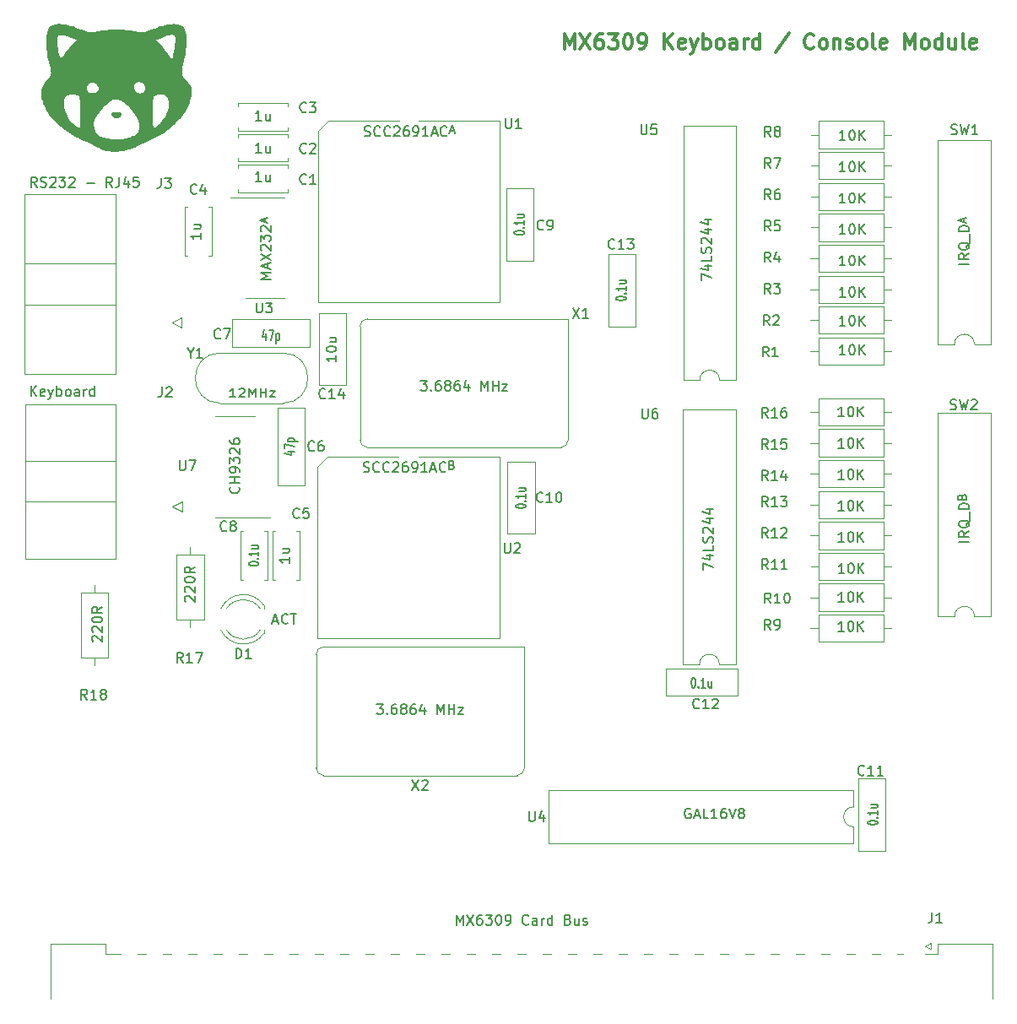
<source format=gbr>
%TF.GenerationSoftware,KiCad,Pcbnew,7.0.5*%
%TF.CreationDate,2023-11-05T11:39:25-07:00*%
%TF.ProjectId,uart_boards,75617274-5f62-46f6-9172-64732e6b6963,rev?*%
%TF.SameCoordinates,Original*%
%TF.FileFunction,Legend,Top*%
%TF.FilePolarity,Positive*%
%FSLAX46Y46*%
G04 Gerber Fmt 4.6, Leading zero omitted, Abs format (unit mm)*
G04 Created by KiCad (PCBNEW 7.0.5) date 2023-11-05 11:39:25*
%MOMM*%
%LPD*%
G01*
G04 APERTURE LIST*
%ADD10C,0.300000*%
%ADD11C,0.000000*%
%ADD12C,0.150000*%
%ADD13C,0.120000*%
G04 APERTURE END LIST*
D10*
X150454510Y-46300828D02*
X150454510Y-44800828D01*
X150454510Y-44800828D02*
X150954510Y-45872257D01*
X150954510Y-45872257D02*
X151454510Y-44800828D01*
X151454510Y-44800828D02*
X151454510Y-46300828D01*
X152025939Y-44800828D02*
X153025939Y-46300828D01*
X153025939Y-44800828D02*
X152025939Y-46300828D01*
X154240225Y-44800828D02*
X153954510Y-44800828D01*
X153954510Y-44800828D02*
X153811653Y-44872257D01*
X153811653Y-44872257D02*
X153740225Y-44943685D01*
X153740225Y-44943685D02*
X153597367Y-45157971D01*
X153597367Y-45157971D02*
X153525939Y-45443685D01*
X153525939Y-45443685D02*
X153525939Y-46015114D01*
X153525939Y-46015114D02*
X153597367Y-46157971D01*
X153597367Y-46157971D02*
X153668796Y-46229400D01*
X153668796Y-46229400D02*
X153811653Y-46300828D01*
X153811653Y-46300828D02*
X154097367Y-46300828D01*
X154097367Y-46300828D02*
X154240225Y-46229400D01*
X154240225Y-46229400D02*
X154311653Y-46157971D01*
X154311653Y-46157971D02*
X154383082Y-46015114D01*
X154383082Y-46015114D02*
X154383082Y-45657971D01*
X154383082Y-45657971D02*
X154311653Y-45515114D01*
X154311653Y-45515114D02*
X154240225Y-45443685D01*
X154240225Y-45443685D02*
X154097367Y-45372257D01*
X154097367Y-45372257D02*
X153811653Y-45372257D01*
X153811653Y-45372257D02*
X153668796Y-45443685D01*
X153668796Y-45443685D02*
X153597367Y-45515114D01*
X153597367Y-45515114D02*
X153525939Y-45657971D01*
X154883081Y-44800828D02*
X155811653Y-44800828D01*
X155811653Y-44800828D02*
X155311653Y-45372257D01*
X155311653Y-45372257D02*
X155525938Y-45372257D01*
X155525938Y-45372257D02*
X155668796Y-45443685D01*
X155668796Y-45443685D02*
X155740224Y-45515114D01*
X155740224Y-45515114D02*
X155811653Y-45657971D01*
X155811653Y-45657971D02*
X155811653Y-46015114D01*
X155811653Y-46015114D02*
X155740224Y-46157971D01*
X155740224Y-46157971D02*
X155668796Y-46229400D01*
X155668796Y-46229400D02*
X155525938Y-46300828D01*
X155525938Y-46300828D02*
X155097367Y-46300828D01*
X155097367Y-46300828D02*
X154954510Y-46229400D01*
X154954510Y-46229400D02*
X154883081Y-46157971D01*
X156740224Y-44800828D02*
X156883081Y-44800828D01*
X156883081Y-44800828D02*
X157025938Y-44872257D01*
X157025938Y-44872257D02*
X157097367Y-44943685D01*
X157097367Y-44943685D02*
X157168795Y-45086542D01*
X157168795Y-45086542D02*
X157240224Y-45372257D01*
X157240224Y-45372257D02*
X157240224Y-45729400D01*
X157240224Y-45729400D02*
X157168795Y-46015114D01*
X157168795Y-46015114D02*
X157097367Y-46157971D01*
X157097367Y-46157971D02*
X157025938Y-46229400D01*
X157025938Y-46229400D02*
X156883081Y-46300828D01*
X156883081Y-46300828D02*
X156740224Y-46300828D01*
X156740224Y-46300828D02*
X156597367Y-46229400D01*
X156597367Y-46229400D02*
X156525938Y-46157971D01*
X156525938Y-46157971D02*
X156454509Y-46015114D01*
X156454509Y-46015114D02*
X156383081Y-45729400D01*
X156383081Y-45729400D02*
X156383081Y-45372257D01*
X156383081Y-45372257D02*
X156454509Y-45086542D01*
X156454509Y-45086542D02*
X156525938Y-44943685D01*
X156525938Y-44943685D02*
X156597367Y-44872257D01*
X156597367Y-44872257D02*
X156740224Y-44800828D01*
X157954509Y-46300828D02*
X158240223Y-46300828D01*
X158240223Y-46300828D02*
X158383080Y-46229400D01*
X158383080Y-46229400D02*
X158454509Y-46157971D01*
X158454509Y-46157971D02*
X158597366Y-45943685D01*
X158597366Y-45943685D02*
X158668795Y-45657971D01*
X158668795Y-45657971D02*
X158668795Y-45086542D01*
X158668795Y-45086542D02*
X158597366Y-44943685D01*
X158597366Y-44943685D02*
X158525938Y-44872257D01*
X158525938Y-44872257D02*
X158383080Y-44800828D01*
X158383080Y-44800828D02*
X158097366Y-44800828D01*
X158097366Y-44800828D02*
X157954509Y-44872257D01*
X157954509Y-44872257D02*
X157883080Y-44943685D01*
X157883080Y-44943685D02*
X157811652Y-45086542D01*
X157811652Y-45086542D02*
X157811652Y-45443685D01*
X157811652Y-45443685D02*
X157883080Y-45586542D01*
X157883080Y-45586542D02*
X157954509Y-45657971D01*
X157954509Y-45657971D02*
X158097366Y-45729400D01*
X158097366Y-45729400D02*
X158383080Y-45729400D01*
X158383080Y-45729400D02*
X158525938Y-45657971D01*
X158525938Y-45657971D02*
X158597366Y-45586542D01*
X158597366Y-45586542D02*
X158668795Y-45443685D01*
X160454508Y-46300828D02*
X160454508Y-44800828D01*
X161311651Y-46300828D02*
X160668794Y-45443685D01*
X161311651Y-44800828D02*
X160454508Y-45657971D01*
X162525937Y-46229400D02*
X162383080Y-46300828D01*
X162383080Y-46300828D02*
X162097366Y-46300828D01*
X162097366Y-46300828D02*
X161954508Y-46229400D01*
X161954508Y-46229400D02*
X161883080Y-46086542D01*
X161883080Y-46086542D02*
X161883080Y-45515114D01*
X161883080Y-45515114D02*
X161954508Y-45372257D01*
X161954508Y-45372257D02*
X162097366Y-45300828D01*
X162097366Y-45300828D02*
X162383080Y-45300828D01*
X162383080Y-45300828D02*
X162525937Y-45372257D01*
X162525937Y-45372257D02*
X162597366Y-45515114D01*
X162597366Y-45515114D02*
X162597366Y-45657971D01*
X162597366Y-45657971D02*
X161883080Y-45800828D01*
X163097365Y-45300828D02*
X163454508Y-46300828D01*
X163811651Y-45300828D02*
X163454508Y-46300828D01*
X163454508Y-46300828D02*
X163311651Y-46657971D01*
X163311651Y-46657971D02*
X163240222Y-46729400D01*
X163240222Y-46729400D02*
X163097365Y-46800828D01*
X164383079Y-46300828D02*
X164383079Y-44800828D01*
X164383079Y-45372257D02*
X164525937Y-45300828D01*
X164525937Y-45300828D02*
X164811651Y-45300828D01*
X164811651Y-45300828D02*
X164954508Y-45372257D01*
X164954508Y-45372257D02*
X165025937Y-45443685D01*
X165025937Y-45443685D02*
X165097365Y-45586542D01*
X165097365Y-45586542D02*
X165097365Y-46015114D01*
X165097365Y-46015114D02*
X165025937Y-46157971D01*
X165025937Y-46157971D02*
X164954508Y-46229400D01*
X164954508Y-46229400D02*
X164811651Y-46300828D01*
X164811651Y-46300828D02*
X164525937Y-46300828D01*
X164525937Y-46300828D02*
X164383079Y-46229400D01*
X165954508Y-46300828D02*
X165811651Y-46229400D01*
X165811651Y-46229400D02*
X165740222Y-46157971D01*
X165740222Y-46157971D02*
X165668794Y-46015114D01*
X165668794Y-46015114D02*
X165668794Y-45586542D01*
X165668794Y-45586542D02*
X165740222Y-45443685D01*
X165740222Y-45443685D02*
X165811651Y-45372257D01*
X165811651Y-45372257D02*
X165954508Y-45300828D01*
X165954508Y-45300828D02*
X166168794Y-45300828D01*
X166168794Y-45300828D02*
X166311651Y-45372257D01*
X166311651Y-45372257D02*
X166383080Y-45443685D01*
X166383080Y-45443685D02*
X166454508Y-45586542D01*
X166454508Y-45586542D02*
X166454508Y-46015114D01*
X166454508Y-46015114D02*
X166383080Y-46157971D01*
X166383080Y-46157971D02*
X166311651Y-46229400D01*
X166311651Y-46229400D02*
X166168794Y-46300828D01*
X166168794Y-46300828D02*
X165954508Y-46300828D01*
X167740223Y-46300828D02*
X167740223Y-45515114D01*
X167740223Y-45515114D02*
X167668794Y-45372257D01*
X167668794Y-45372257D02*
X167525937Y-45300828D01*
X167525937Y-45300828D02*
X167240223Y-45300828D01*
X167240223Y-45300828D02*
X167097365Y-45372257D01*
X167740223Y-46229400D02*
X167597365Y-46300828D01*
X167597365Y-46300828D02*
X167240223Y-46300828D01*
X167240223Y-46300828D02*
X167097365Y-46229400D01*
X167097365Y-46229400D02*
X167025937Y-46086542D01*
X167025937Y-46086542D02*
X167025937Y-45943685D01*
X167025937Y-45943685D02*
X167097365Y-45800828D01*
X167097365Y-45800828D02*
X167240223Y-45729400D01*
X167240223Y-45729400D02*
X167597365Y-45729400D01*
X167597365Y-45729400D02*
X167740223Y-45657971D01*
X168454508Y-46300828D02*
X168454508Y-45300828D01*
X168454508Y-45586542D02*
X168525937Y-45443685D01*
X168525937Y-45443685D02*
X168597366Y-45372257D01*
X168597366Y-45372257D02*
X168740223Y-45300828D01*
X168740223Y-45300828D02*
X168883080Y-45300828D01*
X170025937Y-46300828D02*
X170025937Y-44800828D01*
X170025937Y-46229400D02*
X169883079Y-46300828D01*
X169883079Y-46300828D02*
X169597365Y-46300828D01*
X169597365Y-46300828D02*
X169454508Y-46229400D01*
X169454508Y-46229400D02*
X169383079Y-46157971D01*
X169383079Y-46157971D02*
X169311651Y-46015114D01*
X169311651Y-46015114D02*
X169311651Y-45586542D01*
X169311651Y-45586542D02*
X169383079Y-45443685D01*
X169383079Y-45443685D02*
X169454508Y-45372257D01*
X169454508Y-45372257D02*
X169597365Y-45300828D01*
X169597365Y-45300828D02*
X169883079Y-45300828D01*
X169883079Y-45300828D02*
X170025937Y-45372257D01*
X172954508Y-44729400D02*
X171668794Y-46657971D01*
X175454508Y-46157971D02*
X175383080Y-46229400D01*
X175383080Y-46229400D02*
X175168794Y-46300828D01*
X175168794Y-46300828D02*
X175025937Y-46300828D01*
X175025937Y-46300828D02*
X174811651Y-46229400D01*
X174811651Y-46229400D02*
X174668794Y-46086542D01*
X174668794Y-46086542D02*
X174597365Y-45943685D01*
X174597365Y-45943685D02*
X174525937Y-45657971D01*
X174525937Y-45657971D02*
X174525937Y-45443685D01*
X174525937Y-45443685D02*
X174597365Y-45157971D01*
X174597365Y-45157971D02*
X174668794Y-45015114D01*
X174668794Y-45015114D02*
X174811651Y-44872257D01*
X174811651Y-44872257D02*
X175025937Y-44800828D01*
X175025937Y-44800828D02*
X175168794Y-44800828D01*
X175168794Y-44800828D02*
X175383080Y-44872257D01*
X175383080Y-44872257D02*
X175454508Y-44943685D01*
X176311651Y-46300828D02*
X176168794Y-46229400D01*
X176168794Y-46229400D02*
X176097365Y-46157971D01*
X176097365Y-46157971D02*
X176025937Y-46015114D01*
X176025937Y-46015114D02*
X176025937Y-45586542D01*
X176025937Y-45586542D02*
X176097365Y-45443685D01*
X176097365Y-45443685D02*
X176168794Y-45372257D01*
X176168794Y-45372257D02*
X176311651Y-45300828D01*
X176311651Y-45300828D02*
X176525937Y-45300828D01*
X176525937Y-45300828D02*
X176668794Y-45372257D01*
X176668794Y-45372257D02*
X176740223Y-45443685D01*
X176740223Y-45443685D02*
X176811651Y-45586542D01*
X176811651Y-45586542D02*
X176811651Y-46015114D01*
X176811651Y-46015114D02*
X176740223Y-46157971D01*
X176740223Y-46157971D02*
X176668794Y-46229400D01*
X176668794Y-46229400D02*
X176525937Y-46300828D01*
X176525937Y-46300828D02*
X176311651Y-46300828D01*
X177454508Y-45300828D02*
X177454508Y-46300828D01*
X177454508Y-45443685D02*
X177525937Y-45372257D01*
X177525937Y-45372257D02*
X177668794Y-45300828D01*
X177668794Y-45300828D02*
X177883080Y-45300828D01*
X177883080Y-45300828D02*
X178025937Y-45372257D01*
X178025937Y-45372257D02*
X178097366Y-45515114D01*
X178097366Y-45515114D02*
X178097366Y-46300828D01*
X178740223Y-46229400D02*
X178883080Y-46300828D01*
X178883080Y-46300828D02*
X179168794Y-46300828D01*
X179168794Y-46300828D02*
X179311651Y-46229400D01*
X179311651Y-46229400D02*
X179383080Y-46086542D01*
X179383080Y-46086542D02*
X179383080Y-46015114D01*
X179383080Y-46015114D02*
X179311651Y-45872257D01*
X179311651Y-45872257D02*
X179168794Y-45800828D01*
X179168794Y-45800828D02*
X178954509Y-45800828D01*
X178954509Y-45800828D02*
X178811651Y-45729400D01*
X178811651Y-45729400D02*
X178740223Y-45586542D01*
X178740223Y-45586542D02*
X178740223Y-45515114D01*
X178740223Y-45515114D02*
X178811651Y-45372257D01*
X178811651Y-45372257D02*
X178954509Y-45300828D01*
X178954509Y-45300828D02*
X179168794Y-45300828D01*
X179168794Y-45300828D02*
X179311651Y-45372257D01*
X180240223Y-46300828D02*
X180097366Y-46229400D01*
X180097366Y-46229400D02*
X180025937Y-46157971D01*
X180025937Y-46157971D02*
X179954509Y-46015114D01*
X179954509Y-46015114D02*
X179954509Y-45586542D01*
X179954509Y-45586542D02*
X180025937Y-45443685D01*
X180025937Y-45443685D02*
X180097366Y-45372257D01*
X180097366Y-45372257D02*
X180240223Y-45300828D01*
X180240223Y-45300828D02*
X180454509Y-45300828D01*
X180454509Y-45300828D02*
X180597366Y-45372257D01*
X180597366Y-45372257D02*
X180668795Y-45443685D01*
X180668795Y-45443685D02*
X180740223Y-45586542D01*
X180740223Y-45586542D02*
X180740223Y-46015114D01*
X180740223Y-46015114D02*
X180668795Y-46157971D01*
X180668795Y-46157971D02*
X180597366Y-46229400D01*
X180597366Y-46229400D02*
X180454509Y-46300828D01*
X180454509Y-46300828D02*
X180240223Y-46300828D01*
X181597366Y-46300828D02*
X181454509Y-46229400D01*
X181454509Y-46229400D02*
X181383080Y-46086542D01*
X181383080Y-46086542D02*
X181383080Y-44800828D01*
X182740223Y-46229400D02*
X182597366Y-46300828D01*
X182597366Y-46300828D02*
X182311652Y-46300828D01*
X182311652Y-46300828D02*
X182168794Y-46229400D01*
X182168794Y-46229400D02*
X182097366Y-46086542D01*
X182097366Y-46086542D02*
X182097366Y-45515114D01*
X182097366Y-45515114D02*
X182168794Y-45372257D01*
X182168794Y-45372257D02*
X182311652Y-45300828D01*
X182311652Y-45300828D02*
X182597366Y-45300828D01*
X182597366Y-45300828D02*
X182740223Y-45372257D01*
X182740223Y-45372257D02*
X182811652Y-45515114D01*
X182811652Y-45515114D02*
X182811652Y-45657971D01*
X182811652Y-45657971D02*
X182097366Y-45800828D01*
X184597365Y-46300828D02*
X184597365Y-44800828D01*
X184597365Y-44800828D02*
X185097365Y-45872257D01*
X185097365Y-45872257D02*
X185597365Y-44800828D01*
X185597365Y-44800828D02*
X185597365Y-46300828D01*
X186525937Y-46300828D02*
X186383080Y-46229400D01*
X186383080Y-46229400D02*
X186311651Y-46157971D01*
X186311651Y-46157971D02*
X186240223Y-46015114D01*
X186240223Y-46015114D02*
X186240223Y-45586542D01*
X186240223Y-45586542D02*
X186311651Y-45443685D01*
X186311651Y-45443685D02*
X186383080Y-45372257D01*
X186383080Y-45372257D02*
X186525937Y-45300828D01*
X186525937Y-45300828D02*
X186740223Y-45300828D01*
X186740223Y-45300828D02*
X186883080Y-45372257D01*
X186883080Y-45372257D02*
X186954509Y-45443685D01*
X186954509Y-45443685D02*
X187025937Y-45586542D01*
X187025937Y-45586542D02*
X187025937Y-46015114D01*
X187025937Y-46015114D02*
X186954509Y-46157971D01*
X186954509Y-46157971D02*
X186883080Y-46229400D01*
X186883080Y-46229400D02*
X186740223Y-46300828D01*
X186740223Y-46300828D02*
X186525937Y-46300828D01*
X188311652Y-46300828D02*
X188311652Y-44800828D01*
X188311652Y-46229400D02*
X188168794Y-46300828D01*
X188168794Y-46300828D02*
X187883080Y-46300828D01*
X187883080Y-46300828D02*
X187740223Y-46229400D01*
X187740223Y-46229400D02*
X187668794Y-46157971D01*
X187668794Y-46157971D02*
X187597366Y-46015114D01*
X187597366Y-46015114D02*
X187597366Y-45586542D01*
X187597366Y-45586542D02*
X187668794Y-45443685D01*
X187668794Y-45443685D02*
X187740223Y-45372257D01*
X187740223Y-45372257D02*
X187883080Y-45300828D01*
X187883080Y-45300828D02*
X188168794Y-45300828D01*
X188168794Y-45300828D02*
X188311652Y-45372257D01*
X189668795Y-45300828D02*
X189668795Y-46300828D01*
X189025937Y-45300828D02*
X189025937Y-46086542D01*
X189025937Y-46086542D02*
X189097366Y-46229400D01*
X189097366Y-46229400D02*
X189240223Y-46300828D01*
X189240223Y-46300828D02*
X189454509Y-46300828D01*
X189454509Y-46300828D02*
X189597366Y-46229400D01*
X189597366Y-46229400D02*
X189668795Y-46157971D01*
X190597366Y-46300828D02*
X190454509Y-46229400D01*
X190454509Y-46229400D02*
X190383080Y-46086542D01*
X190383080Y-46086542D02*
X190383080Y-44800828D01*
X191740223Y-46229400D02*
X191597366Y-46300828D01*
X191597366Y-46300828D02*
X191311652Y-46300828D01*
X191311652Y-46300828D02*
X191168794Y-46229400D01*
X191168794Y-46229400D02*
X191097366Y-46086542D01*
X191097366Y-46086542D02*
X191097366Y-45515114D01*
X191097366Y-45515114D02*
X191168794Y-45372257D01*
X191168794Y-45372257D02*
X191311652Y-45300828D01*
X191311652Y-45300828D02*
X191597366Y-45300828D01*
X191597366Y-45300828D02*
X191740223Y-45372257D01*
X191740223Y-45372257D02*
X191811652Y-45515114D01*
X191811652Y-45515114D02*
X191811652Y-45657971D01*
X191811652Y-45657971D02*
X191097366Y-45800828D01*
D11*
G36*
X105583574Y-52618939D02*
G01*
X105654775Y-52621570D01*
X105687608Y-52623594D01*
X105718639Y-52626113D01*
X105747899Y-52629142D01*
X105775423Y-52632697D01*
X105801240Y-52636795D01*
X105825385Y-52641452D01*
X105847889Y-52646684D01*
X105868785Y-52652506D01*
X105888104Y-52658936D01*
X105905880Y-52665990D01*
X105922144Y-52673682D01*
X105936929Y-52682031D01*
X105950267Y-52691051D01*
X105962190Y-52700759D01*
X105972731Y-52711171D01*
X105981922Y-52722304D01*
X105989795Y-52734173D01*
X105996383Y-52746794D01*
X106001717Y-52760184D01*
X106005831Y-52774359D01*
X106008756Y-52789335D01*
X106010525Y-52805128D01*
X106011169Y-52821755D01*
X106010723Y-52839231D01*
X106009216Y-52857572D01*
X106006683Y-52876795D01*
X106003155Y-52896916D01*
X105998665Y-52917951D01*
X105989824Y-52956398D01*
X105976719Y-52992365D01*
X105959636Y-53025852D01*
X105938858Y-53056857D01*
X105914669Y-53085383D01*
X105887353Y-53111428D01*
X105857196Y-53134992D01*
X105824481Y-53156076D01*
X105789491Y-53174680D01*
X105752512Y-53190803D01*
X105713828Y-53204445D01*
X105673723Y-53215607D01*
X105632481Y-53224289D01*
X105590386Y-53230490D01*
X105547723Y-53234211D01*
X105504776Y-53235451D01*
X105461828Y-53234211D01*
X105419165Y-53230490D01*
X105377070Y-53224289D01*
X105335828Y-53215607D01*
X105295723Y-53204445D01*
X105257039Y-53190803D01*
X105220060Y-53174680D01*
X105185071Y-53156076D01*
X105152355Y-53134992D01*
X105122198Y-53111428D01*
X105094883Y-53085383D01*
X105070694Y-53056857D01*
X105049915Y-53025852D01*
X105032832Y-52992365D01*
X105019728Y-52956398D01*
X105010887Y-52917951D01*
X105002868Y-52876795D01*
X104998829Y-52839231D01*
X104998382Y-52821755D01*
X104999027Y-52805128D01*
X105000796Y-52789335D01*
X105003721Y-52774359D01*
X105007835Y-52760184D01*
X105013169Y-52746794D01*
X105019757Y-52734173D01*
X105027630Y-52722304D01*
X105036821Y-52711171D01*
X105047362Y-52700759D01*
X105059285Y-52691051D01*
X105072623Y-52682031D01*
X105087408Y-52673682D01*
X105103672Y-52665990D01*
X105121447Y-52658936D01*
X105140767Y-52652506D01*
X105184166Y-52641452D01*
X105234129Y-52632697D01*
X105290913Y-52626113D01*
X105354776Y-52621570D01*
X105425978Y-52618939D01*
X105504776Y-52618090D01*
X105583574Y-52618939D01*
G37*
G36*
X111378987Y-43798832D02*
G01*
X111467961Y-43804934D01*
X111553502Y-43814322D01*
X111635517Y-43827003D01*
X111713910Y-43842989D01*
X111788590Y-43862289D01*
X111859461Y-43884912D01*
X111926431Y-43910868D01*
X111989406Y-43940167D01*
X112048292Y-43972818D01*
X112102995Y-44008832D01*
X112153422Y-44048217D01*
X112199479Y-44090984D01*
X112241073Y-44137143D01*
X112278109Y-44186702D01*
X112340125Y-44289034D01*
X112393899Y-44410047D01*
X112439456Y-44548579D01*
X112476822Y-44703466D01*
X112506024Y-44873546D01*
X112527086Y-45057657D01*
X112540035Y-45254634D01*
X112544897Y-45463317D01*
X112541697Y-45682541D01*
X112530462Y-45911145D01*
X112511217Y-46147965D01*
X112483988Y-46391839D01*
X112448800Y-46641604D01*
X112405681Y-46896098D01*
X112354654Y-47154157D01*
X112295747Y-47414619D01*
X112186331Y-47881050D01*
X112144439Y-48071982D01*
X112111641Y-48238961D01*
X112098782Y-48314462D01*
X112088352Y-48385167D01*
X112080403Y-48451472D01*
X112074985Y-48513776D01*
X112072152Y-48572476D01*
X112071954Y-48627968D01*
X112074443Y-48680651D01*
X112079671Y-48730921D01*
X112087689Y-48779175D01*
X112098550Y-48825812D01*
X112112304Y-48871227D01*
X112129004Y-48915819D01*
X112148702Y-48959984D01*
X112171448Y-49004121D01*
X112197295Y-49048626D01*
X112226294Y-49093896D01*
X112258497Y-49140329D01*
X112293956Y-49188321D01*
X112374846Y-49290576D01*
X112469380Y-49403838D01*
X112577969Y-49531285D01*
X112662572Y-49626753D01*
X112738029Y-49715425D01*
X112804700Y-49798362D01*
X112862948Y-49876621D01*
X112913135Y-49951264D01*
X112955622Y-50023348D01*
X112990770Y-50093934D01*
X113005706Y-50128996D01*
X113018943Y-50164080D01*
X113030526Y-50199320D01*
X113040500Y-50234847D01*
X113048912Y-50270793D01*
X113055805Y-50307293D01*
X113065219Y-50382477D01*
X113069103Y-50461461D01*
X113067820Y-50545301D01*
X113061731Y-50635059D01*
X113051197Y-50731793D01*
X113036582Y-50836563D01*
X113028150Y-50908789D01*
X113016255Y-50986080D01*
X113001157Y-51067711D01*
X112983113Y-51152960D01*
X112939223Y-51331416D01*
X112886650Y-51515660D01*
X112827463Y-51699904D01*
X112763729Y-51878359D01*
X112697515Y-52045240D01*
X112630887Y-52194757D01*
X112545539Y-52360729D01*
X112436756Y-52539439D01*
X112307147Y-52728329D01*
X112159322Y-52924842D01*
X111995891Y-53126419D01*
X111819464Y-53330502D01*
X111632649Y-53534534D01*
X111438057Y-53735955D01*
X111238298Y-53932210D01*
X111035980Y-54120738D01*
X110833714Y-54298983D01*
X110634110Y-54464386D01*
X110439776Y-54614390D01*
X110253323Y-54746436D01*
X110077361Y-54857966D01*
X109914498Y-54946423D01*
X109089880Y-55343298D01*
X108535357Y-55616150D01*
X107974220Y-55898923D01*
X107656862Y-56051679D01*
X107346145Y-56185831D01*
X107041680Y-56301379D01*
X106743081Y-56398324D01*
X106449959Y-56476666D01*
X106161928Y-56536404D01*
X105878599Y-56577538D01*
X105599585Y-56600069D01*
X105324498Y-56603997D01*
X105052951Y-56589321D01*
X104784557Y-56556041D01*
X104518927Y-56504158D01*
X104255674Y-56433671D01*
X103994411Y-56344581D01*
X103734750Y-56236888D01*
X103476304Y-56110590D01*
X103057380Y-55897821D01*
X102559081Y-55651979D01*
X102047554Y-55406137D01*
X101588943Y-55193368D01*
X101337980Y-55067652D01*
X101088543Y-54929301D01*
X100841740Y-54779323D01*
X100598685Y-54618726D01*
X100360486Y-54448517D01*
X100128257Y-54269703D01*
X99903107Y-54083294D01*
X99686148Y-53890295D01*
X99478490Y-53691715D01*
X99281246Y-53488563D01*
X99095525Y-53281844D01*
X98922439Y-53072567D01*
X98763099Y-52861741D01*
X98618616Y-52650371D01*
X98490101Y-52439467D01*
X98378665Y-52230035D01*
X98270356Y-52004382D01*
X98176955Y-51789890D01*
X98148121Y-51714870D01*
X100213844Y-51714870D01*
X100215767Y-51807468D01*
X100233470Y-52000385D01*
X100268899Y-52201053D01*
X100321148Y-52406424D01*
X100389313Y-52613449D01*
X100472491Y-52819078D01*
X100569776Y-53020263D01*
X100680265Y-53213954D01*
X100803052Y-53397104D01*
X100937234Y-53566663D01*
X101008316Y-53645393D01*
X101081907Y-53719582D01*
X101157894Y-53788849D01*
X101236165Y-53852812D01*
X101279319Y-53888749D01*
X101322603Y-53923678D01*
X101365731Y-53957418D01*
X101408420Y-53989789D01*
X101450385Y-54020610D01*
X101491343Y-54049700D01*
X101531009Y-54076877D01*
X101569099Y-54101962D01*
X101605328Y-54124773D01*
X101639413Y-54145129D01*
X101671070Y-54162850D01*
X101700013Y-54177754D01*
X101725959Y-54189661D01*
X101748623Y-54198391D01*
X101767722Y-54203761D01*
X101775845Y-54205129D01*
X101782971Y-54205591D01*
X101797287Y-54197335D01*
X101810480Y-54173237D01*
X101833545Y-54081533D01*
X101852269Y-53938514D01*
X101865630Y-53766685D01*
X103236215Y-53766685D01*
X103239243Y-53859616D01*
X103246998Y-53958645D01*
X103270223Y-54137075D01*
X103307115Y-54302121D01*
X103330825Y-54379706D01*
X103358116Y-54454042D01*
X103389043Y-54525160D01*
X103423663Y-54593094D01*
X103462029Y-54657876D01*
X103504196Y-54719538D01*
X103550220Y-54778112D01*
X103600155Y-54833631D01*
X103654056Y-54886127D01*
X103711979Y-54935632D01*
X103773977Y-54982178D01*
X103840106Y-55025798D01*
X103910421Y-55066525D01*
X103984977Y-55104390D01*
X104147030Y-55171664D01*
X104326704Y-55227879D01*
X104524440Y-55273294D01*
X104740675Y-55308167D01*
X104975850Y-55332757D01*
X105230404Y-55347321D01*
X105504776Y-55352118D01*
X105729092Y-55348268D01*
X105942286Y-55336818D01*
X106144291Y-55317920D01*
X106335044Y-55291726D01*
X106514480Y-55258387D01*
X106682533Y-55218057D01*
X106839141Y-55170885D01*
X106984238Y-55117025D01*
X107117759Y-55056627D01*
X107239640Y-54989845D01*
X107349816Y-54916829D01*
X107448223Y-54837731D01*
X107534796Y-54752703D01*
X107609471Y-54661898D01*
X107672182Y-54565466D01*
X107722866Y-54463559D01*
X107761458Y-54356330D01*
X107787892Y-54243930D01*
X107802105Y-54126511D01*
X107804033Y-54004225D01*
X107793609Y-53877223D01*
X107770770Y-53745657D01*
X107735452Y-53609680D01*
X107687588Y-53469442D01*
X107627116Y-53325097D01*
X107553970Y-53176794D01*
X107468086Y-53024687D01*
X107369400Y-52868927D01*
X107284820Y-52748177D01*
X109122953Y-52748177D01*
X109133185Y-53291228D01*
X109160160Y-53757177D01*
X109179733Y-53941537D01*
X109203259Y-54082980D01*
X109230660Y-54173625D01*
X109245790Y-54197435D01*
X109261860Y-54205591D01*
X109294692Y-54202534D01*
X109330215Y-54193542D01*
X109368224Y-54178877D01*
X109408517Y-54158806D01*
X109495140Y-54103504D01*
X109588455Y-54029753D01*
X109686834Y-53939672D01*
X109788649Y-53835381D01*
X109892273Y-53718997D01*
X109996078Y-53592639D01*
X110098436Y-53458427D01*
X110197720Y-53318478D01*
X110292300Y-53174913D01*
X110380551Y-53029848D01*
X110460843Y-52885404D01*
X110531549Y-52743698D01*
X110591041Y-52606850D01*
X110637692Y-52476979D01*
X110665602Y-52374371D01*
X110689816Y-52277887D01*
X110710362Y-52187036D01*
X110727264Y-52101326D01*
X110740550Y-52020267D01*
X110750243Y-51943368D01*
X110756371Y-51870139D01*
X110758959Y-51800087D01*
X110758033Y-51732722D01*
X110753619Y-51667554D01*
X110745743Y-51604091D01*
X110734430Y-51541843D01*
X110719707Y-51480318D01*
X110701599Y-51419025D01*
X110680132Y-51357474D01*
X110655331Y-51295174D01*
X110625312Y-51237899D01*
X110594594Y-51185069D01*
X110562895Y-51136579D01*
X110529930Y-51092327D01*
X110495415Y-51052209D01*
X110459065Y-51016121D01*
X110420596Y-50983961D01*
X110400478Y-50969322D01*
X110379724Y-50955625D01*
X110358298Y-50942859D01*
X110336165Y-50931010D01*
X110313289Y-50920066D01*
X110289635Y-50910012D01*
X110239849Y-50892529D01*
X110186523Y-50878455D01*
X110129373Y-50867689D01*
X110068115Y-50860127D01*
X110002464Y-50855666D01*
X109932136Y-50854202D01*
X109879069Y-50855416D01*
X109825924Y-50858956D01*
X109773038Y-50864666D01*
X109720745Y-50872392D01*
X109669383Y-50881978D01*
X109619288Y-50893269D01*
X109570794Y-50906111D01*
X109524237Y-50920348D01*
X109479955Y-50935825D01*
X109438282Y-50952387D01*
X109399555Y-50969880D01*
X109364110Y-50988147D01*
X109332281Y-51007035D01*
X109304406Y-51026388D01*
X109280820Y-51046051D01*
X109270741Y-51055950D01*
X109261860Y-51065869D01*
X109244288Y-51101258D01*
X109227947Y-51150545D01*
X109198918Y-51286871D01*
X109174694Y-51466968D01*
X109155199Y-51682954D01*
X109130085Y-52191071D01*
X109122953Y-52748177D01*
X107284820Y-52748177D01*
X107257845Y-52709667D01*
X107133359Y-52547056D01*
X106995876Y-52381249D01*
X106845332Y-52212395D01*
X106730657Y-52089720D01*
X106624122Y-51979266D01*
X106524770Y-51880439D01*
X106431645Y-51792645D01*
X106343790Y-51715290D01*
X106260251Y-51647779D01*
X106180071Y-51589518D01*
X106102293Y-51539913D01*
X106064007Y-51518171D01*
X106025963Y-51498370D01*
X105988042Y-51480435D01*
X105950124Y-51464293D01*
X105912089Y-51449870D01*
X105873819Y-51437090D01*
X105835193Y-51425880D01*
X105796093Y-51416165D01*
X105715990Y-51400925D01*
X105632555Y-51390775D01*
X105544829Y-51385121D01*
X105451859Y-51383368D01*
X105356361Y-51385155D01*
X105267478Y-51391051D01*
X105183969Y-51401855D01*
X105104594Y-51418370D01*
X105028113Y-51441396D01*
X104953285Y-51471735D01*
X104878871Y-51510186D01*
X104803630Y-51557552D01*
X104726322Y-51614633D01*
X104645707Y-51682230D01*
X104560544Y-51761145D01*
X104469594Y-51852177D01*
X104371615Y-51956129D01*
X104265369Y-52073800D01*
X104023110Y-52353508D01*
X103897540Y-52502146D01*
X103785019Y-52638072D01*
X103684952Y-52762630D01*
X103596745Y-52877162D01*
X103519803Y-52983012D01*
X103453532Y-53081525D01*
X103397338Y-53174043D01*
X103372834Y-53218474D01*
X103350627Y-53261910D01*
X103330642Y-53304519D01*
X103312804Y-53346470D01*
X103297040Y-53387929D01*
X103283275Y-53429066D01*
X103271436Y-53470048D01*
X103261446Y-53511042D01*
X103253234Y-53552217D01*
X103246723Y-53593741D01*
X103241840Y-53635782D01*
X103238511Y-53678508D01*
X103236215Y-53766685D01*
X101865630Y-53766685D01*
X101866755Y-53752216D01*
X101883430Y-53281926D01*
X101884394Y-52734948D01*
X101870476Y-52175568D01*
X101842502Y-51668071D01*
X101823502Y-51453868D01*
X101801298Y-51276743D01*
X101775994Y-51144731D01*
X101747693Y-51065869D01*
X101729180Y-51041789D01*
X101706868Y-51019166D01*
X101680991Y-50998010D01*
X101651781Y-50978329D01*
X101619471Y-50960134D01*
X101584292Y-50943434D01*
X101506261Y-50914560D01*
X101419548Y-50891784D01*
X101326013Y-50875183D01*
X101227518Y-50864834D01*
X101125922Y-50860817D01*
X101023086Y-50863207D01*
X100920870Y-50872082D01*
X100821135Y-50887520D01*
X100725740Y-50909599D01*
X100636546Y-50938396D01*
X100594856Y-50955338D01*
X100555414Y-50973988D01*
X100518453Y-50994357D01*
X100484204Y-51016453D01*
X100452901Y-51040287D01*
X100424776Y-51065869D01*
X100379696Y-51117017D01*
X100340290Y-51174295D01*
X100306445Y-51237321D01*
X100278050Y-51305716D01*
X100254990Y-51379098D01*
X100237152Y-51457085D01*
X100224424Y-51539297D01*
X100216693Y-51625352D01*
X100213844Y-51714870D01*
X98148121Y-51714870D01*
X98098489Y-51585734D01*
X98034983Y-51391086D01*
X98008848Y-51297069D01*
X97986463Y-51205120D01*
X97967831Y-51115134D01*
X97952955Y-51027008D01*
X97941838Y-50940640D01*
X97934485Y-50855925D01*
X97930897Y-50772760D01*
X97931078Y-50691042D01*
X97935032Y-50610668D01*
X97942762Y-50531535D01*
X97954270Y-50453538D01*
X97969560Y-50376574D01*
X97988636Y-50300541D01*
X98007834Y-50237392D01*
X102529041Y-50237392D01*
X102531520Y-50286264D01*
X102539010Y-50333915D01*
X102551273Y-50380106D01*
X102568073Y-50424599D01*
X102589176Y-50467153D01*
X102614345Y-50507531D01*
X102643345Y-50545492D01*
X102675939Y-50580799D01*
X102711893Y-50613212D01*
X102750969Y-50642492D01*
X102792933Y-50668400D01*
X102837549Y-50690698D01*
X102884580Y-50709145D01*
X102933792Y-50723504D01*
X102984948Y-50733534D01*
X103037812Y-50738998D01*
X103092150Y-50739656D01*
X103147724Y-50735268D01*
X103204299Y-50725597D01*
X103261640Y-50710403D01*
X103319511Y-50689448D01*
X103377675Y-50662491D01*
X103435898Y-50629294D01*
X103493943Y-50589618D01*
X103540874Y-50554211D01*
X103582482Y-50520510D01*
X103618819Y-50488152D01*
X103635027Y-50472363D01*
X103649937Y-50456775D01*
X103663555Y-50441342D01*
X103675887Y-50426019D01*
X103686940Y-50410761D01*
X103696721Y-50395522D01*
X103705236Y-50380257D01*
X103712491Y-50364921D01*
X103718493Y-50349468D01*
X103723248Y-50333854D01*
X103726763Y-50318034D01*
X103729045Y-50301961D01*
X103730099Y-50285592D01*
X103729932Y-50268880D01*
X103728550Y-50251780D01*
X103725961Y-50234248D01*
X103722170Y-50216238D01*
X103717185Y-50197704D01*
X103711011Y-50178602D01*
X103703654Y-50158887D01*
X103695122Y-50138512D01*
X103685421Y-50117433D01*
X103672846Y-50093008D01*
X107262222Y-50093008D01*
X107263929Y-50127127D01*
X107267428Y-50161449D01*
X107272691Y-50195855D01*
X107279689Y-50230226D01*
X107288391Y-50264442D01*
X107298770Y-50298383D01*
X107310796Y-50331930D01*
X107324440Y-50364964D01*
X107339674Y-50397365D01*
X107356467Y-50429013D01*
X107374791Y-50459789D01*
X107394617Y-50489573D01*
X107415916Y-50518247D01*
X107438658Y-50545689D01*
X107462815Y-50571782D01*
X107488358Y-50596406D01*
X107515257Y-50619440D01*
X107543484Y-50640765D01*
X107573009Y-50660263D01*
X107603803Y-50677813D01*
X107650032Y-50698867D01*
X107696029Y-50715812D01*
X107741663Y-50728779D01*
X107786807Y-50737895D01*
X107831331Y-50743291D01*
X107875105Y-50745095D01*
X107918001Y-50743438D01*
X107959889Y-50738446D01*
X108000640Y-50730251D01*
X108040125Y-50718982D01*
X108078215Y-50704766D01*
X108114780Y-50687735D01*
X108149692Y-50668016D01*
X108182821Y-50645739D01*
X108214038Y-50621033D01*
X108243214Y-50594028D01*
X108270219Y-50564852D01*
X108294924Y-50533636D01*
X108317201Y-50500507D01*
X108336920Y-50465595D01*
X108353952Y-50429030D01*
X108368167Y-50390940D01*
X108379437Y-50351455D01*
X108387632Y-50310703D01*
X108392623Y-50268815D01*
X108394281Y-50225920D01*
X108392476Y-50182145D01*
X108387080Y-50137622D01*
X108377964Y-50092478D01*
X108364997Y-50046843D01*
X108348051Y-50000847D01*
X108326997Y-49954618D01*
X108309447Y-49923824D01*
X108289950Y-49894299D01*
X108268624Y-49866072D01*
X108245590Y-49839173D01*
X108220967Y-49813630D01*
X108194874Y-49789473D01*
X108167431Y-49766731D01*
X108138758Y-49745432D01*
X108108973Y-49725606D01*
X108078197Y-49707282D01*
X108046549Y-49690489D01*
X108014149Y-49675256D01*
X107981115Y-49661611D01*
X107947568Y-49649585D01*
X107913627Y-49639207D01*
X107879411Y-49630504D01*
X107845040Y-49623507D01*
X107810634Y-49618244D01*
X107776312Y-49614744D01*
X107742193Y-49613037D01*
X107708397Y-49613152D01*
X107675044Y-49615117D01*
X107642253Y-49618962D01*
X107610143Y-49624716D01*
X107578834Y-49632408D01*
X107548445Y-49642067D01*
X107519097Y-49653721D01*
X107490908Y-49667401D01*
X107463998Y-49683135D01*
X107438487Y-49700952D01*
X107414493Y-49720881D01*
X107392137Y-49742952D01*
X107370066Y-49765308D01*
X107350137Y-49789301D01*
X107332320Y-49814813D01*
X107316586Y-49841723D01*
X107302906Y-49869912D01*
X107291251Y-49899260D01*
X107281593Y-49929649D01*
X107273901Y-49960957D01*
X107268147Y-49993067D01*
X107264302Y-50025859D01*
X107262337Y-50059212D01*
X107262222Y-50093008D01*
X103672846Y-50093008D01*
X103662537Y-50072983D01*
X103635054Y-50025174D01*
X103611497Y-49988122D01*
X103587158Y-49953038D01*
X103562083Y-49919923D01*
X103536317Y-49888783D01*
X103509905Y-49859618D01*
X103482893Y-49832434D01*
X103455324Y-49807232D01*
X103427246Y-49784017D01*
X103398702Y-49762792D01*
X103369738Y-49743559D01*
X103340400Y-49726322D01*
X103310732Y-49711085D01*
X103280781Y-49697850D01*
X103250590Y-49686620D01*
X103220205Y-49677400D01*
X103189672Y-49670191D01*
X103159035Y-49664999D01*
X103128340Y-49661824D01*
X103097633Y-49660672D01*
X103066958Y-49661544D01*
X103036360Y-49664445D01*
X103005885Y-49669378D01*
X102975577Y-49676345D01*
X102945483Y-49685350D01*
X102915648Y-49696396D01*
X102886116Y-49709487D01*
X102856933Y-49724626D01*
X102828144Y-49741815D01*
X102799794Y-49761059D01*
X102771928Y-49782360D01*
X102744593Y-49805721D01*
X102717832Y-49831147D01*
X102671749Y-49881181D01*
X102632561Y-49931907D01*
X102600034Y-49983085D01*
X102573930Y-50034476D01*
X102554015Y-50085841D01*
X102540052Y-50136942D01*
X102531806Y-50187538D01*
X102529041Y-50237392D01*
X98007834Y-50237392D01*
X98011500Y-50225334D01*
X98038156Y-50150851D01*
X98068607Y-50076989D01*
X98102856Y-50003643D01*
X98140906Y-49930710D01*
X98182761Y-49858087D01*
X98228425Y-49785671D01*
X98277899Y-49713359D01*
X98331187Y-49641046D01*
X98449221Y-49496007D01*
X98651586Y-49269389D01*
X98731607Y-49174864D01*
X98798140Y-49088659D01*
X98851651Y-49007622D01*
X98873668Y-48968056D01*
X98892605Y-48928600D01*
X98908518Y-48888860D01*
X98921466Y-48848442D01*
X98931507Y-48806951D01*
X98938700Y-48763994D01*
X98943102Y-48719176D01*
X98944772Y-48672104D01*
X98940147Y-48569621D01*
X98925290Y-48453392D01*
X98900666Y-48320265D01*
X98866740Y-48167088D01*
X98823978Y-47990708D01*
X98713804Y-47555730D01*
X98651990Y-47305504D01*
X98598807Y-47052126D01*
X98554201Y-46797404D01*
X98518123Y-46543147D01*
X98490519Y-46291164D01*
X98471338Y-46043264D01*
X98460529Y-45801254D01*
X98458040Y-45566945D01*
X98461803Y-45420588D01*
X99542690Y-45420588D01*
X99544516Y-45497269D01*
X99549343Y-45579692D01*
X99567417Y-45762049D01*
X99595748Y-45968229D01*
X99633675Y-46208180D01*
X99668474Y-46419399D01*
X99700742Y-46602919D01*
X99731072Y-46759775D01*
X99745696Y-46828526D01*
X99760058Y-46890998D01*
X99774233Y-46947322D01*
X99788295Y-46997624D01*
X99802318Y-47042036D01*
X99816377Y-47080686D01*
X99830545Y-47113702D01*
X99844898Y-47141216D01*
X99859509Y-47163355D01*
X99874452Y-47180249D01*
X99882072Y-47186769D01*
X99889803Y-47192027D01*
X99897654Y-47196038D01*
X99905635Y-47198818D01*
X99913754Y-47200384D01*
X99922022Y-47200751D01*
X99930447Y-47199937D01*
X99939039Y-47197956D01*
X99947807Y-47194826D01*
X99956761Y-47190562D01*
X99975260Y-47178698D01*
X99994612Y-47162493D01*
X100014892Y-47142077D01*
X100036172Y-47117578D01*
X100058528Y-47089126D01*
X100082034Y-47056849D01*
X100106764Y-47020878D01*
X100160193Y-46938368D01*
X100229060Y-46848933D01*
X100314258Y-46742136D01*
X100519585Y-46492987D01*
X100748064Y-46223993D01*
X100971582Y-45968229D01*
X101500748Y-45403785D01*
X109508804Y-45403785D01*
X109949776Y-45880035D01*
X110046032Y-45986833D01*
X110147662Y-46106033D01*
X110251773Y-46233502D01*
X110355470Y-46365104D01*
X110455860Y-46496707D01*
X110550049Y-46624175D01*
X110635143Y-46743376D01*
X110708248Y-46850174D01*
X110741088Y-46898917D01*
X110773360Y-46945775D01*
X110804909Y-46990514D01*
X110835579Y-47032902D01*
X110865215Y-47072705D01*
X110893663Y-47109693D01*
X110920767Y-47143631D01*
X110946373Y-47174288D01*
X110970325Y-47201432D01*
X110992468Y-47224828D01*
X111012648Y-47244246D01*
X111021953Y-47252389D01*
X111030709Y-47259451D01*
X111038896Y-47265402D01*
X111046496Y-47270213D01*
X111053488Y-47273855D01*
X111059854Y-47276298D01*
X111065574Y-47277514D01*
X111070628Y-47277474D01*
X111074998Y-47276148D01*
X111078664Y-47273508D01*
X111093792Y-47255620D01*
X111109359Y-47228799D01*
X111141502Y-47150656D01*
X111174472Y-47043677D01*
X111207648Y-46912462D01*
X111272141Y-46595720D01*
X111330018Y-46237223D01*
X111376320Y-45873766D01*
X111406086Y-45542141D01*
X111413218Y-45399764D01*
X111414355Y-45279142D01*
X111408877Y-45184876D01*
X111396165Y-45121563D01*
X111375046Y-45074439D01*
X111351241Y-45032301D01*
X111338265Y-45013110D01*
X111324541Y-44995176D01*
X111310042Y-44978501D01*
X111294741Y-44963089D01*
X111278614Y-44948943D01*
X111261634Y-44936066D01*
X111243775Y-44924462D01*
X111225012Y-44914134D01*
X111205319Y-44905085D01*
X111184670Y-44897318D01*
X111163039Y-44890836D01*
X111140400Y-44885643D01*
X111116728Y-44881742D01*
X111091997Y-44879136D01*
X111039252Y-44877822D01*
X110981960Y-44881728D01*
X110919914Y-44890879D01*
X110852907Y-44905301D01*
X110780732Y-44925020D01*
X110703183Y-44950062D01*
X110620053Y-44980452D01*
X109932136Y-45245035D01*
X109508804Y-45403785D01*
X101500748Y-45403785D01*
X101024498Y-45209758D01*
X100776878Y-45118282D01*
X100555793Y-45042671D01*
X100360082Y-44983493D01*
X100271377Y-44960243D01*
X100188580Y-44941316D01*
X100111545Y-44926781D01*
X100040127Y-44916709D01*
X99974180Y-44911172D01*
X99913559Y-44910241D01*
X99858118Y-44913987D01*
X99807712Y-44922480D01*
X99762197Y-44935792D01*
X99721426Y-44953994D01*
X99685254Y-44977157D01*
X99653536Y-45005351D01*
X99626126Y-45038649D01*
X99602880Y-45077121D01*
X99583651Y-45120838D01*
X99568295Y-45169872D01*
X99556667Y-45224292D01*
X99548620Y-45284171D01*
X99544009Y-45349580D01*
X99542690Y-45420588D01*
X98461803Y-45420588D01*
X98463819Y-45342144D01*
X98477815Y-45128660D01*
X98499976Y-44928302D01*
X98530249Y-44742878D01*
X98568585Y-44574198D01*
X98614930Y-44424069D01*
X98669233Y-44294301D01*
X98699353Y-44237617D01*
X98731443Y-44186702D01*
X98768479Y-44137143D01*
X98810073Y-44090984D01*
X98856130Y-44048217D01*
X98906557Y-44008832D01*
X99020146Y-43940167D01*
X99150091Y-43884912D01*
X99295642Y-43842989D01*
X99456050Y-43814322D01*
X99630566Y-43798832D01*
X99818439Y-43796442D01*
X100018923Y-43807074D01*
X100231265Y-43830651D01*
X100454718Y-43867096D01*
X100688533Y-43916331D01*
X100931959Y-43978278D01*
X101184247Y-44052860D01*
X101444649Y-44140000D01*
X101712415Y-44239619D01*
X101883210Y-44308288D01*
X102039458Y-44368948D01*
X102182735Y-44421856D01*
X102314618Y-44467271D01*
X102436682Y-44505451D01*
X102550503Y-44536655D01*
X102657659Y-44561141D01*
X102759724Y-44579168D01*
X102858275Y-44590993D01*
X102954889Y-44596875D01*
X103051140Y-44597074D01*
X103148606Y-44591846D01*
X103248863Y-44581450D01*
X103353486Y-44566145D01*
X103464052Y-44546189D01*
X103582137Y-44521841D01*
X103777250Y-44481533D01*
X103990450Y-44446600D01*
X104219153Y-44417041D01*
X104460774Y-44392856D01*
X104712731Y-44374046D01*
X104972440Y-44360610D01*
X105504776Y-44349861D01*
X106037112Y-44360610D01*
X106296821Y-44374046D01*
X106548778Y-44392856D01*
X106790399Y-44417041D01*
X107019102Y-44446600D01*
X107232302Y-44481533D01*
X107427415Y-44521841D01*
X107545499Y-44546189D01*
X107656065Y-44566145D01*
X107760689Y-44581450D01*
X107860945Y-44591846D01*
X107958411Y-44597074D01*
X108054663Y-44596875D01*
X108151276Y-44590993D01*
X108249828Y-44579168D01*
X108351893Y-44561141D01*
X108459048Y-44536655D01*
X108572870Y-44505451D01*
X108694934Y-44467271D01*
X108826817Y-44421856D01*
X108970094Y-44368948D01*
X109297137Y-44239619D01*
X109564903Y-44140000D01*
X109825305Y-44052860D01*
X110077593Y-43978278D01*
X110321019Y-43916331D01*
X110554834Y-43867096D01*
X110778287Y-43830651D01*
X110990630Y-43807074D01*
X111092401Y-43800135D01*
X111191113Y-43796442D01*
X111286673Y-43796004D01*
X111378987Y-43798832D01*
G37*
D12*
X178609523Y-58584819D02*
X178038095Y-58584819D01*
X178323809Y-58584819D02*
X178323809Y-57584819D01*
X178323809Y-57584819D02*
X178228571Y-57727676D01*
X178228571Y-57727676D02*
X178133333Y-57822914D01*
X178133333Y-57822914D02*
X178038095Y-57870533D01*
X179228571Y-57584819D02*
X179323809Y-57584819D01*
X179323809Y-57584819D02*
X179419047Y-57632438D01*
X179419047Y-57632438D02*
X179466666Y-57680057D01*
X179466666Y-57680057D02*
X179514285Y-57775295D01*
X179514285Y-57775295D02*
X179561904Y-57965771D01*
X179561904Y-57965771D02*
X179561904Y-58203866D01*
X179561904Y-58203866D02*
X179514285Y-58394342D01*
X179514285Y-58394342D02*
X179466666Y-58489580D01*
X179466666Y-58489580D02*
X179419047Y-58537200D01*
X179419047Y-58537200D02*
X179323809Y-58584819D01*
X179323809Y-58584819D02*
X179228571Y-58584819D01*
X179228571Y-58584819D02*
X179133333Y-58537200D01*
X179133333Y-58537200D02*
X179085714Y-58489580D01*
X179085714Y-58489580D02*
X179038095Y-58394342D01*
X179038095Y-58394342D02*
X178990476Y-58203866D01*
X178990476Y-58203866D02*
X178990476Y-57965771D01*
X178990476Y-57965771D02*
X179038095Y-57775295D01*
X179038095Y-57775295D02*
X179085714Y-57680057D01*
X179085714Y-57680057D02*
X179133333Y-57632438D01*
X179133333Y-57632438D02*
X179228571Y-57584819D01*
X179990476Y-58584819D02*
X179990476Y-57584819D01*
X180561904Y-58584819D02*
X180133333Y-58013390D01*
X180561904Y-57584819D02*
X179990476Y-58156247D01*
X178609523Y-55434819D02*
X178038095Y-55434819D01*
X178323809Y-55434819D02*
X178323809Y-54434819D01*
X178323809Y-54434819D02*
X178228571Y-54577676D01*
X178228571Y-54577676D02*
X178133333Y-54672914D01*
X178133333Y-54672914D02*
X178038095Y-54720533D01*
X179228571Y-54434819D02*
X179323809Y-54434819D01*
X179323809Y-54434819D02*
X179419047Y-54482438D01*
X179419047Y-54482438D02*
X179466666Y-54530057D01*
X179466666Y-54530057D02*
X179514285Y-54625295D01*
X179514285Y-54625295D02*
X179561904Y-54815771D01*
X179561904Y-54815771D02*
X179561904Y-55053866D01*
X179561904Y-55053866D02*
X179514285Y-55244342D01*
X179514285Y-55244342D02*
X179466666Y-55339580D01*
X179466666Y-55339580D02*
X179419047Y-55387200D01*
X179419047Y-55387200D02*
X179323809Y-55434819D01*
X179323809Y-55434819D02*
X179228571Y-55434819D01*
X179228571Y-55434819D02*
X179133333Y-55387200D01*
X179133333Y-55387200D02*
X179085714Y-55339580D01*
X179085714Y-55339580D02*
X179038095Y-55244342D01*
X179038095Y-55244342D02*
X178990476Y-55053866D01*
X178990476Y-55053866D02*
X178990476Y-54815771D01*
X178990476Y-54815771D02*
X179038095Y-54625295D01*
X179038095Y-54625295D02*
X179085714Y-54530057D01*
X179085714Y-54530057D02*
X179133333Y-54482438D01*
X179133333Y-54482438D02*
X179228571Y-54434819D01*
X179990476Y-55434819D02*
X179990476Y-54434819D01*
X180561904Y-55434819D02*
X180133333Y-54863390D01*
X180561904Y-54434819D02*
X179990476Y-55006247D01*
X178609523Y-68004819D02*
X178038095Y-68004819D01*
X178323809Y-68004819D02*
X178323809Y-67004819D01*
X178323809Y-67004819D02*
X178228571Y-67147676D01*
X178228571Y-67147676D02*
X178133333Y-67242914D01*
X178133333Y-67242914D02*
X178038095Y-67290533D01*
X179228571Y-67004819D02*
X179323809Y-67004819D01*
X179323809Y-67004819D02*
X179419047Y-67052438D01*
X179419047Y-67052438D02*
X179466666Y-67100057D01*
X179466666Y-67100057D02*
X179514285Y-67195295D01*
X179514285Y-67195295D02*
X179561904Y-67385771D01*
X179561904Y-67385771D02*
X179561904Y-67623866D01*
X179561904Y-67623866D02*
X179514285Y-67814342D01*
X179514285Y-67814342D02*
X179466666Y-67909580D01*
X179466666Y-67909580D02*
X179419047Y-67957200D01*
X179419047Y-67957200D02*
X179323809Y-68004819D01*
X179323809Y-68004819D02*
X179228571Y-68004819D01*
X179228571Y-68004819D02*
X179133333Y-67957200D01*
X179133333Y-67957200D02*
X179085714Y-67909580D01*
X179085714Y-67909580D02*
X179038095Y-67814342D01*
X179038095Y-67814342D02*
X178990476Y-67623866D01*
X178990476Y-67623866D02*
X178990476Y-67385771D01*
X178990476Y-67385771D02*
X179038095Y-67195295D01*
X179038095Y-67195295D02*
X179085714Y-67100057D01*
X179085714Y-67100057D02*
X179133333Y-67052438D01*
X179133333Y-67052438D02*
X179228571Y-67004819D01*
X179990476Y-68004819D02*
X179990476Y-67004819D01*
X180561904Y-68004819D02*
X180133333Y-67433390D01*
X180561904Y-67004819D02*
X179990476Y-67576247D01*
X178609523Y-76954819D02*
X178038095Y-76954819D01*
X178323809Y-76954819D02*
X178323809Y-75954819D01*
X178323809Y-75954819D02*
X178228571Y-76097676D01*
X178228571Y-76097676D02*
X178133333Y-76192914D01*
X178133333Y-76192914D02*
X178038095Y-76240533D01*
X179228571Y-75954819D02*
X179323809Y-75954819D01*
X179323809Y-75954819D02*
X179419047Y-76002438D01*
X179419047Y-76002438D02*
X179466666Y-76050057D01*
X179466666Y-76050057D02*
X179514285Y-76145295D01*
X179514285Y-76145295D02*
X179561904Y-76335771D01*
X179561904Y-76335771D02*
X179561904Y-76573866D01*
X179561904Y-76573866D02*
X179514285Y-76764342D01*
X179514285Y-76764342D02*
X179466666Y-76859580D01*
X179466666Y-76859580D02*
X179419047Y-76907200D01*
X179419047Y-76907200D02*
X179323809Y-76954819D01*
X179323809Y-76954819D02*
X179228571Y-76954819D01*
X179228571Y-76954819D02*
X179133333Y-76907200D01*
X179133333Y-76907200D02*
X179085714Y-76859580D01*
X179085714Y-76859580D02*
X179038095Y-76764342D01*
X179038095Y-76764342D02*
X178990476Y-76573866D01*
X178990476Y-76573866D02*
X178990476Y-76335771D01*
X178990476Y-76335771D02*
X179038095Y-76145295D01*
X179038095Y-76145295D02*
X179085714Y-76050057D01*
X179085714Y-76050057D02*
X179133333Y-76002438D01*
X179133333Y-76002438D02*
X179228571Y-75954819D01*
X179990476Y-76954819D02*
X179990476Y-75954819D01*
X180561904Y-76954819D02*
X180133333Y-76383390D01*
X180561904Y-75954819D02*
X179990476Y-76526247D01*
X178629523Y-71154819D02*
X178058095Y-71154819D01*
X178343809Y-71154819D02*
X178343809Y-70154819D01*
X178343809Y-70154819D02*
X178248571Y-70297676D01*
X178248571Y-70297676D02*
X178153333Y-70392914D01*
X178153333Y-70392914D02*
X178058095Y-70440533D01*
X179248571Y-70154819D02*
X179343809Y-70154819D01*
X179343809Y-70154819D02*
X179439047Y-70202438D01*
X179439047Y-70202438D02*
X179486666Y-70250057D01*
X179486666Y-70250057D02*
X179534285Y-70345295D01*
X179534285Y-70345295D02*
X179581904Y-70535771D01*
X179581904Y-70535771D02*
X179581904Y-70773866D01*
X179581904Y-70773866D02*
X179534285Y-70964342D01*
X179534285Y-70964342D02*
X179486666Y-71059580D01*
X179486666Y-71059580D02*
X179439047Y-71107200D01*
X179439047Y-71107200D02*
X179343809Y-71154819D01*
X179343809Y-71154819D02*
X179248571Y-71154819D01*
X179248571Y-71154819D02*
X179153333Y-71107200D01*
X179153333Y-71107200D02*
X179105714Y-71059580D01*
X179105714Y-71059580D02*
X179058095Y-70964342D01*
X179058095Y-70964342D02*
X179010476Y-70773866D01*
X179010476Y-70773866D02*
X179010476Y-70535771D01*
X179010476Y-70535771D02*
X179058095Y-70345295D01*
X179058095Y-70345295D02*
X179105714Y-70250057D01*
X179105714Y-70250057D02*
X179153333Y-70202438D01*
X179153333Y-70202438D02*
X179248571Y-70154819D01*
X180010476Y-71154819D02*
X180010476Y-70154819D01*
X180581904Y-71154819D02*
X180153333Y-70583390D01*
X180581904Y-70154819D02*
X180010476Y-70726247D01*
X178609523Y-74034819D02*
X178038095Y-74034819D01*
X178323809Y-74034819D02*
X178323809Y-73034819D01*
X178323809Y-73034819D02*
X178228571Y-73177676D01*
X178228571Y-73177676D02*
X178133333Y-73272914D01*
X178133333Y-73272914D02*
X178038095Y-73320533D01*
X179228571Y-73034819D02*
X179323809Y-73034819D01*
X179323809Y-73034819D02*
X179419047Y-73082438D01*
X179419047Y-73082438D02*
X179466666Y-73130057D01*
X179466666Y-73130057D02*
X179514285Y-73225295D01*
X179514285Y-73225295D02*
X179561904Y-73415771D01*
X179561904Y-73415771D02*
X179561904Y-73653866D01*
X179561904Y-73653866D02*
X179514285Y-73844342D01*
X179514285Y-73844342D02*
X179466666Y-73939580D01*
X179466666Y-73939580D02*
X179419047Y-73987200D01*
X179419047Y-73987200D02*
X179323809Y-74034819D01*
X179323809Y-74034819D02*
X179228571Y-74034819D01*
X179228571Y-74034819D02*
X179133333Y-73987200D01*
X179133333Y-73987200D02*
X179085714Y-73939580D01*
X179085714Y-73939580D02*
X179038095Y-73844342D01*
X179038095Y-73844342D02*
X178990476Y-73653866D01*
X178990476Y-73653866D02*
X178990476Y-73415771D01*
X178990476Y-73415771D02*
X179038095Y-73225295D01*
X179038095Y-73225295D02*
X179085714Y-73130057D01*
X179085714Y-73130057D02*
X179133333Y-73082438D01*
X179133333Y-73082438D02*
X179228571Y-73034819D01*
X179990476Y-74034819D02*
X179990476Y-73034819D01*
X180561904Y-74034819D02*
X180133333Y-73463390D01*
X180561904Y-73034819D02*
X179990476Y-73606247D01*
X178609523Y-61734819D02*
X178038095Y-61734819D01*
X178323809Y-61734819D02*
X178323809Y-60734819D01*
X178323809Y-60734819D02*
X178228571Y-60877676D01*
X178228571Y-60877676D02*
X178133333Y-60972914D01*
X178133333Y-60972914D02*
X178038095Y-61020533D01*
X179228571Y-60734819D02*
X179323809Y-60734819D01*
X179323809Y-60734819D02*
X179419047Y-60782438D01*
X179419047Y-60782438D02*
X179466666Y-60830057D01*
X179466666Y-60830057D02*
X179514285Y-60925295D01*
X179514285Y-60925295D02*
X179561904Y-61115771D01*
X179561904Y-61115771D02*
X179561904Y-61353866D01*
X179561904Y-61353866D02*
X179514285Y-61544342D01*
X179514285Y-61544342D02*
X179466666Y-61639580D01*
X179466666Y-61639580D02*
X179419047Y-61687200D01*
X179419047Y-61687200D02*
X179323809Y-61734819D01*
X179323809Y-61734819D02*
X179228571Y-61734819D01*
X179228571Y-61734819D02*
X179133333Y-61687200D01*
X179133333Y-61687200D02*
X179085714Y-61639580D01*
X179085714Y-61639580D02*
X179038095Y-61544342D01*
X179038095Y-61544342D02*
X178990476Y-61353866D01*
X178990476Y-61353866D02*
X178990476Y-61115771D01*
X178990476Y-61115771D02*
X179038095Y-60925295D01*
X179038095Y-60925295D02*
X179085714Y-60830057D01*
X179085714Y-60830057D02*
X179133333Y-60782438D01*
X179133333Y-60782438D02*
X179228571Y-60734819D01*
X179990476Y-61734819D02*
X179990476Y-60734819D01*
X180561904Y-61734819D02*
X180133333Y-61163390D01*
X180561904Y-60734819D02*
X179990476Y-61306247D01*
X178609523Y-64854819D02*
X178038095Y-64854819D01*
X178323809Y-64854819D02*
X178323809Y-63854819D01*
X178323809Y-63854819D02*
X178228571Y-63997676D01*
X178228571Y-63997676D02*
X178133333Y-64092914D01*
X178133333Y-64092914D02*
X178038095Y-64140533D01*
X179228571Y-63854819D02*
X179323809Y-63854819D01*
X179323809Y-63854819D02*
X179419047Y-63902438D01*
X179419047Y-63902438D02*
X179466666Y-63950057D01*
X179466666Y-63950057D02*
X179514285Y-64045295D01*
X179514285Y-64045295D02*
X179561904Y-64235771D01*
X179561904Y-64235771D02*
X179561904Y-64473866D01*
X179561904Y-64473866D02*
X179514285Y-64664342D01*
X179514285Y-64664342D02*
X179466666Y-64759580D01*
X179466666Y-64759580D02*
X179419047Y-64807200D01*
X179419047Y-64807200D02*
X179323809Y-64854819D01*
X179323809Y-64854819D02*
X179228571Y-64854819D01*
X179228571Y-64854819D02*
X179133333Y-64807200D01*
X179133333Y-64807200D02*
X179085714Y-64759580D01*
X179085714Y-64759580D02*
X179038095Y-64664342D01*
X179038095Y-64664342D02*
X178990476Y-64473866D01*
X178990476Y-64473866D02*
X178990476Y-64235771D01*
X178990476Y-64235771D02*
X179038095Y-64045295D01*
X179038095Y-64045295D02*
X179085714Y-63950057D01*
X179085714Y-63950057D02*
X179133333Y-63902438D01*
X179133333Y-63902438D02*
X179228571Y-63854819D01*
X179990476Y-64854819D02*
X179990476Y-63854819D01*
X180561904Y-64854819D02*
X180133333Y-64283390D01*
X180561904Y-63854819D02*
X179990476Y-64426247D01*
X163071428Y-122502438D02*
X162976190Y-122454819D01*
X162976190Y-122454819D02*
X162833333Y-122454819D01*
X162833333Y-122454819D02*
X162690476Y-122502438D01*
X162690476Y-122502438D02*
X162595238Y-122597676D01*
X162595238Y-122597676D02*
X162547619Y-122692914D01*
X162547619Y-122692914D02*
X162500000Y-122883390D01*
X162500000Y-122883390D02*
X162500000Y-123026247D01*
X162500000Y-123026247D02*
X162547619Y-123216723D01*
X162547619Y-123216723D02*
X162595238Y-123311961D01*
X162595238Y-123311961D02*
X162690476Y-123407200D01*
X162690476Y-123407200D02*
X162833333Y-123454819D01*
X162833333Y-123454819D02*
X162928571Y-123454819D01*
X162928571Y-123454819D02*
X163071428Y-123407200D01*
X163071428Y-123407200D02*
X163119047Y-123359580D01*
X163119047Y-123359580D02*
X163119047Y-123026247D01*
X163119047Y-123026247D02*
X162928571Y-123026247D01*
X163500000Y-123169104D02*
X163976190Y-123169104D01*
X163404762Y-123454819D02*
X163738095Y-122454819D01*
X163738095Y-122454819D02*
X164071428Y-123454819D01*
X164880952Y-123454819D02*
X164404762Y-123454819D01*
X164404762Y-123454819D02*
X164404762Y-122454819D01*
X165738095Y-123454819D02*
X165166667Y-123454819D01*
X165452381Y-123454819D02*
X165452381Y-122454819D01*
X165452381Y-122454819D02*
X165357143Y-122597676D01*
X165357143Y-122597676D02*
X165261905Y-122692914D01*
X165261905Y-122692914D02*
X165166667Y-122740533D01*
X166595238Y-122454819D02*
X166404762Y-122454819D01*
X166404762Y-122454819D02*
X166309524Y-122502438D01*
X166309524Y-122502438D02*
X166261905Y-122550057D01*
X166261905Y-122550057D02*
X166166667Y-122692914D01*
X166166667Y-122692914D02*
X166119048Y-122883390D01*
X166119048Y-122883390D02*
X166119048Y-123264342D01*
X166119048Y-123264342D02*
X166166667Y-123359580D01*
X166166667Y-123359580D02*
X166214286Y-123407200D01*
X166214286Y-123407200D02*
X166309524Y-123454819D01*
X166309524Y-123454819D02*
X166500000Y-123454819D01*
X166500000Y-123454819D02*
X166595238Y-123407200D01*
X166595238Y-123407200D02*
X166642857Y-123359580D01*
X166642857Y-123359580D02*
X166690476Y-123264342D01*
X166690476Y-123264342D02*
X166690476Y-123026247D01*
X166690476Y-123026247D02*
X166642857Y-122931009D01*
X166642857Y-122931009D02*
X166595238Y-122883390D01*
X166595238Y-122883390D02*
X166500000Y-122835771D01*
X166500000Y-122835771D02*
X166309524Y-122835771D01*
X166309524Y-122835771D02*
X166214286Y-122883390D01*
X166214286Y-122883390D02*
X166166667Y-122931009D01*
X166166667Y-122931009D02*
X166119048Y-123026247D01*
X166976191Y-122454819D02*
X167309524Y-123454819D01*
X167309524Y-123454819D02*
X167642857Y-122454819D01*
X168119048Y-122883390D02*
X168023810Y-122835771D01*
X168023810Y-122835771D02*
X167976191Y-122788152D01*
X167976191Y-122788152D02*
X167928572Y-122692914D01*
X167928572Y-122692914D02*
X167928572Y-122645295D01*
X167928572Y-122645295D02*
X167976191Y-122550057D01*
X167976191Y-122550057D02*
X168023810Y-122502438D01*
X168023810Y-122502438D02*
X168119048Y-122454819D01*
X168119048Y-122454819D02*
X168309524Y-122454819D01*
X168309524Y-122454819D02*
X168404762Y-122502438D01*
X168404762Y-122502438D02*
X168452381Y-122550057D01*
X168452381Y-122550057D02*
X168500000Y-122645295D01*
X168500000Y-122645295D02*
X168500000Y-122692914D01*
X168500000Y-122692914D02*
X168452381Y-122788152D01*
X168452381Y-122788152D02*
X168404762Y-122835771D01*
X168404762Y-122835771D02*
X168309524Y-122883390D01*
X168309524Y-122883390D02*
X168119048Y-122883390D01*
X168119048Y-122883390D02*
X168023810Y-122931009D01*
X168023810Y-122931009D02*
X167976191Y-122978628D01*
X167976191Y-122978628D02*
X167928572Y-123073866D01*
X167928572Y-123073866D02*
X167928572Y-123264342D01*
X167928572Y-123264342D02*
X167976191Y-123359580D01*
X167976191Y-123359580D02*
X168023810Y-123407200D01*
X168023810Y-123407200D02*
X168119048Y-123454819D01*
X168119048Y-123454819D02*
X168309524Y-123454819D01*
X168309524Y-123454819D02*
X168404762Y-123407200D01*
X168404762Y-123407200D02*
X168452381Y-123359580D01*
X168452381Y-123359580D02*
X168500000Y-123264342D01*
X168500000Y-123264342D02*
X168500000Y-123073866D01*
X168500000Y-123073866D02*
X168452381Y-122978628D01*
X168452381Y-122978628D02*
X168404762Y-122931009D01*
X168404762Y-122931009D02*
X168309524Y-122883390D01*
X164154819Y-69519047D02*
X164154819Y-68852381D01*
X164154819Y-68852381D02*
X165154819Y-69280952D01*
X164488152Y-68042857D02*
X165154819Y-68042857D01*
X164107200Y-68280952D02*
X164821485Y-68519047D01*
X164821485Y-68519047D02*
X164821485Y-67900000D01*
X165154819Y-67042857D02*
X165154819Y-67519047D01*
X165154819Y-67519047D02*
X164154819Y-67519047D01*
X165107200Y-66757142D02*
X165154819Y-66614285D01*
X165154819Y-66614285D02*
X165154819Y-66376190D01*
X165154819Y-66376190D02*
X165107200Y-66280952D01*
X165107200Y-66280952D02*
X165059580Y-66233333D01*
X165059580Y-66233333D02*
X164964342Y-66185714D01*
X164964342Y-66185714D02*
X164869104Y-66185714D01*
X164869104Y-66185714D02*
X164773866Y-66233333D01*
X164773866Y-66233333D02*
X164726247Y-66280952D01*
X164726247Y-66280952D02*
X164678628Y-66376190D01*
X164678628Y-66376190D02*
X164631009Y-66566666D01*
X164631009Y-66566666D02*
X164583390Y-66661904D01*
X164583390Y-66661904D02*
X164535771Y-66709523D01*
X164535771Y-66709523D02*
X164440533Y-66757142D01*
X164440533Y-66757142D02*
X164345295Y-66757142D01*
X164345295Y-66757142D02*
X164250057Y-66709523D01*
X164250057Y-66709523D02*
X164202438Y-66661904D01*
X164202438Y-66661904D02*
X164154819Y-66566666D01*
X164154819Y-66566666D02*
X164154819Y-66328571D01*
X164154819Y-66328571D02*
X164202438Y-66185714D01*
X164250057Y-65804761D02*
X164202438Y-65757142D01*
X164202438Y-65757142D02*
X164154819Y-65661904D01*
X164154819Y-65661904D02*
X164154819Y-65423809D01*
X164154819Y-65423809D02*
X164202438Y-65328571D01*
X164202438Y-65328571D02*
X164250057Y-65280952D01*
X164250057Y-65280952D02*
X164345295Y-65233333D01*
X164345295Y-65233333D02*
X164440533Y-65233333D01*
X164440533Y-65233333D02*
X164583390Y-65280952D01*
X164583390Y-65280952D02*
X165154819Y-65852380D01*
X165154819Y-65852380D02*
X165154819Y-65233333D01*
X164488152Y-64376190D02*
X165154819Y-64376190D01*
X164107200Y-64614285D02*
X164821485Y-64852380D01*
X164821485Y-64852380D02*
X164821485Y-64233333D01*
X164488152Y-63423809D02*
X165154819Y-63423809D01*
X164107200Y-63661904D02*
X164821485Y-63899999D01*
X164821485Y-63899999D02*
X164821485Y-63280952D01*
%TO.C,U1*%
X144538095Y-53254819D02*
X144538095Y-54064342D01*
X144538095Y-54064342D02*
X144585714Y-54159580D01*
X144585714Y-54159580D02*
X144633333Y-54207200D01*
X144633333Y-54207200D02*
X144728571Y-54254819D01*
X144728571Y-54254819D02*
X144919047Y-54254819D01*
X144919047Y-54254819D02*
X145014285Y-54207200D01*
X145014285Y-54207200D02*
X145061904Y-54159580D01*
X145061904Y-54159580D02*
X145109523Y-54064342D01*
X145109523Y-54064342D02*
X145109523Y-53254819D01*
X146109523Y-54254819D02*
X145538095Y-54254819D01*
X145823809Y-54254819D02*
X145823809Y-53254819D01*
X145823809Y-53254819D02*
X145728571Y-53397676D01*
X145728571Y-53397676D02*
X145633333Y-53492914D01*
X145633333Y-53492914D02*
X145538095Y-53540533D01*
X130388095Y-54992200D02*
X130530952Y-55039819D01*
X130530952Y-55039819D02*
X130769047Y-55039819D01*
X130769047Y-55039819D02*
X130864285Y-54992200D01*
X130864285Y-54992200D02*
X130911904Y-54944580D01*
X130911904Y-54944580D02*
X130959523Y-54849342D01*
X130959523Y-54849342D02*
X130959523Y-54754104D01*
X130959523Y-54754104D02*
X130911904Y-54658866D01*
X130911904Y-54658866D02*
X130864285Y-54611247D01*
X130864285Y-54611247D02*
X130769047Y-54563628D01*
X130769047Y-54563628D02*
X130578571Y-54516009D01*
X130578571Y-54516009D02*
X130483333Y-54468390D01*
X130483333Y-54468390D02*
X130435714Y-54420771D01*
X130435714Y-54420771D02*
X130388095Y-54325533D01*
X130388095Y-54325533D02*
X130388095Y-54230295D01*
X130388095Y-54230295D02*
X130435714Y-54135057D01*
X130435714Y-54135057D02*
X130483333Y-54087438D01*
X130483333Y-54087438D02*
X130578571Y-54039819D01*
X130578571Y-54039819D02*
X130816666Y-54039819D01*
X130816666Y-54039819D02*
X130959523Y-54087438D01*
X131959523Y-54944580D02*
X131911904Y-54992200D01*
X131911904Y-54992200D02*
X131769047Y-55039819D01*
X131769047Y-55039819D02*
X131673809Y-55039819D01*
X131673809Y-55039819D02*
X131530952Y-54992200D01*
X131530952Y-54992200D02*
X131435714Y-54896961D01*
X131435714Y-54896961D02*
X131388095Y-54801723D01*
X131388095Y-54801723D02*
X131340476Y-54611247D01*
X131340476Y-54611247D02*
X131340476Y-54468390D01*
X131340476Y-54468390D02*
X131388095Y-54277914D01*
X131388095Y-54277914D02*
X131435714Y-54182676D01*
X131435714Y-54182676D02*
X131530952Y-54087438D01*
X131530952Y-54087438D02*
X131673809Y-54039819D01*
X131673809Y-54039819D02*
X131769047Y-54039819D01*
X131769047Y-54039819D02*
X131911904Y-54087438D01*
X131911904Y-54087438D02*
X131959523Y-54135057D01*
X132959523Y-54944580D02*
X132911904Y-54992200D01*
X132911904Y-54992200D02*
X132769047Y-55039819D01*
X132769047Y-55039819D02*
X132673809Y-55039819D01*
X132673809Y-55039819D02*
X132530952Y-54992200D01*
X132530952Y-54992200D02*
X132435714Y-54896961D01*
X132435714Y-54896961D02*
X132388095Y-54801723D01*
X132388095Y-54801723D02*
X132340476Y-54611247D01*
X132340476Y-54611247D02*
X132340476Y-54468390D01*
X132340476Y-54468390D02*
X132388095Y-54277914D01*
X132388095Y-54277914D02*
X132435714Y-54182676D01*
X132435714Y-54182676D02*
X132530952Y-54087438D01*
X132530952Y-54087438D02*
X132673809Y-54039819D01*
X132673809Y-54039819D02*
X132769047Y-54039819D01*
X132769047Y-54039819D02*
X132911904Y-54087438D01*
X132911904Y-54087438D02*
X132959523Y-54135057D01*
X133340476Y-54135057D02*
X133388095Y-54087438D01*
X133388095Y-54087438D02*
X133483333Y-54039819D01*
X133483333Y-54039819D02*
X133721428Y-54039819D01*
X133721428Y-54039819D02*
X133816666Y-54087438D01*
X133816666Y-54087438D02*
X133864285Y-54135057D01*
X133864285Y-54135057D02*
X133911904Y-54230295D01*
X133911904Y-54230295D02*
X133911904Y-54325533D01*
X133911904Y-54325533D02*
X133864285Y-54468390D01*
X133864285Y-54468390D02*
X133292857Y-55039819D01*
X133292857Y-55039819D02*
X133911904Y-55039819D01*
X134769047Y-54039819D02*
X134578571Y-54039819D01*
X134578571Y-54039819D02*
X134483333Y-54087438D01*
X134483333Y-54087438D02*
X134435714Y-54135057D01*
X134435714Y-54135057D02*
X134340476Y-54277914D01*
X134340476Y-54277914D02*
X134292857Y-54468390D01*
X134292857Y-54468390D02*
X134292857Y-54849342D01*
X134292857Y-54849342D02*
X134340476Y-54944580D01*
X134340476Y-54944580D02*
X134388095Y-54992200D01*
X134388095Y-54992200D02*
X134483333Y-55039819D01*
X134483333Y-55039819D02*
X134673809Y-55039819D01*
X134673809Y-55039819D02*
X134769047Y-54992200D01*
X134769047Y-54992200D02*
X134816666Y-54944580D01*
X134816666Y-54944580D02*
X134864285Y-54849342D01*
X134864285Y-54849342D02*
X134864285Y-54611247D01*
X134864285Y-54611247D02*
X134816666Y-54516009D01*
X134816666Y-54516009D02*
X134769047Y-54468390D01*
X134769047Y-54468390D02*
X134673809Y-54420771D01*
X134673809Y-54420771D02*
X134483333Y-54420771D01*
X134483333Y-54420771D02*
X134388095Y-54468390D01*
X134388095Y-54468390D02*
X134340476Y-54516009D01*
X134340476Y-54516009D02*
X134292857Y-54611247D01*
X135340476Y-55039819D02*
X135530952Y-55039819D01*
X135530952Y-55039819D02*
X135626190Y-54992200D01*
X135626190Y-54992200D02*
X135673809Y-54944580D01*
X135673809Y-54944580D02*
X135769047Y-54801723D01*
X135769047Y-54801723D02*
X135816666Y-54611247D01*
X135816666Y-54611247D02*
X135816666Y-54230295D01*
X135816666Y-54230295D02*
X135769047Y-54135057D01*
X135769047Y-54135057D02*
X135721428Y-54087438D01*
X135721428Y-54087438D02*
X135626190Y-54039819D01*
X135626190Y-54039819D02*
X135435714Y-54039819D01*
X135435714Y-54039819D02*
X135340476Y-54087438D01*
X135340476Y-54087438D02*
X135292857Y-54135057D01*
X135292857Y-54135057D02*
X135245238Y-54230295D01*
X135245238Y-54230295D02*
X135245238Y-54468390D01*
X135245238Y-54468390D02*
X135292857Y-54563628D01*
X135292857Y-54563628D02*
X135340476Y-54611247D01*
X135340476Y-54611247D02*
X135435714Y-54658866D01*
X135435714Y-54658866D02*
X135626190Y-54658866D01*
X135626190Y-54658866D02*
X135721428Y-54611247D01*
X135721428Y-54611247D02*
X135769047Y-54563628D01*
X135769047Y-54563628D02*
X135816666Y-54468390D01*
X136769047Y-55039819D02*
X136197619Y-55039819D01*
X136483333Y-55039819D02*
X136483333Y-54039819D01*
X136483333Y-54039819D02*
X136388095Y-54182676D01*
X136388095Y-54182676D02*
X136292857Y-54277914D01*
X136292857Y-54277914D02*
X136197619Y-54325533D01*
X137150000Y-54754104D02*
X137626190Y-54754104D01*
X137054762Y-55039819D02*
X137388095Y-54039819D01*
X137388095Y-54039819D02*
X137721428Y-55039819D01*
X138626190Y-54944580D02*
X138578571Y-54992200D01*
X138578571Y-54992200D02*
X138435714Y-55039819D01*
X138435714Y-55039819D02*
X138340476Y-55039819D01*
X138340476Y-55039819D02*
X138197619Y-54992200D01*
X138197619Y-54992200D02*
X138102381Y-54896961D01*
X138102381Y-54896961D02*
X138054762Y-54801723D01*
X138054762Y-54801723D02*
X138007143Y-54611247D01*
X138007143Y-54611247D02*
X138007143Y-54468390D01*
X138007143Y-54468390D02*
X138054762Y-54277914D01*
X138054762Y-54277914D02*
X138102381Y-54182676D01*
X138102381Y-54182676D02*
X138197619Y-54087438D01*
X138197619Y-54087438D02*
X138340476Y-54039819D01*
X138340476Y-54039819D02*
X138435714Y-54039819D01*
X138435714Y-54039819D02*
X138578571Y-54087438D01*
X138578571Y-54087438D02*
X138626190Y-54135057D01*
X138969047Y-54521723D02*
X139350000Y-54521723D01*
X138892857Y-54750295D02*
X139159524Y-53950295D01*
X139159524Y-53950295D02*
X139426190Y-54750295D01*
%TO.C,C9*%
X148333333Y-64359580D02*
X148285714Y-64407200D01*
X148285714Y-64407200D02*
X148142857Y-64454819D01*
X148142857Y-64454819D02*
X148047619Y-64454819D01*
X148047619Y-64454819D02*
X147904762Y-64407200D01*
X147904762Y-64407200D02*
X147809524Y-64311961D01*
X147809524Y-64311961D02*
X147761905Y-64216723D01*
X147761905Y-64216723D02*
X147714286Y-64026247D01*
X147714286Y-64026247D02*
X147714286Y-63883390D01*
X147714286Y-63883390D02*
X147761905Y-63692914D01*
X147761905Y-63692914D02*
X147809524Y-63597676D01*
X147809524Y-63597676D02*
X147904762Y-63502438D01*
X147904762Y-63502438D02*
X148047619Y-63454819D01*
X148047619Y-63454819D02*
X148142857Y-63454819D01*
X148142857Y-63454819D02*
X148285714Y-63502438D01*
X148285714Y-63502438D02*
X148333333Y-63550057D01*
X148809524Y-64454819D02*
X149000000Y-64454819D01*
X149000000Y-64454819D02*
X149095238Y-64407200D01*
X149095238Y-64407200D02*
X149142857Y-64359580D01*
X149142857Y-64359580D02*
X149238095Y-64216723D01*
X149238095Y-64216723D02*
X149285714Y-64026247D01*
X149285714Y-64026247D02*
X149285714Y-63645295D01*
X149285714Y-63645295D02*
X149238095Y-63550057D01*
X149238095Y-63550057D02*
X149190476Y-63502438D01*
X149190476Y-63502438D02*
X149095238Y-63454819D01*
X149095238Y-63454819D02*
X148904762Y-63454819D01*
X148904762Y-63454819D02*
X148809524Y-63502438D01*
X148809524Y-63502438D02*
X148761905Y-63550057D01*
X148761905Y-63550057D02*
X148714286Y-63645295D01*
X148714286Y-63645295D02*
X148714286Y-63883390D01*
X148714286Y-63883390D02*
X148761905Y-63978628D01*
X148761905Y-63978628D02*
X148809524Y-64026247D01*
X148809524Y-64026247D02*
X148904762Y-64073866D01*
X148904762Y-64073866D02*
X149095238Y-64073866D01*
X149095238Y-64073866D02*
X149190476Y-64026247D01*
X149190476Y-64026247D02*
X149238095Y-63978628D01*
X149238095Y-63978628D02*
X149285714Y-63883390D01*
X145404819Y-64750000D02*
X145404819Y-64683333D01*
X145404819Y-64683333D02*
X145452438Y-64616666D01*
X145452438Y-64616666D02*
X145500057Y-64583333D01*
X145500057Y-64583333D02*
X145595295Y-64550000D01*
X145595295Y-64550000D02*
X145785771Y-64516666D01*
X145785771Y-64516666D02*
X146023866Y-64516666D01*
X146023866Y-64516666D02*
X146214342Y-64550000D01*
X146214342Y-64550000D02*
X146309580Y-64583333D01*
X146309580Y-64583333D02*
X146357200Y-64616666D01*
X146357200Y-64616666D02*
X146404819Y-64683333D01*
X146404819Y-64683333D02*
X146404819Y-64750000D01*
X146404819Y-64750000D02*
X146357200Y-64816666D01*
X146357200Y-64816666D02*
X146309580Y-64850000D01*
X146309580Y-64850000D02*
X146214342Y-64883333D01*
X146214342Y-64883333D02*
X146023866Y-64916666D01*
X146023866Y-64916666D02*
X145785771Y-64916666D01*
X145785771Y-64916666D02*
X145595295Y-64883333D01*
X145595295Y-64883333D02*
X145500057Y-64850000D01*
X145500057Y-64850000D02*
X145452438Y-64816666D01*
X145452438Y-64816666D02*
X145404819Y-64750000D01*
X146309580Y-64216666D02*
X146357200Y-64183333D01*
X146357200Y-64183333D02*
X146404819Y-64216666D01*
X146404819Y-64216666D02*
X146357200Y-64249999D01*
X146357200Y-64249999D02*
X146309580Y-64216666D01*
X146309580Y-64216666D02*
X146404819Y-64216666D01*
X146404819Y-63516666D02*
X146404819Y-63916666D01*
X146404819Y-63716666D02*
X145404819Y-63716666D01*
X145404819Y-63716666D02*
X145547676Y-63783333D01*
X145547676Y-63783333D02*
X145642914Y-63850000D01*
X145642914Y-63850000D02*
X145690533Y-63916666D01*
X145738152Y-62916666D02*
X146404819Y-62916666D01*
X145738152Y-63216666D02*
X146261961Y-63216666D01*
X146261961Y-63216666D02*
X146357200Y-63183333D01*
X146357200Y-63183333D02*
X146404819Y-63116666D01*
X146404819Y-63116666D02*
X146404819Y-63016666D01*
X146404819Y-63016666D02*
X146357200Y-62949999D01*
X146357200Y-62949999D02*
X146309580Y-62916666D01*
%TO.C,X2*%
X135170476Y-119614819D02*
X135837142Y-120614819D01*
X135837142Y-119614819D02*
X135170476Y-120614819D01*
X136170476Y-119710057D02*
X136218095Y-119662438D01*
X136218095Y-119662438D02*
X136313333Y-119614819D01*
X136313333Y-119614819D02*
X136551428Y-119614819D01*
X136551428Y-119614819D02*
X136646666Y-119662438D01*
X136646666Y-119662438D02*
X136694285Y-119710057D01*
X136694285Y-119710057D02*
X136741904Y-119805295D01*
X136741904Y-119805295D02*
X136741904Y-119900533D01*
X136741904Y-119900533D02*
X136694285Y-120043390D01*
X136694285Y-120043390D02*
X136122857Y-120614819D01*
X136122857Y-120614819D02*
X136741904Y-120614819D01*
X131597857Y-112014819D02*
X132216904Y-112014819D01*
X132216904Y-112014819D02*
X131883571Y-112395771D01*
X131883571Y-112395771D02*
X132026428Y-112395771D01*
X132026428Y-112395771D02*
X132121666Y-112443390D01*
X132121666Y-112443390D02*
X132169285Y-112491009D01*
X132169285Y-112491009D02*
X132216904Y-112586247D01*
X132216904Y-112586247D02*
X132216904Y-112824342D01*
X132216904Y-112824342D02*
X132169285Y-112919580D01*
X132169285Y-112919580D02*
X132121666Y-112967200D01*
X132121666Y-112967200D02*
X132026428Y-113014819D01*
X132026428Y-113014819D02*
X131740714Y-113014819D01*
X131740714Y-113014819D02*
X131645476Y-112967200D01*
X131645476Y-112967200D02*
X131597857Y-112919580D01*
X132645476Y-112919580D02*
X132693095Y-112967200D01*
X132693095Y-112967200D02*
X132645476Y-113014819D01*
X132645476Y-113014819D02*
X132597857Y-112967200D01*
X132597857Y-112967200D02*
X132645476Y-112919580D01*
X132645476Y-112919580D02*
X132645476Y-113014819D01*
X133550237Y-112014819D02*
X133359761Y-112014819D01*
X133359761Y-112014819D02*
X133264523Y-112062438D01*
X133264523Y-112062438D02*
X133216904Y-112110057D01*
X133216904Y-112110057D02*
X133121666Y-112252914D01*
X133121666Y-112252914D02*
X133074047Y-112443390D01*
X133074047Y-112443390D02*
X133074047Y-112824342D01*
X133074047Y-112824342D02*
X133121666Y-112919580D01*
X133121666Y-112919580D02*
X133169285Y-112967200D01*
X133169285Y-112967200D02*
X133264523Y-113014819D01*
X133264523Y-113014819D02*
X133454999Y-113014819D01*
X133454999Y-113014819D02*
X133550237Y-112967200D01*
X133550237Y-112967200D02*
X133597856Y-112919580D01*
X133597856Y-112919580D02*
X133645475Y-112824342D01*
X133645475Y-112824342D02*
X133645475Y-112586247D01*
X133645475Y-112586247D02*
X133597856Y-112491009D01*
X133597856Y-112491009D02*
X133550237Y-112443390D01*
X133550237Y-112443390D02*
X133454999Y-112395771D01*
X133454999Y-112395771D02*
X133264523Y-112395771D01*
X133264523Y-112395771D02*
X133169285Y-112443390D01*
X133169285Y-112443390D02*
X133121666Y-112491009D01*
X133121666Y-112491009D02*
X133074047Y-112586247D01*
X134216904Y-112443390D02*
X134121666Y-112395771D01*
X134121666Y-112395771D02*
X134074047Y-112348152D01*
X134074047Y-112348152D02*
X134026428Y-112252914D01*
X134026428Y-112252914D02*
X134026428Y-112205295D01*
X134026428Y-112205295D02*
X134074047Y-112110057D01*
X134074047Y-112110057D02*
X134121666Y-112062438D01*
X134121666Y-112062438D02*
X134216904Y-112014819D01*
X134216904Y-112014819D02*
X134407380Y-112014819D01*
X134407380Y-112014819D02*
X134502618Y-112062438D01*
X134502618Y-112062438D02*
X134550237Y-112110057D01*
X134550237Y-112110057D02*
X134597856Y-112205295D01*
X134597856Y-112205295D02*
X134597856Y-112252914D01*
X134597856Y-112252914D02*
X134550237Y-112348152D01*
X134550237Y-112348152D02*
X134502618Y-112395771D01*
X134502618Y-112395771D02*
X134407380Y-112443390D01*
X134407380Y-112443390D02*
X134216904Y-112443390D01*
X134216904Y-112443390D02*
X134121666Y-112491009D01*
X134121666Y-112491009D02*
X134074047Y-112538628D01*
X134074047Y-112538628D02*
X134026428Y-112633866D01*
X134026428Y-112633866D02*
X134026428Y-112824342D01*
X134026428Y-112824342D02*
X134074047Y-112919580D01*
X134074047Y-112919580D02*
X134121666Y-112967200D01*
X134121666Y-112967200D02*
X134216904Y-113014819D01*
X134216904Y-113014819D02*
X134407380Y-113014819D01*
X134407380Y-113014819D02*
X134502618Y-112967200D01*
X134502618Y-112967200D02*
X134550237Y-112919580D01*
X134550237Y-112919580D02*
X134597856Y-112824342D01*
X134597856Y-112824342D02*
X134597856Y-112633866D01*
X134597856Y-112633866D02*
X134550237Y-112538628D01*
X134550237Y-112538628D02*
X134502618Y-112491009D01*
X134502618Y-112491009D02*
X134407380Y-112443390D01*
X135454999Y-112014819D02*
X135264523Y-112014819D01*
X135264523Y-112014819D02*
X135169285Y-112062438D01*
X135169285Y-112062438D02*
X135121666Y-112110057D01*
X135121666Y-112110057D02*
X135026428Y-112252914D01*
X135026428Y-112252914D02*
X134978809Y-112443390D01*
X134978809Y-112443390D02*
X134978809Y-112824342D01*
X134978809Y-112824342D02*
X135026428Y-112919580D01*
X135026428Y-112919580D02*
X135074047Y-112967200D01*
X135074047Y-112967200D02*
X135169285Y-113014819D01*
X135169285Y-113014819D02*
X135359761Y-113014819D01*
X135359761Y-113014819D02*
X135454999Y-112967200D01*
X135454999Y-112967200D02*
X135502618Y-112919580D01*
X135502618Y-112919580D02*
X135550237Y-112824342D01*
X135550237Y-112824342D02*
X135550237Y-112586247D01*
X135550237Y-112586247D02*
X135502618Y-112491009D01*
X135502618Y-112491009D02*
X135454999Y-112443390D01*
X135454999Y-112443390D02*
X135359761Y-112395771D01*
X135359761Y-112395771D02*
X135169285Y-112395771D01*
X135169285Y-112395771D02*
X135074047Y-112443390D01*
X135074047Y-112443390D02*
X135026428Y-112491009D01*
X135026428Y-112491009D02*
X134978809Y-112586247D01*
X136407380Y-112348152D02*
X136407380Y-113014819D01*
X136169285Y-111967200D02*
X135931190Y-112681485D01*
X135931190Y-112681485D02*
X136550237Y-112681485D01*
X137693095Y-113014819D02*
X137693095Y-112014819D01*
X137693095Y-112014819D02*
X138026428Y-112729104D01*
X138026428Y-112729104D02*
X138359761Y-112014819D01*
X138359761Y-112014819D02*
X138359761Y-113014819D01*
X138835952Y-113014819D02*
X138835952Y-112014819D01*
X138835952Y-112491009D02*
X139407380Y-112491009D01*
X139407380Y-113014819D02*
X139407380Y-112014819D01*
X139788333Y-112348152D02*
X140312142Y-112348152D01*
X140312142Y-112348152D02*
X139788333Y-113014819D01*
X139788333Y-113014819D02*
X140312142Y-113014819D01*
%TO.C,R13*%
X170837142Y-92174819D02*
X170503809Y-91698628D01*
X170265714Y-92174819D02*
X170265714Y-91174819D01*
X170265714Y-91174819D02*
X170646666Y-91174819D01*
X170646666Y-91174819D02*
X170741904Y-91222438D01*
X170741904Y-91222438D02*
X170789523Y-91270057D01*
X170789523Y-91270057D02*
X170837142Y-91365295D01*
X170837142Y-91365295D02*
X170837142Y-91508152D01*
X170837142Y-91508152D02*
X170789523Y-91603390D01*
X170789523Y-91603390D02*
X170741904Y-91651009D01*
X170741904Y-91651009D02*
X170646666Y-91698628D01*
X170646666Y-91698628D02*
X170265714Y-91698628D01*
X171789523Y-92174819D02*
X171218095Y-92174819D01*
X171503809Y-92174819D02*
X171503809Y-91174819D01*
X171503809Y-91174819D02*
X171408571Y-91317676D01*
X171408571Y-91317676D02*
X171313333Y-91412914D01*
X171313333Y-91412914D02*
X171218095Y-91460533D01*
X172122857Y-91174819D02*
X172741904Y-91174819D01*
X172741904Y-91174819D02*
X172408571Y-91555771D01*
X172408571Y-91555771D02*
X172551428Y-91555771D01*
X172551428Y-91555771D02*
X172646666Y-91603390D01*
X172646666Y-91603390D02*
X172694285Y-91651009D01*
X172694285Y-91651009D02*
X172741904Y-91746247D01*
X172741904Y-91746247D02*
X172741904Y-91984342D01*
X172741904Y-91984342D02*
X172694285Y-92079580D01*
X172694285Y-92079580D02*
X172646666Y-92127200D01*
X172646666Y-92127200D02*
X172551428Y-92174819D01*
X172551428Y-92174819D02*
X172265714Y-92174819D01*
X172265714Y-92174819D02*
X172170476Y-92127200D01*
X172170476Y-92127200D02*
X172122857Y-92079580D01*
X178489523Y-92574819D02*
X177918095Y-92574819D01*
X178203809Y-92574819D02*
X178203809Y-91574819D01*
X178203809Y-91574819D02*
X178108571Y-91717676D01*
X178108571Y-91717676D02*
X178013333Y-91812914D01*
X178013333Y-91812914D02*
X177918095Y-91860533D01*
X179108571Y-91574819D02*
X179203809Y-91574819D01*
X179203809Y-91574819D02*
X179299047Y-91622438D01*
X179299047Y-91622438D02*
X179346666Y-91670057D01*
X179346666Y-91670057D02*
X179394285Y-91765295D01*
X179394285Y-91765295D02*
X179441904Y-91955771D01*
X179441904Y-91955771D02*
X179441904Y-92193866D01*
X179441904Y-92193866D02*
X179394285Y-92384342D01*
X179394285Y-92384342D02*
X179346666Y-92479580D01*
X179346666Y-92479580D02*
X179299047Y-92527200D01*
X179299047Y-92527200D02*
X179203809Y-92574819D01*
X179203809Y-92574819D02*
X179108571Y-92574819D01*
X179108571Y-92574819D02*
X179013333Y-92527200D01*
X179013333Y-92527200D02*
X178965714Y-92479580D01*
X178965714Y-92479580D02*
X178918095Y-92384342D01*
X178918095Y-92384342D02*
X178870476Y-92193866D01*
X178870476Y-92193866D02*
X178870476Y-91955771D01*
X178870476Y-91955771D02*
X178918095Y-91765295D01*
X178918095Y-91765295D02*
X178965714Y-91670057D01*
X178965714Y-91670057D02*
X179013333Y-91622438D01*
X179013333Y-91622438D02*
X179108571Y-91574819D01*
X179870476Y-92574819D02*
X179870476Y-91574819D01*
X180441904Y-92574819D02*
X180013333Y-92003390D01*
X180441904Y-91574819D02*
X179870476Y-92146247D01*
%TO.C,R8*%
X171133333Y-55074819D02*
X170800000Y-54598628D01*
X170561905Y-55074819D02*
X170561905Y-54074819D01*
X170561905Y-54074819D02*
X170942857Y-54074819D01*
X170942857Y-54074819D02*
X171038095Y-54122438D01*
X171038095Y-54122438D02*
X171085714Y-54170057D01*
X171085714Y-54170057D02*
X171133333Y-54265295D01*
X171133333Y-54265295D02*
X171133333Y-54408152D01*
X171133333Y-54408152D02*
X171085714Y-54503390D01*
X171085714Y-54503390D02*
X171038095Y-54551009D01*
X171038095Y-54551009D02*
X170942857Y-54598628D01*
X170942857Y-54598628D02*
X170561905Y-54598628D01*
X171704762Y-54503390D02*
X171609524Y-54455771D01*
X171609524Y-54455771D02*
X171561905Y-54408152D01*
X171561905Y-54408152D02*
X171514286Y-54312914D01*
X171514286Y-54312914D02*
X171514286Y-54265295D01*
X171514286Y-54265295D02*
X171561905Y-54170057D01*
X171561905Y-54170057D02*
X171609524Y-54122438D01*
X171609524Y-54122438D02*
X171704762Y-54074819D01*
X171704762Y-54074819D02*
X171895238Y-54074819D01*
X171895238Y-54074819D02*
X171990476Y-54122438D01*
X171990476Y-54122438D02*
X172038095Y-54170057D01*
X172038095Y-54170057D02*
X172085714Y-54265295D01*
X172085714Y-54265295D02*
X172085714Y-54312914D01*
X172085714Y-54312914D02*
X172038095Y-54408152D01*
X172038095Y-54408152D02*
X171990476Y-54455771D01*
X171990476Y-54455771D02*
X171895238Y-54503390D01*
X171895238Y-54503390D02*
X171704762Y-54503390D01*
X171704762Y-54503390D02*
X171609524Y-54551009D01*
X171609524Y-54551009D02*
X171561905Y-54598628D01*
X171561905Y-54598628D02*
X171514286Y-54693866D01*
X171514286Y-54693866D02*
X171514286Y-54884342D01*
X171514286Y-54884342D02*
X171561905Y-54979580D01*
X171561905Y-54979580D02*
X171609524Y-55027200D01*
X171609524Y-55027200D02*
X171704762Y-55074819D01*
X171704762Y-55074819D02*
X171895238Y-55074819D01*
X171895238Y-55074819D02*
X171990476Y-55027200D01*
X171990476Y-55027200D02*
X172038095Y-54979580D01*
X172038095Y-54979580D02*
X172085714Y-54884342D01*
X172085714Y-54884342D02*
X172085714Y-54693866D01*
X172085714Y-54693866D02*
X172038095Y-54598628D01*
X172038095Y-54598628D02*
X171990476Y-54551009D01*
X171990476Y-54551009D02*
X171895238Y-54503390D01*
%TO.C,U7*%
X111838095Y-87554819D02*
X111838095Y-88364342D01*
X111838095Y-88364342D02*
X111885714Y-88459580D01*
X111885714Y-88459580D02*
X111933333Y-88507200D01*
X111933333Y-88507200D02*
X112028571Y-88554819D01*
X112028571Y-88554819D02*
X112219047Y-88554819D01*
X112219047Y-88554819D02*
X112314285Y-88507200D01*
X112314285Y-88507200D02*
X112361904Y-88459580D01*
X112361904Y-88459580D02*
X112409523Y-88364342D01*
X112409523Y-88364342D02*
X112409523Y-87554819D01*
X112790476Y-87554819D02*
X113457142Y-87554819D01*
X113457142Y-87554819D02*
X113028571Y-88554819D01*
X117759580Y-90219047D02*
X117807200Y-90266666D01*
X117807200Y-90266666D02*
X117854819Y-90409523D01*
X117854819Y-90409523D02*
X117854819Y-90504761D01*
X117854819Y-90504761D02*
X117807200Y-90647618D01*
X117807200Y-90647618D02*
X117711961Y-90742856D01*
X117711961Y-90742856D02*
X117616723Y-90790475D01*
X117616723Y-90790475D02*
X117426247Y-90838094D01*
X117426247Y-90838094D02*
X117283390Y-90838094D01*
X117283390Y-90838094D02*
X117092914Y-90790475D01*
X117092914Y-90790475D02*
X116997676Y-90742856D01*
X116997676Y-90742856D02*
X116902438Y-90647618D01*
X116902438Y-90647618D02*
X116854819Y-90504761D01*
X116854819Y-90504761D02*
X116854819Y-90409523D01*
X116854819Y-90409523D02*
X116902438Y-90266666D01*
X116902438Y-90266666D02*
X116950057Y-90219047D01*
X117854819Y-89790475D02*
X116854819Y-89790475D01*
X117331009Y-89790475D02*
X117331009Y-89219047D01*
X117854819Y-89219047D02*
X116854819Y-89219047D01*
X117854819Y-88695237D02*
X117854819Y-88504761D01*
X117854819Y-88504761D02*
X117807200Y-88409523D01*
X117807200Y-88409523D02*
X117759580Y-88361904D01*
X117759580Y-88361904D02*
X117616723Y-88266666D01*
X117616723Y-88266666D02*
X117426247Y-88219047D01*
X117426247Y-88219047D02*
X117045295Y-88219047D01*
X117045295Y-88219047D02*
X116950057Y-88266666D01*
X116950057Y-88266666D02*
X116902438Y-88314285D01*
X116902438Y-88314285D02*
X116854819Y-88409523D01*
X116854819Y-88409523D02*
X116854819Y-88599999D01*
X116854819Y-88599999D02*
X116902438Y-88695237D01*
X116902438Y-88695237D02*
X116950057Y-88742856D01*
X116950057Y-88742856D02*
X117045295Y-88790475D01*
X117045295Y-88790475D02*
X117283390Y-88790475D01*
X117283390Y-88790475D02*
X117378628Y-88742856D01*
X117378628Y-88742856D02*
X117426247Y-88695237D01*
X117426247Y-88695237D02*
X117473866Y-88599999D01*
X117473866Y-88599999D02*
X117473866Y-88409523D01*
X117473866Y-88409523D02*
X117426247Y-88314285D01*
X117426247Y-88314285D02*
X117378628Y-88266666D01*
X117378628Y-88266666D02*
X117283390Y-88219047D01*
X116854819Y-87885713D02*
X116854819Y-87266666D01*
X116854819Y-87266666D02*
X117235771Y-87599999D01*
X117235771Y-87599999D02*
X117235771Y-87457142D01*
X117235771Y-87457142D02*
X117283390Y-87361904D01*
X117283390Y-87361904D02*
X117331009Y-87314285D01*
X117331009Y-87314285D02*
X117426247Y-87266666D01*
X117426247Y-87266666D02*
X117664342Y-87266666D01*
X117664342Y-87266666D02*
X117759580Y-87314285D01*
X117759580Y-87314285D02*
X117807200Y-87361904D01*
X117807200Y-87361904D02*
X117854819Y-87457142D01*
X117854819Y-87457142D02*
X117854819Y-87742856D01*
X117854819Y-87742856D02*
X117807200Y-87838094D01*
X117807200Y-87838094D02*
X117759580Y-87885713D01*
X116950057Y-86885713D02*
X116902438Y-86838094D01*
X116902438Y-86838094D02*
X116854819Y-86742856D01*
X116854819Y-86742856D02*
X116854819Y-86504761D01*
X116854819Y-86504761D02*
X116902438Y-86409523D01*
X116902438Y-86409523D02*
X116950057Y-86361904D01*
X116950057Y-86361904D02*
X117045295Y-86314285D01*
X117045295Y-86314285D02*
X117140533Y-86314285D01*
X117140533Y-86314285D02*
X117283390Y-86361904D01*
X117283390Y-86361904D02*
X117854819Y-86933332D01*
X117854819Y-86933332D02*
X117854819Y-86314285D01*
X116854819Y-85457142D02*
X116854819Y-85647618D01*
X116854819Y-85647618D02*
X116902438Y-85742856D01*
X116902438Y-85742856D02*
X116950057Y-85790475D01*
X116950057Y-85790475D02*
X117092914Y-85885713D01*
X117092914Y-85885713D02*
X117283390Y-85933332D01*
X117283390Y-85933332D02*
X117664342Y-85933332D01*
X117664342Y-85933332D02*
X117759580Y-85885713D01*
X117759580Y-85885713D02*
X117807200Y-85838094D01*
X117807200Y-85838094D02*
X117854819Y-85742856D01*
X117854819Y-85742856D02*
X117854819Y-85552380D01*
X117854819Y-85552380D02*
X117807200Y-85457142D01*
X117807200Y-85457142D02*
X117759580Y-85409523D01*
X117759580Y-85409523D02*
X117664342Y-85361904D01*
X117664342Y-85361904D02*
X117426247Y-85361904D01*
X117426247Y-85361904D02*
X117331009Y-85409523D01*
X117331009Y-85409523D02*
X117283390Y-85457142D01*
X117283390Y-85457142D02*
X117235771Y-85552380D01*
X117235771Y-85552380D02*
X117235771Y-85742856D01*
X117235771Y-85742856D02*
X117283390Y-85838094D01*
X117283390Y-85838094D02*
X117331009Y-85885713D01*
X117331009Y-85885713D02*
X117426247Y-85933332D01*
%TO.C,R14*%
X170837142Y-89554819D02*
X170503809Y-89078628D01*
X170265714Y-89554819D02*
X170265714Y-88554819D01*
X170265714Y-88554819D02*
X170646666Y-88554819D01*
X170646666Y-88554819D02*
X170741904Y-88602438D01*
X170741904Y-88602438D02*
X170789523Y-88650057D01*
X170789523Y-88650057D02*
X170837142Y-88745295D01*
X170837142Y-88745295D02*
X170837142Y-88888152D01*
X170837142Y-88888152D02*
X170789523Y-88983390D01*
X170789523Y-88983390D02*
X170741904Y-89031009D01*
X170741904Y-89031009D02*
X170646666Y-89078628D01*
X170646666Y-89078628D02*
X170265714Y-89078628D01*
X171789523Y-89554819D02*
X171218095Y-89554819D01*
X171503809Y-89554819D02*
X171503809Y-88554819D01*
X171503809Y-88554819D02*
X171408571Y-88697676D01*
X171408571Y-88697676D02*
X171313333Y-88792914D01*
X171313333Y-88792914D02*
X171218095Y-88840533D01*
X172646666Y-88888152D02*
X172646666Y-89554819D01*
X172408571Y-88507200D02*
X172170476Y-89221485D01*
X172170476Y-89221485D02*
X172789523Y-89221485D01*
X178489523Y-89454819D02*
X177918095Y-89454819D01*
X178203809Y-89454819D02*
X178203809Y-88454819D01*
X178203809Y-88454819D02*
X178108571Y-88597676D01*
X178108571Y-88597676D02*
X178013333Y-88692914D01*
X178013333Y-88692914D02*
X177918095Y-88740533D01*
X179108571Y-88454819D02*
X179203809Y-88454819D01*
X179203809Y-88454819D02*
X179299047Y-88502438D01*
X179299047Y-88502438D02*
X179346666Y-88550057D01*
X179346666Y-88550057D02*
X179394285Y-88645295D01*
X179394285Y-88645295D02*
X179441904Y-88835771D01*
X179441904Y-88835771D02*
X179441904Y-89073866D01*
X179441904Y-89073866D02*
X179394285Y-89264342D01*
X179394285Y-89264342D02*
X179346666Y-89359580D01*
X179346666Y-89359580D02*
X179299047Y-89407200D01*
X179299047Y-89407200D02*
X179203809Y-89454819D01*
X179203809Y-89454819D02*
X179108571Y-89454819D01*
X179108571Y-89454819D02*
X179013333Y-89407200D01*
X179013333Y-89407200D02*
X178965714Y-89359580D01*
X178965714Y-89359580D02*
X178918095Y-89264342D01*
X178918095Y-89264342D02*
X178870476Y-89073866D01*
X178870476Y-89073866D02*
X178870476Y-88835771D01*
X178870476Y-88835771D02*
X178918095Y-88645295D01*
X178918095Y-88645295D02*
X178965714Y-88550057D01*
X178965714Y-88550057D02*
X179013333Y-88502438D01*
X179013333Y-88502438D02*
X179108571Y-88454819D01*
X179870476Y-89454819D02*
X179870476Y-88454819D01*
X180441904Y-89454819D02*
X180013333Y-88883390D01*
X180441904Y-88454819D02*
X179870476Y-89026247D01*
%TO.C,C8*%
X116533333Y-94559580D02*
X116485714Y-94607200D01*
X116485714Y-94607200D02*
X116342857Y-94654819D01*
X116342857Y-94654819D02*
X116247619Y-94654819D01*
X116247619Y-94654819D02*
X116104762Y-94607200D01*
X116104762Y-94607200D02*
X116009524Y-94511961D01*
X116009524Y-94511961D02*
X115961905Y-94416723D01*
X115961905Y-94416723D02*
X115914286Y-94226247D01*
X115914286Y-94226247D02*
X115914286Y-94083390D01*
X115914286Y-94083390D02*
X115961905Y-93892914D01*
X115961905Y-93892914D02*
X116009524Y-93797676D01*
X116009524Y-93797676D02*
X116104762Y-93702438D01*
X116104762Y-93702438D02*
X116247619Y-93654819D01*
X116247619Y-93654819D02*
X116342857Y-93654819D01*
X116342857Y-93654819D02*
X116485714Y-93702438D01*
X116485714Y-93702438D02*
X116533333Y-93750057D01*
X117104762Y-94083390D02*
X117009524Y-94035771D01*
X117009524Y-94035771D02*
X116961905Y-93988152D01*
X116961905Y-93988152D02*
X116914286Y-93892914D01*
X116914286Y-93892914D02*
X116914286Y-93845295D01*
X116914286Y-93845295D02*
X116961905Y-93750057D01*
X116961905Y-93750057D02*
X117009524Y-93702438D01*
X117009524Y-93702438D02*
X117104762Y-93654819D01*
X117104762Y-93654819D02*
X117295238Y-93654819D01*
X117295238Y-93654819D02*
X117390476Y-93702438D01*
X117390476Y-93702438D02*
X117438095Y-93750057D01*
X117438095Y-93750057D02*
X117485714Y-93845295D01*
X117485714Y-93845295D02*
X117485714Y-93892914D01*
X117485714Y-93892914D02*
X117438095Y-93988152D01*
X117438095Y-93988152D02*
X117390476Y-94035771D01*
X117390476Y-94035771D02*
X117295238Y-94083390D01*
X117295238Y-94083390D02*
X117104762Y-94083390D01*
X117104762Y-94083390D02*
X117009524Y-94131009D01*
X117009524Y-94131009D02*
X116961905Y-94178628D01*
X116961905Y-94178628D02*
X116914286Y-94273866D01*
X116914286Y-94273866D02*
X116914286Y-94464342D01*
X116914286Y-94464342D02*
X116961905Y-94559580D01*
X116961905Y-94559580D02*
X117009524Y-94607200D01*
X117009524Y-94607200D02*
X117104762Y-94654819D01*
X117104762Y-94654819D02*
X117295238Y-94654819D01*
X117295238Y-94654819D02*
X117390476Y-94607200D01*
X117390476Y-94607200D02*
X117438095Y-94559580D01*
X117438095Y-94559580D02*
X117485714Y-94464342D01*
X117485714Y-94464342D02*
X117485714Y-94273866D01*
X117485714Y-94273866D02*
X117438095Y-94178628D01*
X117438095Y-94178628D02*
X117390476Y-94131009D01*
X117390476Y-94131009D02*
X117295238Y-94083390D01*
X118754819Y-97950000D02*
X118754819Y-97883333D01*
X118754819Y-97883333D02*
X118802438Y-97816666D01*
X118802438Y-97816666D02*
X118850057Y-97783333D01*
X118850057Y-97783333D02*
X118945295Y-97750000D01*
X118945295Y-97750000D02*
X119135771Y-97716666D01*
X119135771Y-97716666D02*
X119373866Y-97716666D01*
X119373866Y-97716666D02*
X119564342Y-97750000D01*
X119564342Y-97750000D02*
X119659580Y-97783333D01*
X119659580Y-97783333D02*
X119707200Y-97816666D01*
X119707200Y-97816666D02*
X119754819Y-97883333D01*
X119754819Y-97883333D02*
X119754819Y-97950000D01*
X119754819Y-97950000D02*
X119707200Y-98016666D01*
X119707200Y-98016666D02*
X119659580Y-98050000D01*
X119659580Y-98050000D02*
X119564342Y-98083333D01*
X119564342Y-98083333D02*
X119373866Y-98116666D01*
X119373866Y-98116666D02*
X119135771Y-98116666D01*
X119135771Y-98116666D02*
X118945295Y-98083333D01*
X118945295Y-98083333D02*
X118850057Y-98050000D01*
X118850057Y-98050000D02*
X118802438Y-98016666D01*
X118802438Y-98016666D02*
X118754819Y-97950000D01*
X119659580Y-97416666D02*
X119707200Y-97383333D01*
X119707200Y-97383333D02*
X119754819Y-97416666D01*
X119754819Y-97416666D02*
X119707200Y-97449999D01*
X119707200Y-97449999D02*
X119659580Y-97416666D01*
X119659580Y-97416666D02*
X119754819Y-97416666D01*
X119754819Y-96716666D02*
X119754819Y-97116666D01*
X119754819Y-96916666D02*
X118754819Y-96916666D01*
X118754819Y-96916666D02*
X118897676Y-96983333D01*
X118897676Y-96983333D02*
X118992914Y-97050000D01*
X118992914Y-97050000D02*
X119040533Y-97116666D01*
X119088152Y-96116666D02*
X119754819Y-96116666D01*
X119088152Y-96416666D02*
X119611961Y-96416666D01*
X119611961Y-96416666D02*
X119707200Y-96383333D01*
X119707200Y-96383333D02*
X119754819Y-96316666D01*
X119754819Y-96316666D02*
X119754819Y-96216666D01*
X119754819Y-96216666D02*
X119707200Y-96149999D01*
X119707200Y-96149999D02*
X119659580Y-96116666D01*
%TO.C,C5*%
X123833333Y-93259580D02*
X123785714Y-93307200D01*
X123785714Y-93307200D02*
X123642857Y-93354819D01*
X123642857Y-93354819D02*
X123547619Y-93354819D01*
X123547619Y-93354819D02*
X123404762Y-93307200D01*
X123404762Y-93307200D02*
X123309524Y-93211961D01*
X123309524Y-93211961D02*
X123261905Y-93116723D01*
X123261905Y-93116723D02*
X123214286Y-92926247D01*
X123214286Y-92926247D02*
X123214286Y-92783390D01*
X123214286Y-92783390D02*
X123261905Y-92592914D01*
X123261905Y-92592914D02*
X123309524Y-92497676D01*
X123309524Y-92497676D02*
X123404762Y-92402438D01*
X123404762Y-92402438D02*
X123547619Y-92354819D01*
X123547619Y-92354819D02*
X123642857Y-92354819D01*
X123642857Y-92354819D02*
X123785714Y-92402438D01*
X123785714Y-92402438D02*
X123833333Y-92450057D01*
X124738095Y-92354819D02*
X124261905Y-92354819D01*
X124261905Y-92354819D02*
X124214286Y-92831009D01*
X124214286Y-92831009D02*
X124261905Y-92783390D01*
X124261905Y-92783390D02*
X124357143Y-92735771D01*
X124357143Y-92735771D02*
X124595238Y-92735771D01*
X124595238Y-92735771D02*
X124690476Y-92783390D01*
X124690476Y-92783390D02*
X124738095Y-92831009D01*
X124738095Y-92831009D02*
X124785714Y-92926247D01*
X124785714Y-92926247D02*
X124785714Y-93164342D01*
X124785714Y-93164342D02*
X124738095Y-93259580D01*
X124738095Y-93259580D02*
X124690476Y-93307200D01*
X124690476Y-93307200D02*
X124595238Y-93354819D01*
X124595238Y-93354819D02*
X124357143Y-93354819D01*
X124357143Y-93354819D02*
X124261905Y-93307200D01*
X124261905Y-93307200D02*
X124214286Y-93259580D01*
X122854819Y-97266666D02*
X122854819Y-97838094D01*
X122854819Y-97552380D02*
X121854819Y-97552380D01*
X121854819Y-97552380D02*
X121997676Y-97647618D01*
X121997676Y-97647618D02*
X122092914Y-97742856D01*
X122092914Y-97742856D02*
X122140533Y-97838094D01*
X122188152Y-96409523D02*
X122854819Y-96409523D01*
X122188152Y-96838094D02*
X122711961Y-96838094D01*
X122711961Y-96838094D02*
X122807200Y-96790475D01*
X122807200Y-96790475D02*
X122854819Y-96695237D01*
X122854819Y-96695237D02*
X122854819Y-96552380D01*
X122854819Y-96552380D02*
X122807200Y-96457142D01*
X122807200Y-96457142D02*
X122759580Y-96409523D01*
%TO.C,C2*%
X124533333Y-56659580D02*
X124485714Y-56707200D01*
X124485714Y-56707200D02*
X124342857Y-56754819D01*
X124342857Y-56754819D02*
X124247619Y-56754819D01*
X124247619Y-56754819D02*
X124104762Y-56707200D01*
X124104762Y-56707200D02*
X124009524Y-56611961D01*
X124009524Y-56611961D02*
X123961905Y-56516723D01*
X123961905Y-56516723D02*
X123914286Y-56326247D01*
X123914286Y-56326247D02*
X123914286Y-56183390D01*
X123914286Y-56183390D02*
X123961905Y-55992914D01*
X123961905Y-55992914D02*
X124009524Y-55897676D01*
X124009524Y-55897676D02*
X124104762Y-55802438D01*
X124104762Y-55802438D02*
X124247619Y-55754819D01*
X124247619Y-55754819D02*
X124342857Y-55754819D01*
X124342857Y-55754819D02*
X124485714Y-55802438D01*
X124485714Y-55802438D02*
X124533333Y-55850057D01*
X124914286Y-55850057D02*
X124961905Y-55802438D01*
X124961905Y-55802438D02*
X125057143Y-55754819D01*
X125057143Y-55754819D02*
X125295238Y-55754819D01*
X125295238Y-55754819D02*
X125390476Y-55802438D01*
X125390476Y-55802438D02*
X125438095Y-55850057D01*
X125438095Y-55850057D02*
X125485714Y-55945295D01*
X125485714Y-55945295D02*
X125485714Y-56040533D01*
X125485714Y-56040533D02*
X125438095Y-56183390D01*
X125438095Y-56183390D02*
X124866667Y-56754819D01*
X124866667Y-56754819D02*
X125485714Y-56754819D01*
X120033333Y-56704819D02*
X119461905Y-56704819D01*
X119747619Y-56704819D02*
X119747619Y-55704819D01*
X119747619Y-55704819D02*
X119652381Y-55847676D01*
X119652381Y-55847676D02*
X119557143Y-55942914D01*
X119557143Y-55942914D02*
X119461905Y-55990533D01*
X120890476Y-56038152D02*
X120890476Y-56704819D01*
X120461905Y-56038152D02*
X120461905Y-56561961D01*
X120461905Y-56561961D02*
X120509524Y-56657200D01*
X120509524Y-56657200D02*
X120604762Y-56704819D01*
X120604762Y-56704819D02*
X120747619Y-56704819D01*
X120747619Y-56704819D02*
X120842857Y-56657200D01*
X120842857Y-56657200D02*
X120890476Y-56609580D01*
%TO.C,R4*%
X171113333Y-67674819D02*
X170780000Y-67198628D01*
X170541905Y-67674819D02*
X170541905Y-66674819D01*
X170541905Y-66674819D02*
X170922857Y-66674819D01*
X170922857Y-66674819D02*
X171018095Y-66722438D01*
X171018095Y-66722438D02*
X171065714Y-66770057D01*
X171065714Y-66770057D02*
X171113333Y-66865295D01*
X171113333Y-66865295D02*
X171113333Y-67008152D01*
X171113333Y-67008152D02*
X171065714Y-67103390D01*
X171065714Y-67103390D02*
X171018095Y-67151009D01*
X171018095Y-67151009D02*
X170922857Y-67198628D01*
X170922857Y-67198628D02*
X170541905Y-67198628D01*
X171970476Y-67008152D02*
X171970476Y-67674819D01*
X171732381Y-66627200D02*
X171494286Y-67341485D01*
X171494286Y-67341485D02*
X172113333Y-67341485D01*
%TO.C,J2*%
X110066666Y-80200407D02*
X110066666Y-80914692D01*
X110066666Y-80914692D02*
X110019047Y-81057549D01*
X110019047Y-81057549D02*
X109923809Y-81152788D01*
X109923809Y-81152788D02*
X109780952Y-81200407D01*
X109780952Y-81200407D02*
X109685714Y-81200407D01*
X110495238Y-80295645D02*
X110542857Y-80248026D01*
X110542857Y-80248026D02*
X110638095Y-80200407D01*
X110638095Y-80200407D02*
X110876190Y-80200407D01*
X110876190Y-80200407D02*
X110971428Y-80248026D01*
X110971428Y-80248026D02*
X111019047Y-80295645D01*
X111019047Y-80295645D02*
X111066666Y-80390883D01*
X111066666Y-80390883D02*
X111066666Y-80486121D01*
X111066666Y-80486121D02*
X111019047Y-80628978D01*
X111019047Y-80628978D02*
X110447619Y-81200407D01*
X110447619Y-81200407D02*
X111066666Y-81200407D01*
X96909523Y-81100407D02*
X96909523Y-80100407D01*
X97480951Y-81100407D02*
X97052380Y-80528978D01*
X97480951Y-80100407D02*
X96909523Y-80671835D01*
X98290475Y-81052788D02*
X98195237Y-81100407D01*
X98195237Y-81100407D02*
X98004761Y-81100407D01*
X98004761Y-81100407D02*
X97909523Y-81052788D01*
X97909523Y-81052788D02*
X97861904Y-80957549D01*
X97861904Y-80957549D02*
X97861904Y-80576597D01*
X97861904Y-80576597D02*
X97909523Y-80481359D01*
X97909523Y-80481359D02*
X98004761Y-80433740D01*
X98004761Y-80433740D02*
X98195237Y-80433740D01*
X98195237Y-80433740D02*
X98290475Y-80481359D01*
X98290475Y-80481359D02*
X98338094Y-80576597D01*
X98338094Y-80576597D02*
X98338094Y-80671835D01*
X98338094Y-80671835D02*
X97861904Y-80767073D01*
X98671428Y-80433740D02*
X98909523Y-81100407D01*
X99147618Y-80433740D02*
X98909523Y-81100407D01*
X98909523Y-81100407D02*
X98814285Y-81338502D01*
X98814285Y-81338502D02*
X98766666Y-81386121D01*
X98766666Y-81386121D02*
X98671428Y-81433740D01*
X99528571Y-81100407D02*
X99528571Y-80100407D01*
X99528571Y-80481359D02*
X99623809Y-80433740D01*
X99623809Y-80433740D02*
X99814285Y-80433740D01*
X99814285Y-80433740D02*
X99909523Y-80481359D01*
X99909523Y-80481359D02*
X99957142Y-80528978D01*
X99957142Y-80528978D02*
X100004761Y-80624216D01*
X100004761Y-80624216D02*
X100004761Y-80909930D01*
X100004761Y-80909930D02*
X99957142Y-81005168D01*
X99957142Y-81005168D02*
X99909523Y-81052788D01*
X99909523Y-81052788D02*
X99814285Y-81100407D01*
X99814285Y-81100407D02*
X99623809Y-81100407D01*
X99623809Y-81100407D02*
X99528571Y-81052788D01*
X100576190Y-81100407D02*
X100480952Y-81052788D01*
X100480952Y-81052788D02*
X100433333Y-81005168D01*
X100433333Y-81005168D02*
X100385714Y-80909930D01*
X100385714Y-80909930D02*
X100385714Y-80624216D01*
X100385714Y-80624216D02*
X100433333Y-80528978D01*
X100433333Y-80528978D02*
X100480952Y-80481359D01*
X100480952Y-80481359D02*
X100576190Y-80433740D01*
X100576190Y-80433740D02*
X100719047Y-80433740D01*
X100719047Y-80433740D02*
X100814285Y-80481359D01*
X100814285Y-80481359D02*
X100861904Y-80528978D01*
X100861904Y-80528978D02*
X100909523Y-80624216D01*
X100909523Y-80624216D02*
X100909523Y-80909930D01*
X100909523Y-80909930D02*
X100861904Y-81005168D01*
X100861904Y-81005168D02*
X100814285Y-81052788D01*
X100814285Y-81052788D02*
X100719047Y-81100407D01*
X100719047Y-81100407D02*
X100576190Y-81100407D01*
X101766666Y-81100407D02*
X101766666Y-80576597D01*
X101766666Y-80576597D02*
X101719047Y-80481359D01*
X101719047Y-80481359D02*
X101623809Y-80433740D01*
X101623809Y-80433740D02*
X101433333Y-80433740D01*
X101433333Y-80433740D02*
X101338095Y-80481359D01*
X101766666Y-81052788D02*
X101671428Y-81100407D01*
X101671428Y-81100407D02*
X101433333Y-81100407D01*
X101433333Y-81100407D02*
X101338095Y-81052788D01*
X101338095Y-81052788D02*
X101290476Y-80957549D01*
X101290476Y-80957549D02*
X101290476Y-80862311D01*
X101290476Y-80862311D02*
X101338095Y-80767073D01*
X101338095Y-80767073D02*
X101433333Y-80719454D01*
X101433333Y-80719454D02*
X101671428Y-80719454D01*
X101671428Y-80719454D02*
X101766666Y-80671835D01*
X102242857Y-81100407D02*
X102242857Y-80433740D01*
X102242857Y-80624216D02*
X102290476Y-80528978D01*
X102290476Y-80528978D02*
X102338095Y-80481359D01*
X102338095Y-80481359D02*
X102433333Y-80433740D01*
X102433333Y-80433740D02*
X102528571Y-80433740D01*
X103290476Y-81100407D02*
X103290476Y-80100407D01*
X103290476Y-81052788D02*
X103195238Y-81100407D01*
X103195238Y-81100407D02*
X103004762Y-81100407D01*
X103004762Y-81100407D02*
X102909524Y-81052788D01*
X102909524Y-81052788D02*
X102861905Y-81005168D01*
X102861905Y-81005168D02*
X102814286Y-80909930D01*
X102814286Y-80909930D02*
X102814286Y-80624216D01*
X102814286Y-80624216D02*
X102861905Y-80528978D01*
X102861905Y-80528978D02*
X102909524Y-80481359D01*
X102909524Y-80481359D02*
X103004762Y-80433740D01*
X103004762Y-80433740D02*
X103195238Y-80433740D01*
X103195238Y-80433740D02*
X103290476Y-80481359D01*
%TO.C,R15*%
X170837142Y-86404819D02*
X170503809Y-85928628D01*
X170265714Y-86404819D02*
X170265714Y-85404819D01*
X170265714Y-85404819D02*
X170646666Y-85404819D01*
X170646666Y-85404819D02*
X170741904Y-85452438D01*
X170741904Y-85452438D02*
X170789523Y-85500057D01*
X170789523Y-85500057D02*
X170837142Y-85595295D01*
X170837142Y-85595295D02*
X170837142Y-85738152D01*
X170837142Y-85738152D02*
X170789523Y-85833390D01*
X170789523Y-85833390D02*
X170741904Y-85881009D01*
X170741904Y-85881009D02*
X170646666Y-85928628D01*
X170646666Y-85928628D02*
X170265714Y-85928628D01*
X171789523Y-86404819D02*
X171218095Y-86404819D01*
X171503809Y-86404819D02*
X171503809Y-85404819D01*
X171503809Y-85404819D02*
X171408571Y-85547676D01*
X171408571Y-85547676D02*
X171313333Y-85642914D01*
X171313333Y-85642914D02*
X171218095Y-85690533D01*
X172694285Y-85404819D02*
X172218095Y-85404819D01*
X172218095Y-85404819D02*
X172170476Y-85881009D01*
X172170476Y-85881009D02*
X172218095Y-85833390D01*
X172218095Y-85833390D02*
X172313333Y-85785771D01*
X172313333Y-85785771D02*
X172551428Y-85785771D01*
X172551428Y-85785771D02*
X172646666Y-85833390D01*
X172646666Y-85833390D02*
X172694285Y-85881009D01*
X172694285Y-85881009D02*
X172741904Y-85976247D01*
X172741904Y-85976247D02*
X172741904Y-86214342D01*
X172741904Y-86214342D02*
X172694285Y-86309580D01*
X172694285Y-86309580D02*
X172646666Y-86357200D01*
X172646666Y-86357200D02*
X172551428Y-86404819D01*
X172551428Y-86404819D02*
X172313333Y-86404819D01*
X172313333Y-86404819D02*
X172218095Y-86357200D01*
X172218095Y-86357200D02*
X172170476Y-86309580D01*
X178489523Y-86304819D02*
X177918095Y-86304819D01*
X178203809Y-86304819D02*
X178203809Y-85304819D01*
X178203809Y-85304819D02*
X178108571Y-85447676D01*
X178108571Y-85447676D02*
X178013333Y-85542914D01*
X178013333Y-85542914D02*
X177918095Y-85590533D01*
X179108571Y-85304819D02*
X179203809Y-85304819D01*
X179203809Y-85304819D02*
X179299047Y-85352438D01*
X179299047Y-85352438D02*
X179346666Y-85400057D01*
X179346666Y-85400057D02*
X179394285Y-85495295D01*
X179394285Y-85495295D02*
X179441904Y-85685771D01*
X179441904Y-85685771D02*
X179441904Y-85923866D01*
X179441904Y-85923866D02*
X179394285Y-86114342D01*
X179394285Y-86114342D02*
X179346666Y-86209580D01*
X179346666Y-86209580D02*
X179299047Y-86257200D01*
X179299047Y-86257200D02*
X179203809Y-86304819D01*
X179203809Y-86304819D02*
X179108571Y-86304819D01*
X179108571Y-86304819D02*
X179013333Y-86257200D01*
X179013333Y-86257200D02*
X178965714Y-86209580D01*
X178965714Y-86209580D02*
X178918095Y-86114342D01*
X178918095Y-86114342D02*
X178870476Y-85923866D01*
X178870476Y-85923866D02*
X178870476Y-85685771D01*
X178870476Y-85685771D02*
X178918095Y-85495295D01*
X178918095Y-85495295D02*
X178965714Y-85400057D01*
X178965714Y-85400057D02*
X179013333Y-85352438D01*
X179013333Y-85352438D02*
X179108571Y-85304819D01*
X179870476Y-86304819D02*
X179870476Y-85304819D01*
X180441904Y-86304819D02*
X180013333Y-85733390D01*
X180441904Y-85304819D02*
X179870476Y-85876247D01*
%TO.C,C6*%
X125341104Y-86525905D02*
X125293485Y-86573525D01*
X125293485Y-86573525D02*
X125150628Y-86621144D01*
X125150628Y-86621144D02*
X125055390Y-86621144D01*
X125055390Y-86621144D02*
X124912533Y-86573525D01*
X124912533Y-86573525D02*
X124817295Y-86478286D01*
X124817295Y-86478286D02*
X124769676Y-86383048D01*
X124769676Y-86383048D02*
X124722057Y-86192572D01*
X124722057Y-86192572D02*
X124722057Y-86049715D01*
X124722057Y-86049715D02*
X124769676Y-85859239D01*
X124769676Y-85859239D02*
X124817295Y-85764001D01*
X124817295Y-85764001D02*
X124912533Y-85668763D01*
X124912533Y-85668763D02*
X125055390Y-85621144D01*
X125055390Y-85621144D02*
X125150628Y-85621144D01*
X125150628Y-85621144D02*
X125293485Y-85668763D01*
X125293485Y-85668763D02*
X125341104Y-85716382D01*
X126198247Y-85621144D02*
X126007771Y-85621144D01*
X126007771Y-85621144D02*
X125912533Y-85668763D01*
X125912533Y-85668763D02*
X125864914Y-85716382D01*
X125864914Y-85716382D02*
X125769676Y-85859239D01*
X125769676Y-85859239D02*
X125722057Y-86049715D01*
X125722057Y-86049715D02*
X125722057Y-86430667D01*
X125722057Y-86430667D02*
X125769676Y-86525905D01*
X125769676Y-86525905D02*
X125817295Y-86573525D01*
X125817295Y-86573525D02*
X125912533Y-86621144D01*
X125912533Y-86621144D02*
X126103009Y-86621144D01*
X126103009Y-86621144D02*
X126198247Y-86573525D01*
X126198247Y-86573525D02*
X126245866Y-86525905D01*
X126245866Y-86525905D02*
X126293485Y-86430667D01*
X126293485Y-86430667D02*
X126293485Y-86192572D01*
X126293485Y-86192572D02*
X126245866Y-86097334D01*
X126245866Y-86097334D02*
X126198247Y-86049715D01*
X126198247Y-86049715D02*
X126103009Y-86002096D01*
X126103009Y-86002096D02*
X125912533Y-86002096D01*
X125912533Y-86002096D02*
X125817295Y-86049715D01*
X125817295Y-86049715D02*
X125769676Y-86097334D01*
X125769676Y-86097334D02*
X125722057Y-86192572D01*
X122705923Y-86682991D02*
X123372590Y-86682991D01*
X122324971Y-86849658D02*
X123039256Y-87016324D01*
X123039256Y-87016324D02*
X123039256Y-86582991D01*
X122372590Y-86382991D02*
X122372590Y-85916324D01*
X122372590Y-85916324D02*
X123372590Y-86216324D01*
X122705923Y-85649657D02*
X123705923Y-85649657D01*
X122753542Y-85649657D02*
X122705923Y-85582990D01*
X122705923Y-85582990D02*
X122705923Y-85449657D01*
X122705923Y-85449657D02*
X122753542Y-85382990D01*
X122753542Y-85382990D02*
X122801161Y-85349657D01*
X122801161Y-85349657D02*
X122896399Y-85316324D01*
X122896399Y-85316324D02*
X123182113Y-85316324D01*
X123182113Y-85316324D02*
X123277351Y-85349657D01*
X123277351Y-85349657D02*
X123324971Y-85382990D01*
X123324971Y-85382990D02*
X123372590Y-85449657D01*
X123372590Y-85449657D02*
X123372590Y-85582990D01*
X123372590Y-85582990D02*
X123324971Y-85649657D01*
%TO.C,C1*%
X124533333Y-59759580D02*
X124485714Y-59807200D01*
X124485714Y-59807200D02*
X124342857Y-59854819D01*
X124342857Y-59854819D02*
X124247619Y-59854819D01*
X124247619Y-59854819D02*
X124104762Y-59807200D01*
X124104762Y-59807200D02*
X124009524Y-59711961D01*
X124009524Y-59711961D02*
X123961905Y-59616723D01*
X123961905Y-59616723D02*
X123914286Y-59426247D01*
X123914286Y-59426247D02*
X123914286Y-59283390D01*
X123914286Y-59283390D02*
X123961905Y-59092914D01*
X123961905Y-59092914D02*
X124009524Y-58997676D01*
X124009524Y-58997676D02*
X124104762Y-58902438D01*
X124104762Y-58902438D02*
X124247619Y-58854819D01*
X124247619Y-58854819D02*
X124342857Y-58854819D01*
X124342857Y-58854819D02*
X124485714Y-58902438D01*
X124485714Y-58902438D02*
X124533333Y-58950057D01*
X125485714Y-59854819D02*
X124914286Y-59854819D01*
X125200000Y-59854819D02*
X125200000Y-58854819D01*
X125200000Y-58854819D02*
X125104762Y-58997676D01*
X125104762Y-58997676D02*
X125009524Y-59092914D01*
X125009524Y-59092914D02*
X124914286Y-59140533D01*
X120033333Y-59554819D02*
X119461905Y-59554819D01*
X119747619Y-59554819D02*
X119747619Y-58554819D01*
X119747619Y-58554819D02*
X119652381Y-58697676D01*
X119652381Y-58697676D02*
X119557143Y-58792914D01*
X119557143Y-58792914D02*
X119461905Y-58840533D01*
X120890476Y-58888152D02*
X120890476Y-59554819D01*
X120461905Y-58888152D02*
X120461905Y-59411961D01*
X120461905Y-59411961D02*
X120509524Y-59507200D01*
X120509524Y-59507200D02*
X120604762Y-59554819D01*
X120604762Y-59554819D02*
X120747619Y-59554819D01*
X120747619Y-59554819D02*
X120842857Y-59507200D01*
X120842857Y-59507200D02*
X120890476Y-59459580D01*
%TO.C,SW2*%
X189166667Y-82407200D02*
X189309524Y-82454819D01*
X189309524Y-82454819D02*
X189547619Y-82454819D01*
X189547619Y-82454819D02*
X189642857Y-82407200D01*
X189642857Y-82407200D02*
X189690476Y-82359580D01*
X189690476Y-82359580D02*
X189738095Y-82264342D01*
X189738095Y-82264342D02*
X189738095Y-82169104D01*
X189738095Y-82169104D02*
X189690476Y-82073866D01*
X189690476Y-82073866D02*
X189642857Y-82026247D01*
X189642857Y-82026247D02*
X189547619Y-81978628D01*
X189547619Y-81978628D02*
X189357143Y-81931009D01*
X189357143Y-81931009D02*
X189261905Y-81883390D01*
X189261905Y-81883390D02*
X189214286Y-81835771D01*
X189214286Y-81835771D02*
X189166667Y-81740533D01*
X189166667Y-81740533D02*
X189166667Y-81645295D01*
X189166667Y-81645295D02*
X189214286Y-81550057D01*
X189214286Y-81550057D02*
X189261905Y-81502438D01*
X189261905Y-81502438D02*
X189357143Y-81454819D01*
X189357143Y-81454819D02*
X189595238Y-81454819D01*
X189595238Y-81454819D02*
X189738095Y-81502438D01*
X190071429Y-81454819D02*
X190309524Y-82454819D01*
X190309524Y-82454819D02*
X190500000Y-81740533D01*
X190500000Y-81740533D02*
X190690476Y-82454819D01*
X190690476Y-82454819D02*
X190928572Y-81454819D01*
X191261905Y-81550057D02*
X191309524Y-81502438D01*
X191309524Y-81502438D02*
X191404762Y-81454819D01*
X191404762Y-81454819D02*
X191642857Y-81454819D01*
X191642857Y-81454819D02*
X191738095Y-81502438D01*
X191738095Y-81502438D02*
X191785714Y-81550057D01*
X191785714Y-81550057D02*
X191833333Y-81645295D01*
X191833333Y-81645295D02*
X191833333Y-81740533D01*
X191833333Y-81740533D02*
X191785714Y-81883390D01*
X191785714Y-81883390D02*
X191214286Y-82454819D01*
X191214286Y-82454819D02*
X191833333Y-82454819D01*
X191024819Y-95704761D02*
X190024819Y-95704761D01*
X191024819Y-94657143D02*
X190548628Y-94990476D01*
X191024819Y-95228571D02*
X190024819Y-95228571D01*
X190024819Y-95228571D02*
X190024819Y-94847619D01*
X190024819Y-94847619D02*
X190072438Y-94752381D01*
X190072438Y-94752381D02*
X190120057Y-94704762D01*
X190120057Y-94704762D02*
X190215295Y-94657143D01*
X190215295Y-94657143D02*
X190358152Y-94657143D01*
X190358152Y-94657143D02*
X190453390Y-94704762D01*
X190453390Y-94704762D02*
X190501009Y-94752381D01*
X190501009Y-94752381D02*
X190548628Y-94847619D01*
X190548628Y-94847619D02*
X190548628Y-95228571D01*
X191120057Y-93561905D02*
X191072438Y-93657143D01*
X191072438Y-93657143D02*
X190977200Y-93752381D01*
X190977200Y-93752381D02*
X190834342Y-93895238D01*
X190834342Y-93895238D02*
X190786723Y-93990476D01*
X190786723Y-93990476D02*
X190786723Y-94085714D01*
X191024819Y-94038095D02*
X190977200Y-94133333D01*
X190977200Y-94133333D02*
X190881961Y-94228571D01*
X190881961Y-94228571D02*
X190691485Y-94276190D01*
X190691485Y-94276190D02*
X190358152Y-94276190D01*
X190358152Y-94276190D02*
X190167676Y-94228571D01*
X190167676Y-94228571D02*
X190072438Y-94133333D01*
X190072438Y-94133333D02*
X190024819Y-94038095D01*
X190024819Y-94038095D02*
X190024819Y-93847619D01*
X190024819Y-93847619D02*
X190072438Y-93752381D01*
X190072438Y-93752381D02*
X190167676Y-93657143D01*
X190167676Y-93657143D02*
X190358152Y-93609524D01*
X190358152Y-93609524D02*
X190691485Y-93609524D01*
X190691485Y-93609524D02*
X190881961Y-93657143D01*
X190881961Y-93657143D02*
X190977200Y-93752381D01*
X190977200Y-93752381D02*
X191024819Y-93847619D01*
X191024819Y-93847619D02*
X191024819Y-94038095D01*
X191120057Y-93419048D02*
X191120057Y-92657143D01*
X191024819Y-92419047D02*
X190024819Y-92419047D01*
X190024819Y-92419047D02*
X190024819Y-92180952D01*
X190024819Y-92180952D02*
X190072438Y-92038095D01*
X190072438Y-92038095D02*
X190167676Y-91942857D01*
X190167676Y-91942857D02*
X190262914Y-91895238D01*
X190262914Y-91895238D02*
X190453390Y-91847619D01*
X190453390Y-91847619D02*
X190596247Y-91847619D01*
X190596247Y-91847619D02*
X190786723Y-91895238D01*
X190786723Y-91895238D02*
X190881961Y-91942857D01*
X190881961Y-91942857D02*
X190977200Y-92038095D01*
X190977200Y-92038095D02*
X191024819Y-92180952D01*
X191024819Y-92180952D02*
X191024819Y-92419047D01*
X190316247Y-91200000D02*
X190354342Y-91085714D01*
X190354342Y-91085714D02*
X190392438Y-91047619D01*
X190392438Y-91047619D02*
X190468628Y-91009523D01*
X190468628Y-91009523D02*
X190582914Y-91009523D01*
X190582914Y-91009523D02*
X190659104Y-91047619D01*
X190659104Y-91047619D02*
X190697200Y-91085714D01*
X190697200Y-91085714D02*
X190735295Y-91161904D01*
X190735295Y-91161904D02*
X190735295Y-91466666D01*
X190735295Y-91466666D02*
X189935295Y-91466666D01*
X189935295Y-91466666D02*
X189935295Y-91200000D01*
X189935295Y-91200000D02*
X189973390Y-91123809D01*
X189973390Y-91123809D02*
X190011485Y-91085714D01*
X190011485Y-91085714D02*
X190087676Y-91047619D01*
X190087676Y-91047619D02*
X190163866Y-91047619D01*
X190163866Y-91047619D02*
X190240057Y-91085714D01*
X190240057Y-91085714D02*
X190278152Y-91123809D01*
X190278152Y-91123809D02*
X190316247Y-91200000D01*
X190316247Y-91200000D02*
X190316247Y-91466666D01*
%TO.C,R5*%
X171133333Y-64524819D02*
X170800000Y-64048628D01*
X170561905Y-64524819D02*
X170561905Y-63524819D01*
X170561905Y-63524819D02*
X170942857Y-63524819D01*
X170942857Y-63524819D02*
X171038095Y-63572438D01*
X171038095Y-63572438D02*
X171085714Y-63620057D01*
X171085714Y-63620057D02*
X171133333Y-63715295D01*
X171133333Y-63715295D02*
X171133333Y-63858152D01*
X171133333Y-63858152D02*
X171085714Y-63953390D01*
X171085714Y-63953390D02*
X171038095Y-64001009D01*
X171038095Y-64001009D02*
X170942857Y-64048628D01*
X170942857Y-64048628D02*
X170561905Y-64048628D01*
X172038095Y-63524819D02*
X171561905Y-63524819D01*
X171561905Y-63524819D02*
X171514286Y-64001009D01*
X171514286Y-64001009D02*
X171561905Y-63953390D01*
X171561905Y-63953390D02*
X171657143Y-63905771D01*
X171657143Y-63905771D02*
X171895238Y-63905771D01*
X171895238Y-63905771D02*
X171990476Y-63953390D01*
X171990476Y-63953390D02*
X172038095Y-64001009D01*
X172038095Y-64001009D02*
X172085714Y-64096247D01*
X172085714Y-64096247D02*
X172085714Y-64334342D01*
X172085714Y-64334342D02*
X172038095Y-64429580D01*
X172038095Y-64429580D02*
X171990476Y-64477200D01*
X171990476Y-64477200D02*
X171895238Y-64524819D01*
X171895238Y-64524819D02*
X171657143Y-64524819D01*
X171657143Y-64524819D02*
X171561905Y-64477200D01*
X171561905Y-64477200D02*
X171514286Y-64429580D01*
%TO.C,R10*%
X171137142Y-101874819D02*
X170803809Y-101398628D01*
X170565714Y-101874819D02*
X170565714Y-100874819D01*
X170565714Y-100874819D02*
X170946666Y-100874819D01*
X170946666Y-100874819D02*
X171041904Y-100922438D01*
X171041904Y-100922438D02*
X171089523Y-100970057D01*
X171089523Y-100970057D02*
X171137142Y-101065295D01*
X171137142Y-101065295D02*
X171137142Y-101208152D01*
X171137142Y-101208152D02*
X171089523Y-101303390D01*
X171089523Y-101303390D02*
X171041904Y-101351009D01*
X171041904Y-101351009D02*
X170946666Y-101398628D01*
X170946666Y-101398628D02*
X170565714Y-101398628D01*
X172089523Y-101874819D02*
X171518095Y-101874819D01*
X171803809Y-101874819D02*
X171803809Y-100874819D01*
X171803809Y-100874819D02*
X171708571Y-101017676D01*
X171708571Y-101017676D02*
X171613333Y-101112914D01*
X171613333Y-101112914D02*
X171518095Y-101160533D01*
X172708571Y-100874819D02*
X172803809Y-100874819D01*
X172803809Y-100874819D02*
X172899047Y-100922438D01*
X172899047Y-100922438D02*
X172946666Y-100970057D01*
X172946666Y-100970057D02*
X172994285Y-101065295D01*
X172994285Y-101065295D02*
X173041904Y-101255771D01*
X173041904Y-101255771D02*
X173041904Y-101493866D01*
X173041904Y-101493866D02*
X172994285Y-101684342D01*
X172994285Y-101684342D02*
X172946666Y-101779580D01*
X172946666Y-101779580D02*
X172899047Y-101827200D01*
X172899047Y-101827200D02*
X172803809Y-101874819D01*
X172803809Y-101874819D02*
X172708571Y-101874819D01*
X172708571Y-101874819D02*
X172613333Y-101827200D01*
X172613333Y-101827200D02*
X172565714Y-101779580D01*
X172565714Y-101779580D02*
X172518095Y-101684342D01*
X172518095Y-101684342D02*
X172470476Y-101493866D01*
X172470476Y-101493866D02*
X172470476Y-101255771D01*
X172470476Y-101255771D02*
X172518095Y-101065295D01*
X172518095Y-101065295D02*
X172565714Y-100970057D01*
X172565714Y-100970057D02*
X172613333Y-100922438D01*
X172613333Y-100922438D02*
X172708571Y-100874819D01*
X178489523Y-101754819D02*
X177918095Y-101754819D01*
X178203809Y-101754819D02*
X178203809Y-100754819D01*
X178203809Y-100754819D02*
X178108571Y-100897676D01*
X178108571Y-100897676D02*
X178013333Y-100992914D01*
X178013333Y-100992914D02*
X177918095Y-101040533D01*
X179108571Y-100754819D02*
X179203809Y-100754819D01*
X179203809Y-100754819D02*
X179299047Y-100802438D01*
X179299047Y-100802438D02*
X179346666Y-100850057D01*
X179346666Y-100850057D02*
X179394285Y-100945295D01*
X179394285Y-100945295D02*
X179441904Y-101135771D01*
X179441904Y-101135771D02*
X179441904Y-101373866D01*
X179441904Y-101373866D02*
X179394285Y-101564342D01*
X179394285Y-101564342D02*
X179346666Y-101659580D01*
X179346666Y-101659580D02*
X179299047Y-101707200D01*
X179299047Y-101707200D02*
X179203809Y-101754819D01*
X179203809Y-101754819D02*
X179108571Y-101754819D01*
X179108571Y-101754819D02*
X179013333Y-101707200D01*
X179013333Y-101707200D02*
X178965714Y-101659580D01*
X178965714Y-101659580D02*
X178918095Y-101564342D01*
X178918095Y-101564342D02*
X178870476Y-101373866D01*
X178870476Y-101373866D02*
X178870476Y-101135771D01*
X178870476Y-101135771D02*
X178918095Y-100945295D01*
X178918095Y-100945295D02*
X178965714Y-100850057D01*
X178965714Y-100850057D02*
X179013333Y-100802438D01*
X179013333Y-100802438D02*
X179108571Y-100754819D01*
X179870476Y-101754819D02*
X179870476Y-100754819D01*
X180441904Y-101754819D02*
X180013333Y-101183390D01*
X180441904Y-100754819D02*
X179870476Y-101326247D01*
%TO.C,R11*%
X170857142Y-98474819D02*
X170523809Y-97998628D01*
X170285714Y-98474819D02*
X170285714Y-97474819D01*
X170285714Y-97474819D02*
X170666666Y-97474819D01*
X170666666Y-97474819D02*
X170761904Y-97522438D01*
X170761904Y-97522438D02*
X170809523Y-97570057D01*
X170809523Y-97570057D02*
X170857142Y-97665295D01*
X170857142Y-97665295D02*
X170857142Y-97808152D01*
X170857142Y-97808152D02*
X170809523Y-97903390D01*
X170809523Y-97903390D02*
X170761904Y-97951009D01*
X170761904Y-97951009D02*
X170666666Y-97998628D01*
X170666666Y-97998628D02*
X170285714Y-97998628D01*
X171809523Y-98474819D02*
X171238095Y-98474819D01*
X171523809Y-98474819D02*
X171523809Y-97474819D01*
X171523809Y-97474819D02*
X171428571Y-97617676D01*
X171428571Y-97617676D02*
X171333333Y-97712914D01*
X171333333Y-97712914D02*
X171238095Y-97760533D01*
X172761904Y-98474819D02*
X172190476Y-98474819D01*
X172476190Y-98474819D02*
X172476190Y-97474819D01*
X172476190Y-97474819D02*
X172380952Y-97617676D01*
X172380952Y-97617676D02*
X172285714Y-97712914D01*
X172285714Y-97712914D02*
X172190476Y-97760533D01*
X178509523Y-98874819D02*
X177938095Y-98874819D01*
X178223809Y-98874819D02*
X178223809Y-97874819D01*
X178223809Y-97874819D02*
X178128571Y-98017676D01*
X178128571Y-98017676D02*
X178033333Y-98112914D01*
X178033333Y-98112914D02*
X177938095Y-98160533D01*
X179128571Y-97874819D02*
X179223809Y-97874819D01*
X179223809Y-97874819D02*
X179319047Y-97922438D01*
X179319047Y-97922438D02*
X179366666Y-97970057D01*
X179366666Y-97970057D02*
X179414285Y-98065295D01*
X179414285Y-98065295D02*
X179461904Y-98255771D01*
X179461904Y-98255771D02*
X179461904Y-98493866D01*
X179461904Y-98493866D02*
X179414285Y-98684342D01*
X179414285Y-98684342D02*
X179366666Y-98779580D01*
X179366666Y-98779580D02*
X179319047Y-98827200D01*
X179319047Y-98827200D02*
X179223809Y-98874819D01*
X179223809Y-98874819D02*
X179128571Y-98874819D01*
X179128571Y-98874819D02*
X179033333Y-98827200D01*
X179033333Y-98827200D02*
X178985714Y-98779580D01*
X178985714Y-98779580D02*
X178938095Y-98684342D01*
X178938095Y-98684342D02*
X178890476Y-98493866D01*
X178890476Y-98493866D02*
X178890476Y-98255771D01*
X178890476Y-98255771D02*
X178938095Y-98065295D01*
X178938095Y-98065295D02*
X178985714Y-97970057D01*
X178985714Y-97970057D02*
X179033333Y-97922438D01*
X179033333Y-97922438D02*
X179128571Y-97874819D01*
X179890476Y-98874819D02*
X179890476Y-97874819D01*
X180461904Y-98874819D02*
X180033333Y-98303390D01*
X180461904Y-97874819D02*
X179890476Y-98446247D01*
%TO.C,R3*%
X171113333Y-70824819D02*
X170780000Y-70348628D01*
X170541905Y-70824819D02*
X170541905Y-69824819D01*
X170541905Y-69824819D02*
X170922857Y-69824819D01*
X170922857Y-69824819D02*
X171018095Y-69872438D01*
X171018095Y-69872438D02*
X171065714Y-69920057D01*
X171065714Y-69920057D02*
X171113333Y-70015295D01*
X171113333Y-70015295D02*
X171113333Y-70158152D01*
X171113333Y-70158152D02*
X171065714Y-70253390D01*
X171065714Y-70253390D02*
X171018095Y-70301009D01*
X171018095Y-70301009D02*
X170922857Y-70348628D01*
X170922857Y-70348628D02*
X170541905Y-70348628D01*
X171446667Y-69824819D02*
X172065714Y-69824819D01*
X172065714Y-69824819D02*
X171732381Y-70205771D01*
X171732381Y-70205771D02*
X171875238Y-70205771D01*
X171875238Y-70205771D02*
X171970476Y-70253390D01*
X171970476Y-70253390D02*
X172018095Y-70301009D01*
X172018095Y-70301009D02*
X172065714Y-70396247D01*
X172065714Y-70396247D02*
X172065714Y-70634342D01*
X172065714Y-70634342D02*
X172018095Y-70729580D01*
X172018095Y-70729580D02*
X171970476Y-70777200D01*
X171970476Y-70777200D02*
X171875238Y-70824819D01*
X171875238Y-70824819D02*
X171589524Y-70824819D01*
X171589524Y-70824819D02*
X171494286Y-70777200D01*
X171494286Y-70777200D02*
X171446667Y-70729580D01*
%TO.C,R1*%
X170913333Y-77154819D02*
X170580000Y-76678628D01*
X170341905Y-77154819D02*
X170341905Y-76154819D01*
X170341905Y-76154819D02*
X170722857Y-76154819D01*
X170722857Y-76154819D02*
X170818095Y-76202438D01*
X170818095Y-76202438D02*
X170865714Y-76250057D01*
X170865714Y-76250057D02*
X170913333Y-76345295D01*
X170913333Y-76345295D02*
X170913333Y-76488152D01*
X170913333Y-76488152D02*
X170865714Y-76583390D01*
X170865714Y-76583390D02*
X170818095Y-76631009D01*
X170818095Y-76631009D02*
X170722857Y-76678628D01*
X170722857Y-76678628D02*
X170341905Y-76678628D01*
X171865714Y-77154819D02*
X171294286Y-77154819D01*
X171580000Y-77154819D02*
X171580000Y-76154819D01*
X171580000Y-76154819D02*
X171484762Y-76297676D01*
X171484762Y-76297676D02*
X171389524Y-76392914D01*
X171389524Y-76392914D02*
X171294286Y-76440533D01*
%TO.C,C10*%
X148257142Y-91659580D02*
X148209523Y-91707200D01*
X148209523Y-91707200D02*
X148066666Y-91754819D01*
X148066666Y-91754819D02*
X147971428Y-91754819D01*
X147971428Y-91754819D02*
X147828571Y-91707200D01*
X147828571Y-91707200D02*
X147733333Y-91611961D01*
X147733333Y-91611961D02*
X147685714Y-91516723D01*
X147685714Y-91516723D02*
X147638095Y-91326247D01*
X147638095Y-91326247D02*
X147638095Y-91183390D01*
X147638095Y-91183390D02*
X147685714Y-90992914D01*
X147685714Y-90992914D02*
X147733333Y-90897676D01*
X147733333Y-90897676D02*
X147828571Y-90802438D01*
X147828571Y-90802438D02*
X147971428Y-90754819D01*
X147971428Y-90754819D02*
X148066666Y-90754819D01*
X148066666Y-90754819D02*
X148209523Y-90802438D01*
X148209523Y-90802438D02*
X148257142Y-90850057D01*
X149209523Y-91754819D02*
X148638095Y-91754819D01*
X148923809Y-91754819D02*
X148923809Y-90754819D01*
X148923809Y-90754819D02*
X148828571Y-90897676D01*
X148828571Y-90897676D02*
X148733333Y-90992914D01*
X148733333Y-90992914D02*
X148638095Y-91040533D01*
X149828571Y-90754819D02*
X149923809Y-90754819D01*
X149923809Y-90754819D02*
X150019047Y-90802438D01*
X150019047Y-90802438D02*
X150066666Y-90850057D01*
X150066666Y-90850057D02*
X150114285Y-90945295D01*
X150114285Y-90945295D02*
X150161904Y-91135771D01*
X150161904Y-91135771D02*
X150161904Y-91373866D01*
X150161904Y-91373866D02*
X150114285Y-91564342D01*
X150114285Y-91564342D02*
X150066666Y-91659580D01*
X150066666Y-91659580D02*
X150019047Y-91707200D01*
X150019047Y-91707200D02*
X149923809Y-91754819D01*
X149923809Y-91754819D02*
X149828571Y-91754819D01*
X149828571Y-91754819D02*
X149733333Y-91707200D01*
X149733333Y-91707200D02*
X149685714Y-91659580D01*
X149685714Y-91659580D02*
X149638095Y-91564342D01*
X149638095Y-91564342D02*
X149590476Y-91373866D01*
X149590476Y-91373866D02*
X149590476Y-91135771D01*
X149590476Y-91135771D02*
X149638095Y-90945295D01*
X149638095Y-90945295D02*
X149685714Y-90850057D01*
X149685714Y-90850057D02*
X149733333Y-90802438D01*
X149733333Y-90802438D02*
X149828571Y-90754819D01*
X145554819Y-92175000D02*
X145554819Y-92108333D01*
X145554819Y-92108333D02*
X145602438Y-92041666D01*
X145602438Y-92041666D02*
X145650057Y-92008333D01*
X145650057Y-92008333D02*
X145745295Y-91975000D01*
X145745295Y-91975000D02*
X145935771Y-91941666D01*
X145935771Y-91941666D02*
X146173866Y-91941666D01*
X146173866Y-91941666D02*
X146364342Y-91975000D01*
X146364342Y-91975000D02*
X146459580Y-92008333D01*
X146459580Y-92008333D02*
X146507200Y-92041666D01*
X146507200Y-92041666D02*
X146554819Y-92108333D01*
X146554819Y-92108333D02*
X146554819Y-92175000D01*
X146554819Y-92175000D02*
X146507200Y-92241666D01*
X146507200Y-92241666D02*
X146459580Y-92275000D01*
X146459580Y-92275000D02*
X146364342Y-92308333D01*
X146364342Y-92308333D02*
X146173866Y-92341666D01*
X146173866Y-92341666D02*
X145935771Y-92341666D01*
X145935771Y-92341666D02*
X145745295Y-92308333D01*
X145745295Y-92308333D02*
X145650057Y-92275000D01*
X145650057Y-92275000D02*
X145602438Y-92241666D01*
X145602438Y-92241666D02*
X145554819Y-92175000D01*
X146459580Y-91641666D02*
X146507200Y-91608333D01*
X146507200Y-91608333D02*
X146554819Y-91641666D01*
X146554819Y-91641666D02*
X146507200Y-91674999D01*
X146507200Y-91674999D02*
X146459580Y-91641666D01*
X146459580Y-91641666D02*
X146554819Y-91641666D01*
X146554819Y-90941666D02*
X146554819Y-91341666D01*
X146554819Y-91141666D02*
X145554819Y-91141666D01*
X145554819Y-91141666D02*
X145697676Y-91208333D01*
X145697676Y-91208333D02*
X145792914Y-91275000D01*
X145792914Y-91275000D02*
X145840533Y-91341666D01*
X145888152Y-90341666D02*
X146554819Y-90341666D01*
X145888152Y-90641666D02*
X146411961Y-90641666D01*
X146411961Y-90641666D02*
X146507200Y-90608333D01*
X146507200Y-90608333D02*
X146554819Y-90541666D01*
X146554819Y-90541666D02*
X146554819Y-90441666D01*
X146554819Y-90441666D02*
X146507200Y-90374999D01*
X146507200Y-90374999D02*
X146459580Y-90341666D01*
%TO.C,J3*%
X109969166Y-59244819D02*
X109969166Y-59959104D01*
X109969166Y-59959104D02*
X109921547Y-60101961D01*
X109921547Y-60101961D02*
X109826309Y-60197200D01*
X109826309Y-60197200D02*
X109683452Y-60244819D01*
X109683452Y-60244819D02*
X109588214Y-60244819D01*
X110350119Y-59244819D02*
X110969166Y-59244819D01*
X110969166Y-59244819D02*
X110635833Y-59625771D01*
X110635833Y-59625771D02*
X110778690Y-59625771D01*
X110778690Y-59625771D02*
X110873928Y-59673390D01*
X110873928Y-59673390D02*
X110921547Y-59721009D01*
X110921547Y-59721009D02*
X110969166Y-59816247D01*
X110969166Y-59816247D02*
X110969166Y-60054342D01*
X110969166Y-60054342D02*
X110921547Y-60149580D01*
X110921547Y-60149580D02*
X110873928Y-60197200D01*
X110873928Y-60197200D02*
X110778690Y-60244819D01*
X110778690Y-60244819D02*
X110492976Y-60244819D01*
X110492976Y-60244819D02*
X110397738Y-60197200D01*
X110397738Y-60197200D02*
X110350119Y-60149580D01*
X97512023Y-60144819D02*
X97178690Y-59668628D01*
X96940595Y-60144819D02*
X96940595Y-59144819D01*
X96940595Y-59144819D02*
X97321547Y-59144819D01*
X97321547Y-59144819D02*
X97416785Y-59192438D01*
X97416785Y-59192438D02*
X97464404Y-59240057D01*
X97464404Y-59240057D02*
X97512023Y-59335295D01*
X97512023Y-59335295D02*
X97512023Y-59478152D01*
X97512023Y-59478152D02*
X97464404Y-59573390D01*
X97464404Y-59573390D02*
X97416785Y-59621009D01*
X97416785Y-59621009D02*
X97321547Y-59668628D01*
X97321547Y-59668628D02*
X96940595Y-59668628D01*
X97892976Y-60097200D02*
X98035833Y-60144819D01*
X98035833Y-60144819D02*
X98273928Y-60144819D01*
X98273928Y-60144819D02*
X98369166Y-60097200D01*
X98369166Y-60097200D02*
X98416785Y-60049580D01*
X98416785Y-60049580D02*
X98464404Y-59954342D01*
X98464404Y-59954342D02*
X98464404Y-59859104D01*
X98464404Y-59859104D02*
X98416785Y-59763866D01*
X98416785Y-59763866D02*
X98369166Y-59716247D01*
X98369166Y-59716247D02*
X98273928Y-59668628D01*
X98273928Y-59668628D02*
X98083452Y-59621009D01*
X98083452Y-59621009D02*
X97988214Y-59573390D01*
X97988214Y-59573390D02*
X97940595Y-59525771D01*
X97940595Y-59525771D02*
X97892976Y-59430533D01*
X97892976Y-59430533D02*
X97892976Y-59335295D01*
X97892976Y-59335295D02*
X97940595Y-59240057D01*
X97940595Y-59240057D02*
X97988214Y-59192438D01*
X97988214Y-59192438D02*
X98083452Y-59144819D01*
X98083452Y-59144819D02*
X98321547Y-59144819D01*
X98321547Y-59144819D02*
X98464404Y-59192438D01*
X98845357Y-59240057D02*
X98892976Y-59192438D01*
X98892976Y-59192438D02*
X98988214Y-59144819D01*
X98988214Y-59144819D02*
X99226309Y-59144819D01*
X99226309Y-59144819D02*
X99321547Y-59192438D01*
X99321547Y-59192438D02*
X99369166Y-59240057D01*
X99369166Y-59240057D02*
X99416785Y-59335295D01*
X99416785Y-59335295D02*
X99416785Y-59430533D01*
X99416785Y-59430533D02*
X99369166Y-59573390D01*
X99369166Y-59573390D02*
X98797738Y-60144819D01*
X98797738Y-60144819D02*
X99416785Y-60144819D01*
X99750119Y-59144819D02*
X100369166Y-59144819D01*
X100369166Y-59144819D02*
X100035833Y-59525771D01*
X100035833Y-59525771D02*
X100178690Y-59525771D01*
X100178690Y-59525771D02*
X100273928Y-59573390D01*
X100273928Y-59573390D02*
X100321547Y-59621009D01*
X100321547Y-59621009D02*
X100369166Y-59716247D01*
X100369166Y-59716247D02*
X100369166Y-59954342D01*
X100369166Y-59954342D02*
X100321547Y-60049580D01*
X100321547Y-60049580D02*
X100273928Y-60097200D01*
X100273928Y-60097200D02*
X100178690Y-60144819D01*
X100178690Y-60144819D02*
X99892976Y-60144819D01*
X99892976Y-60144819D02*
X99797738Y-60097200D01*
X99797738Y-60097200D02*
X99750119Y-60049580D01*
X100750119Y-59240057D02*
X100797738Y-59192438D01*
X100797738Y-59192438D02*
X100892976Y-59144819D01*
X100892976Y-59144819D02*
X101131071Y-59144819D01*
X101131071Y-59144819D02*
X101226309Y-59192438D01*
X101226309Y-59192438D02*
X101273928Y-59240057D01*
X101273928Y-59240057D02*
X101321547Y-59335295D01*
X101321547Y-59335295D02*
X101321547Y-59430533D01*
X101321547Y-59430533D02*
X101273928Y-59573390D01*
X101273928Y-59573390D02*
X100702500Y-60144819D01*
X100702500Y-60144819D02*
X101321547Y-60144819D01*
X102512024Y-59763866D02*
X103273929Y-59763866D01*
X105083452Y-60144819D02*
X104750119Y-59668628D01*
X104512024Y-60144819D02*
X104512024Y-59144819D01*
X104512024Y-59144819D02*
X104892976Y-59144819D01*
X104892976Y-59144819D02*
X104988214Y-59192438D01*
X104988214Y-59192438D02*
X105035833Y-59240057D01*
X105035833Y-59240057D02*
X105083452Y-59335295D01*
X105083452Y-59335295D02*
X105083452Y-59478152D01*
X105083452Y-59478152D02*
X105035833Y-59573390D01*
X105035833Y-59573390D02*
X104988214Y-59621009D01*
X104988214Y-59621009D02*
X104892976Y-59668628D01*
X104892976Y-59668628D02*
X104512024Y-59668628D01*
X105797738Y-59144819D02*
X105797738Y-59859104D01*
X105797738Y-59859104D02*
X105750119Y-60001961D01*
X105750119Y-60001961D02*
X105654881Y-60097200D01*
X105654881Y-60097200D02*
X105512024Y-60144819D01*
X105512024Y-60144819D02*
X105416786Y-60144819D01*
X106702500Y-59478152D02*
X106702500Y-60144819D01*
X106464405Y-59097200D02*
X106226310Y-59811485D01*
X106226310Y-59811485D02*
X106845357Y-59811485D01*
X107702500Y-59144819D02*
X107226310Y-59144819D01*
X107226310Y-59144819D02*
X107178691Y-59621009D01*
X107178691Y-59621009D02*
X107226310Y-59573390D01*
X107226310Y-59573390D02*
X107321548Y-59525771D01*
X107321548Y-59525771D02*
X107559643Y-59525771D01*
X107559643Y-59525771D02*
X107654881Y-59573390D01*
X107654881Y-59573390D02*
X107702500Y-59621009D01*
X107702500Y-59621009D02*
X107750119Y-59716247D01*
X107750119Y-59716247D02*
X107750119Y-59954342D01*
X107750119Y-59954342D02*
X107702500Y-60049580D01*
X107702500Y-60049580D02*
X107654881Y-60097200D01*
X107654881Y-60097200D02*
X107559643Y-60144819D01*
X107559643Y-60144819D02*
X107321548Y-60144819D01*
X107321548Y-60144819D02*
X107226310Y-60097200D01*
X107226310Y-60097200D02*
X107178691Y-60049580D01*
%TO.C,C14*%
X126457142Y-81259580D02*
X126409523Y-81307200D01*
X126409523Y-81307200D02*
X126266666Y-81354819D01*
X126266666Y-81354819D02*
X126171428Y-81354819D01*
X126171428Y-81354819D02*
X126028571Y-81307200D01*
X126028571Y-81307200D02*
X125933333Y-81211961D01*
X125933333Y-81211961D02*
X125885714Y-81116723D01*
X125885714Y-81116723D02*
X125838095Y-80926247D01*
X125838095Y-80926247D02*
X125838095Y-80783390D01*
X125838095Y-80783390D02*
X125885714Y-80592914D01*
X125885714Y-80592914D02*
X125933333Y-80497676D01*
X125933333Y-80497676D02*
X126028571Y-80402438D01*
X126028571Y-80402438D02*
X126171428Y-80354819D01*
X126171428Y-80354819D02*
X126266666Y-80354819D01*
X126266666Y-80354819D02*
X126409523Y-80402438D01*
X126409523Y-80402438D02*
X126457142Y-80450057D01*
X127409523Y-81354819D02*
X126838095Y-81354819D01*
X127123809Y-81354819D02*
X127123809Y-80354819D01*
X127123809Y-80354819D02*
X127028571Y-80497676D01*
X127028571Y-80497676D02*
X126933333Y-80592914D01*
X126933333Y-80592914D02*
X126838095Y-80640533D01*
X128266666Y-80688152D02*
X128266666Y-81354819D01*
X128028571Y-80307200D02*
X127790476Y-81021485D01*
X127790476Y-81021485D02*
X128409523Y-81021485D01*
X127554819Y-77067857D02*
X127554819Y-77639285D01*
X127554819Y-77353571D02*
X126554819Y-77353571D01*
X126554819Y-77353571D02*
X126697676Y-77448809D01*
X126697676Y-77448809D02*
X126792914Y-77544047D01*
X126792914Y-77544047D02*
X126840533Y-77639285D01*
X126554819Y-76448809D02*
X126554819Y-76353571D01*
X126554819Y-76353571D02*
X126602438Y-76258333D01*
X126602438Y-76258333D02*
X126650057Y-76210714D01*
X126650057Y-76210714D02*
X126745295Y-76163095D01*
X126745295Y-76163095D02*
X126935771Y-76115476D01*
X126935771Y-76115476D02*
X127173866Y-76115476D01*
X127173866Y-76115476D02*
X127364342Y-76163095D01*
X127364342Y-76163095D02*
X127459580Y-76210714D01*
X127459580Y-76210714D02*
X127507200Y-76258333D01*
X127507200Y-76258333D02*
X127554819Y-76353571D01*
X127554819Y-76353571D02*
X127554819Y-76448809D01*
X127554819Y-76448809D02*
X127507200Y-76544047D01*
X127507200Y-76544047D02*
X127459580Y-76591666D01*
X127459580Y-76591666D02*
X127364342Y-76639285D01*
X127364342Y-76639285D02*
X127173866Y-76686904D01*
X127173866Y-76686904D02*
X126935771Y-76686904D01*
X126935771Y-76686904D02*
X126745295Y-76639285D01*
X126745295Y-76639285D02*
X126650057Y-76591666D01*
X126650057Y-76591666D02*
X126602438Y-76544047D01*
X126602438Y-76544047D02*
X126554819Y-76448809D01*
X126888152Y-75258333D02*
X127554819Y-75258333D01*
X126888152Y-75686904D02*
X127411961Y-75686904D01*
X127411961Y-75686904D02*
X127507200Y-75639285D01*
X127507200Y-75639285D02*
X127554819Y-75544047D01*
X127554819Y-75544047D02*
X127554819Y-75401190D01*
X127554819Y-75401190D02*
X127507200Y-75305952D01*
X127507200Y-75305952D02*
X127459580Y-75258333D01*
%TO.C,SW1*%
X189236667Y-54807200D02*
X189379524Y-54854819D01*
X189379524Y-54854819D02*
X189617619Y-54854819D01*
X189617619Y-54854819D02*
X189712857Y-54807200D01*
X189712857Y-54807200D02*
X189760476Y-54759580D01*
X189760476Y-54759580D02*
X189808095Y-54664342D01*
X189808095Y-54664342D02*
X189808095Y-54569104D01*
X189808095Y-54569104D02*
X189760476Y-54473866D01*
X189760476Y-54473866D02*
X189712857Y-54426247D01*
X189712857Y-54426247D02*
X189617619Y-54378628D01*
X189617619Y-54378628D02*
X189427143Y-54331009D01*
X189427143Y-54331009D02*
X189331905Y-54283390D01*
X189331905Y-54283390D02*
X189284286Y-54235771D01*
X189284286Y-54235771D02*
X189236667Y-54140533D01*
X189236667Y-54140533D02*
X189236667Y-54045295D01*
X189236667Y-54045295D02*
X189284286Y-53950057D01*
X189284286Y-53950057D02*
X189331905Y-53902438D01*
X189331905Y-53902438D02*
X189427143Y-53854819D01*
X189427143Y-53854819D02*
X189665238Y-53854819D01*
X189665238Y-53854819D02*
X189808095Y-53902438D01*
X190141429Y-53854819D02*
X190379524Y-54854819D01*
X190379524Y-54854819D02*
X190570000Y-54140533D01*
X190570000Y-54140533D02*
X190760476Y-54854819D01*
X190760476Y-54854819D02*
X190998572Y-53854819D01*
X191903333Y-54854819D02*
X191331905Y-54854819D01*
X191617619Y-54854819D02*
X191617619Y-53854819D01*
X191617619Y-53854819D02*
X191522381Y-53997676D01*
X191522381Y-53997676D02*
X191427143Y-54092914D01*
X191427143Y-54092914D02*
X191331905Y-54140533D01*
X191024819Y-67847618D02*
X190024819Y-67847618D01*
X191024819Y-66800000D02*
X190548628Y-67133333D01*
X191024819Y-67371428D02*
X190024819Y-67371428D01*
X190024819Y-67371428D02*
X190024819Y-66990476D01*
X190024819Y-66990476D02*
X190072438Y-66895238D01*
X190072438Y-66895238D02*
X190120057Y-66847619D01*
X190120057Y-66847619D02*
X190215295Y-66800000D01*
X190215295Y-66800000D02*
X190358152Y-66800000D01*
X190358152Y-66800000D02*
X190453390Y-66847619D01*
X190453390Y-66847619D02*
X190501009Y-66895238D01*
X190501009Y-66895238D02*
X190548628Y-66990476D01*
X190548628Y-66990476D02*
X190548628Y-67371428D01*
X191120057Y-65704762D02*
X191072438Y-65800000D01*
X191072438Y-65800000D02*
X190977200Y-65895238D01*
X190977200Y-65895238D02*
X190834342Y-66038095D01*
X190834342Y-66038095D02*
X190786723Y-66133333D01*
X190786723Y-66133333D02*
X190786723Y-66228571D01*
X191024819Y-66180952D02*
X190977200Y-66276190D01*
X190977200Y-66276190D02*
X190881961Y-66371428D01*
X190881961Y-66371428D02*
X190691485Y-66419047D01*
X190691485Y-66419047D02*
X190358152Y-66419047D01*
X190358152Y-66419047D02*
X190167676Y-66371428D01*
X190167676Y-66371428D02*
X190072438Y-66276190D01*
X190072438Y-66276190D02*
X190024819Y-66180952D01*
X190024819Y-66180952D02*
X190024819Y-65990476D01*
X190024819Y-65990476D02*
X190072438Y-65895238D01*
X190072438Y-65895238D02*
X190167676Y-65800000D01*
X190167676Y-65800000D02*
X190358152Y-65752381D01*
X190358152Y-65752381D02*
X190691485Y-65752381D01*
X190691485Y-65752381D02*
X190881961Y-65800000D01*
X190881961Y-65800000D02*
X190977200Y-65895238D01*
X190977200Y-65895238D02*
X191024819Y-65990476D01*
X191024819Y-65990476D02*
X191024819Y-66180952D01*
X191120057Y-65561905D02*
X191120057Y-64800000D01*
X191024819Y-64561904D02*
X190024819Y-64561904D01*
X190024819Y-64561904D02*
X190024819Y-64323809D01*
X190024819Y-64323809D02*
X190072438Y-64180952D01*
X190072438Y-64180952D02*
X190167676Y-64085714D01*
X190167676Y-64085714D02*
X190262914Y-64038095D01*
X190262914Y-64038095D02*
X190453390Y-63990476D01*
X190453390Y-63990476D02*
X190596247Y-63990476D01*
X190596247Y-63990476D02*
X190786723Y-64038095D01*
X190786723Y-64038095D02*
X190881961Y-64085714D01*
X190881961Y-64085714D02*
X190977200Y-64180952D01*
X190977200Y-64180952D02*
X191024819Y-64323809D01*
X191024819Y-64323809D02*
X191024819Y-64561904D01*
X190506723Y-63647619D02*
X190506723Y-63266666D01*
X190735295Y-63723809D02*
X189935295Y-63457142D01*
X189935295Y-63457142D02*
X190735295Y-63190476D01*
%TO.C,R6*%
X171133333Y-61374819D02*
X170800000Y-60898628D01*
X170561905Y-61374819D02*
X170561905Y-60374819D01*
X170561905Y-60374819D02*
X170942857Y-60374819D01*
X170942857Y-60374819D02*
X171038095Y-60422438D01*
X171038095Y-60422438D02*
X171085714Y-60470057D01*
X171085714Y-60470057D02*
X171133333Y-60565295D01*
X171133333Y-60565295D02*
X171133333Y-60708152D01*
X171133333Y-60708152D02*
X171085714Y-60803390D01*
X171085714Y-60803390D02*
X171038095Y-60851009D01*
X171038095Y-60851009D02*
X170942857Y-60898628D01*
X170942857Y-60898628D02*
X170561905Y-60898628D01*
X171990476Y-60374819D02*
X171800000Y-60374819D01*
X171800000Y-60374819D02*
X171704762Y-60422438D01*
X171704762Y-60422438D02*
X171657143Y-60470057D01*
X171657143Y-60470057D02*
X171561905Y-60612914D01*
X171561905Y-60612914D02*
X171514286Y-60803390D01*
X171514286Y-60803390D02*
X171514286Y-61184342D01*
X171514286Y-61184342D02*
X171561905Y-61279580D01*
X171561905Y-61279580D02*
X171609524Y-61327200D01*
X171609524Y-61327200D02*
X171704762Y-61374819D01*
X171704762Y-61374819D02*
X171895238Y-61374819D01*
X171895238Y-61374819D02*
X171990476Y-61327200D01*
X171990476Y-61327200D02*
X172038095Y-61279580D01*
X172038095Y-61279580D02*
X172085714Y-61184342D01*
X172085714Y-61184342D02*
X172085714Y-60946247D01*
X172085714Y-60946247D02*
X172038095Y-60851009D01*
X172038095Y-60851009D02*
X171990476Y-60803390D01*
X171990476Y-60803390D02*
X171895238Y-60755771D01*
X171895238Y-60755771D02*
X171704762Y-60755771D01*
X171704762Y-60755771D02*
X171609524Y-60803390D01*
X171609524Y-60803390D02*
X171561905Y-60851009D01*
X171561905Y-60851009D02*
X171514286Y-60946247D01*
%TO.C,X1*%
X151270476Y-72264819D02*
X151937142Y-73264819D01*
X151937142Y-72264819D02*
X151270476Y-73264819D01*
X152841904Y-73264819D02*
X152270476Y-73264819D01*
X152556190Y-73264819D02*
X152556190Y-72264819D01*
X152556190Y-72264819D02*
X152460952Y-72407676D01*
X152460952Y-72407676D02*
X152365714Y-72502914D01*
X152365714Y-72502914D02*
X152270476Y-72550533D01*
X136022857Y-79564819D02*
X136641904Y-79564819D01*
X136641904Y-79564819D02*
X136308571Y-79945771D01*
X136308571Y-79945771D02*
X136451428Y-79945771D01*
X136451428Y-79945771D02*
X136546666Y-79993390D01*
X136546666Y-79993390D02*
X136594285Y-80041009D01*
X136594285Y-80041009D02*
X136641904Y-80136247D01*
X136641904Y-80136247D02*
X136641904Y-80374342D01*
X136641904Y-80374342D02*
X136594285Y-80469580D01*
X136594285Y-80469580D02*
X136546666Y-80517200D01*
X136546666Y-80517200D02*
X136451428Y-80564819D01*
X136451428Y-80564819D02*
X136165714Y-80564819D01*
X136165714Y-80564819D02*
X136070476Y-80517200D01*
X136070476Y-80517200D02*
X136022857Y-80469580D01*
X137070476Y-80469580D02*
X137118095Y-80517200D01*
X137118095Y-80517200D02*
X137070476Y-80564819D01*
X137070476Y-80564819D02*
X137022857Y-80517200D01*
X137022857Y-80517200D02*
X137070476Y-80469580D01*
X137070476Y-80469580D02*
X137070476Y-80564819D01*
X137975237Y-79564819D02*
X137784761Y-79564819D01*
X137784761Y-79564819D02*
X137689523Y-79612438D01*
X137689523Y-79612438D02*
X137641904Y-79660057D01*
X137641904Y-79660057D02*
X137546666Y-79802914D01*
X137546666Y-79802914D02*
X137499047Y-79993390D01*
X137499047Y-79993390D02*
X137499047Y-80374342D01*
X137499047Y-80374342D02*
X137546666Y-80469580D01*
X137546666Y-80469580D02*
X137594285Y-80517200D01*
X137594285Y-80517200D02*
X137689523Y-80564819D01*
X137689523Y-80564819D02*
X137879999Y-80564819D01*
X137879999Y-80564819D02*
X137975237Y-80517200D01*
X137975237Y-80517200D02*
X138022856Y-80469580D01*
X138022856Y-80469580D02*
X138070475Y-80374342D01*
X138070475Y-80374342D02*
X138070475Y-80136247D01*
X138070475Y-80136247D02*
X138022856Y-80041009D01*
X138022856Y-80041009D02*
X137975237Y-79993390D01*
X137975237Y-79993390D02*
X137879999Y-79945771D01*
X137879999Y-79945771D02*
X137689523Y-79945771D01*
X137689523Y-79945771D02*
X137594285Y-79993390D01*
X137594285Y-79993390D02*
X137546666Y-80041009D01*
X137546666Y-80041009D02*
X137499047Y-80136247D01*
X138641904Y-79993390D02*
X138546666Y-79945771D01*
X138546666Y-79945771D02*
X138499047Y-79898152D01*
X138499047Y-79898152D02*
X138451428Y-79802914D01*
X138451428Y-79802914D02*
X138451428Y-79755295D01*
X138451428Y-79755295D02*
X138499047Y-79660057D01*
X138499047Y-79660057D02*
X138546666Y-79612438D01*
X138546666Y-79612438D02*
X138641904Y-79564819D01*
X138641904Y-79564819D02*
X138832380Y-79564819D01*
X138832380Y-79564819D02*
X138927618Y-79612438D01*
X138927618Y-79612438D02*
X138975237Y-79660057D01*
X138975237Y-79660057D02*
X139022856Y-79755295D01*
X139022856Y-79755295D02*
X139022856Y-79802914D01*
X139022856Y-79802914D02*
X138975237Y-79898152D01*
X138975237Y-79898152D02*
X138927618Y-79945771D01*
X138927618Y-79945771D02*
X138832380Y-79993390D01*
X138832380Y-79993390D02*
X138641904Y-79993390D01*
X138641904Y-79993390D02*
X138546666Y-80041009D01*
X138546666Y-80041009D02*
X138499047Y-80088628D01*
X138499047Y-80088628D02*
X138451428Y-80183866D01*
X138451428Y-80183866D02*
X138451428Y-80374342D01*
X138451428Y-80374342D02*
X138499047Y-80469580D01*
X138499047Y-80469580D02*
X138546666Y-80517200D01*
X138546666Y-80517200D02*
X138641904Y-80564819D01*
X138641904Y-80564819D02*
X138832380Y-80564819D01*
X138832380Y-80564819D02*
X138927618Y-80517200D01*
X138927618Y-80517200D02*
X138975237Y-80469580D01*
X138975237Y-80469580D02*
X139022856Y-80374342D01*
X139022856Y-80374342D02*
X139022856Y-80183866D01*
X139022856Y-80183866D02*
X138975237Y-80088628D01*
X138975237Y-80088628D02*
X138927618Y-80041009D01*
X138927618Y-80041009D02*
X138832380Y-79993390D01*
X139879999Y-79564819D02*
X139689523Y-79564819D01*
X139689523Y-79564819D02*
X139594285Y-79612438D01*
X139594285Y-79612438D02*
X139546666Y-79660057D01*
X139546666Y-79660057D02*
X139451428Y-79802914D01*
X139451428Y-79802914D02*
X139403809Y-79993390D01*
X139403809Y-79993390D02*
X139403809Y-80374342D01*
X139403809Y-80374342D02*
X139451428Y-80469580D01*
X139451428Y-80469580D02*
X139499047Y-80517200D01*
X139499047Y-80517200D02*
X139594285Y-80564819D01*
X139594285Y-80564819D02*
X139784761Y-80564819D01*
X139784761Y-80564819D02*
X139879999Y-80517200D01*
X139879999Y-80517200D02*
X139927618Y-80469580D01*
X139927618Y-80469580D02*
X139975237Y-80374342D01*
X139975237Y-80374342D02*
X139975237Y-80136247D01*
X139975237Y-80136247D02*
X139927618Y-80041009D01*
X139927618Y-80041009D02*
X139879999Y-79993390D01*
X139879999Y-79993390D02*
X139784761Y-79945771D01*
X139784761Y-79945771D02*
X139594285Y-79945771D01*
X139594285Y-79945771D02*
X139499047Y-79993390D01*
X139499047Y-79993390D02*
X139451428Y-80041009D01*
X139451428Y-80041009D02*
X139403809Y-80136247D01*
X140832380Y-79898152D02*
X140832380Y-80564819D01*
X140594285Y-79517200D02*
X140356190Y-80231485D01*
X140356190Y-80231485D02*
X140975237Y-80231485D01*
X142118095Y-80564819D02*
X142118095Y-79564819D01*
X142118095Y-79564819D02*
X142451428Y-80279104D01*
X142451428Y-80279104D02*
X142784761Y-79564819D01*
X142784761Y-79564819D02*
X142784761Y-80564819D01*
X143260952Y-80564819D02*
X143260952Y-79564819D01*
X143260952Y-80041009D02*
X143832380Y-80041009D01*
X143832380Y-80564819D02*
X143832380Y-79564819D01*
X144213333Y-79898152D02*
X144737142Y-79898152D01*
X144737142Y-79898152D02*
X144213333Y-80564819D01*
X144213333Y-80564819D02*
X144737142Y-80564819D01*
%TO.C,U4*%
X146898095Y-122754819D02*
X146898095Y-123564342D01*
X146898095Y-123564342D02*
X146945714Y-123659580D01*
X146945714Y-123659580D02*
X146993333Y-123707200D01*
X146993333Y-123707200D02*
X147088571Y-123754819D01*
X147088571Y-123754819D02*
X147279047Y-123754819D01*
X147279047Y-123754819D02*
X147374285Y-123707200D01*
X147374285Y-123707200D02*
X147421904Y-123659580D01*
X147421904Y-123659580D02*
X147469523Y-123564342D01*
X147469523Y-123564342D02*
X147469523Y-122754819D01*
X148374285Y-123088152D02*
X148374285Y-123754819D01*
X148136190Y-122707200D02*
X147898095Y-123421485D01*
X147898095Y-123421485D02*
X148517142Y-123421485D01*
%TO.C,C7*%
X115933333Y-75259580D02*
X115885714Y-75307200D01*
X115885714Y-75307200D02*
X115742857Y-75354819D01*
X115742857Y-75354819D02*
X115647619Y-75354819D01*
X115647619Y-75354819D02*
X115504762Y-75307200D01*
X115504762Y-75307200D02*
X115409524Y-75211961D01*
X115409524Y-75211961D02*
X115361905Y-75116723D01*
X115361905Y-75116723D02*
X115314286Y-74926247D01*
X115314286Y-74926247D02*
X115314286Y-74783390D01*
X115314286Y-74783390D02*
X115361905Y-74592914D01*
X115361905Y-74592914D02*
X115409524Y-74497676D01*
X115409524Y-74497676D02*
X115504762Y-74402438D01*
X115504762Y-74402438D02*
X115647619Y-74354819D01*
X115647619Y-74354819D02*
X115742857Y-74354819D01*
X115742857Y-74354819D02*
X115885714Y-74402438D01*
X115885714Y-74402438D02*
X115933333Y-74450057D01*
X116266667Y-74354819D02*
X116933333Y-74354819D01*
X116933333Y-74354819D02*
X116504762Y-75354819D01*
X120508333Y-74828152D02*
X120508333Y-75494819D01*
X120341667Y-74447200D02*
X120175000Y-75161485D01*
X120175000Y-75161485D02*
X120608333Y-75161485D01*
X120808334Y-74494819D02*
X121275000Y-74494819D01*
X121275000Y-74494819D02*
X120975000Y-75494819D01*
X121541667Y-74828152D02*
X121541667Y-75828152D01*
X121541667Y-74875771D02*
X121608334Y-74828152D01*
X121608334Y-74828152D02*
X121741667Y-74828152D01*
X121741667Y-74828152D02*
X121808334Y-74875771D01*
X121808334Y-74875771D02*
X121841667Y-74923390D01*
X121841667Y-74923390D02*
X121875001Y-75018628D01*
X121875001Y-75018628D02*
X121875001Y-75304342D01*
X121875001Y-75304342D02*
X121841667Y-75399580D01*
X121841667Y-75399580D02*
X121808334Y-75447200D01*
X121808334Y-75447200D02*
X121741667Y-75494819D01*
X121741667Y-75494819D02*
X121608334Y-75494819D01*
X121608334Y-75494819D02*
X121541667Y-75447200D01*
%TO.C,C3*%
X124533333Y-52559580D02*
X124485714Y-52607200D01*
X124485714Y-52607200D02*
X124342857Y-52654819D01*
X124342857Y-52654819D02*
X124247619Y-52654819D01*
X124247619Y-52654819D02*
X124104762Y-52607200D01*
X124104762Y-52607200D02*
X124009524Y-52511961D01*
X124009524Y-52511961D02*
X123961905Y-52416723D01*
X123961905Y-52416723D02*
X123914286Y-52226247D01*
X123914286Y-52226247D02*
X123914286Y-52083390D01*
X123914286Y-52083390D02*
X123961905Y-51892914D01*
X123961905Y-51892914D02*
X124009524Y-51797676D01*
X124009524Y-51797676D02*
X124104762Y-51702438D01*
X124104762Y-51702438D02*
X124247619Y-51654819D01*
X124247619Y-51654819D02*
X124342857Y-51654819D01*
X124342857Y-51654819D02*
X124485714Y-51702438D01*
X124485714Y-51702438D02*
X124533333Y-51750057D01*
X124866667Y-51654819D02*
X125485714Y-51654819D01*
X125485714Y-51654819D02*
X125152381Y-52035771D01*
X125152381Y-52035771D02*
X125295238Y-52035771D01*
X125295238Y-52035771D02*
X125390476Y-52083390D01*
X125390476Y-52083390D02*
X125438095Y-52131009D01*
X125438095Y-52131009D02*
X125485714Y-52226247D01*
X125485714Y-52226247D02*
X125485714Y-52464342D01*
X125485714Y-52464342D02*
X125438095Y-52559580D01*
X125438095Y-52559580D02*
X125390476Y-52607200D01*
X125390476Y-52607200D02*
X125295238Y-52654819D01*
X125295238Y-52654819D02*
X125009524Y-52654819D01*
X125009524Y-52654819D02*
X124914286Y-52607200D01*
X124914286Y-52607200D02*
X124866667Y-52559580D01*
X120033333Y-53454819D02*
X119461905Y-53454819D01*
X119747619Y-53454819D02*
X119747619Y-52454819D01*
X119747619Y-52454819D02*
X119652381Y-52597676D01*
X119652381Y-52597676D02*
X119557143Y-52692914D01*
X119557143Y-52692914D02*
X119461905Y-52740533D01*
X120890476Y-52788152D02*
X120890476Y-53454819D01*
X120461905Y-52788152D02*
X120461905Y-53311961D01*
X120461905Y-53311961D02*
X120509524Y-53407200D01*
X120509524Y-53407200D02*
X120604762Y-53454819D01*
X120604762Y-53454819D02*
X120747619Y-53454819D01*
X120747619Y-53454819D02*
X120842857Y-53407200D01*
X120842857Y-53407200D02*
X120890476Y-53359580D01*
%TO.C,C12*%
X163957142Y-112359580D02*
X163909523Y-112407200D01*
X163909523Y-112407200D02*
X163766666Y-112454819D01*
X163766666Y-112454819D02*
X163671428Y-112454819D01*
X163671428Y-112454819D02*
X163528571Y-112407200D01*
X163528571Y-112407200D02*
X163433333Y-112311961D01*
X163433333Y-112311961D02*
X163385714Y-112216723D01*
X163385714Y-112216723D02*
X163338095Y-112026247D01*
X163338095Y-112026247D02*
X163338095Y-111883390D01*
X163338095Y-111883390D02*
X163385714Y-111692914D01*
X163385714Y-111692914D02*
X163433333Y-111597676D01*
X163433333Y-111597676D02*
X163528571Y-111502438D01*
X163528571Y-111502438D02*
X163671428Y-111454819D01*
X163671428Y-111454819D02*
X163766666Y-111454819D01*
X163766666Y-111454819D02*
X163909523Y-111502438D01*
X163909523Y-111502438D02*
X163957142Y-111550057D01*
X164909523Y-112454819D02*
X164338095Y-112454819D01*
X164623809Y-112454819D02*
X164623809Y-111454819D01*
X164623809Y-111454819D02*
X164528571Y-111597676D01*
X164528571Y-111597676D02*
X164433333Y-111692914D01*
X164433333Y-111692914D02*
X164338095Y-111740533D01*
X165290476Y-111550057D02*
X165338095Y-111502438D01*
X165338095Y-111502438D02*
X165433333Y-111454819D01*
X165433333Y-111454819D02*
X165671428Y-111454819D01*
X165671428Y-111454819D02*
X165766666Y-111502438D01*
X165766666Y-111502438D02*
X165814285Y-111550057D01*
X165814285Y-111550057D02*
X165861904Y-111645295D01*
X165861904Y-111645295D02*
X165861904Y-111740533D01*
X165861904Y-111740533D02*
X165814285Y-111883390D01*
X165814285Y-111883390D02*
X165242857Y-112454819D01*
X165242857Y-112454819D02*
X165861904Y-112454819D01*
X163350000Y-109354819D02*
X163416666Y-109354819D01*
X163416666Y-109354819D02*
X163483333Y-109402438D01*
X163483333Y-109402438D02*
X163516666Y-109450057D01*
X163516666Y-109450057D02*
X163550000Y-109545295D01*
X163550000Y-109545295D02*
X163583333Y-109735771D01*
X163583333Y-109735771D02*
X163583333Y-109973866D01*
X163583333Y-109973866D02*
X163550000Y-110164342D01*
X163550000Y-110164342D02*
X163516666Y-110259580D01*
X163516666Y-110259580D02*
X163483333Y-110307200D01*
X163483333Y-110307200D02*
X163416666Y-110354819D01*
X163416666Y-110354819D02*
X163350000Y-110354819D01*
X163350000Y-110354819D02*
X163283333Y-110307200D01*
X163283333Y-110307200D02*
X163250000Y-110259580D01*
X163250000Y-110259580D02*
X163216666Y-110164342D01*
X163216666Y-110164342D02*
X163183333Y-109973866D01*
X163183333Y-109973866D02*
X163183333Y-109735771D01*
X163183333Y-109735771D02*
X163216666Y-109545295D01*
X163216666Y-109545295D02*
X163250000Y-109450057D01*
X163250000Y-109450057D02*
X163283333Y-109402438D01*
X163283333Y-109402438D02*
X163350000Y-109354819D01*
X163883333Y-110259580D02*
X163916667Y-110307200D01*
X163916667Y-110307200D02*
X163883333Y-110354819D01*
X163883333Y-110354819D02*
X163850000Y-110307200D01*
X163850000Y-110307200D02*
X163883333Y-110259580D01*
X163883333Y-110259580D02*
X163883333Y-110354819D01*
X164583333Y-110354819D02*
X164183333Y-110354819D01*
X164383333Y-110354819D02*
X164383333Y-109354819D01*
X164383333Y-109354819D02*
X164316666Y-109497676D01*
X164316666Y-109497676D02*
X164250000Y-109592914D01*
X164250000Y-109592914D02*
X164183333Y-109640533D01*
X165183333Y-109688152D02*
X165183333Y-110354819D01*
X164883333Y-109688152D02*
X164883333Y-110211961D01*
X164883333Y-110211961D02*
X164916667Y-110307200D01*
X164916667Y-110307200D02*
X164983333Y-110354819D01*
X164983333Y-110354819D02*
X165083333Y-110354819D01*
X165083333Y-110354819D02*
X165150000Y-110307200D01*
X165150000Y-110307200D02*
X165183333Y-110259580D01*
%TO.C,R2*%
X171013333Y-74004819D02*
X170680000Y-73528628D01*
X170441905Y-74004819D02*
X170441905Y-73004819D01*
X170441905Y-73004819D02*
X170822857Y-73004819D01*
X170822857Y-73004819D02*
X170918095Y-73052438D01*
X170918095Y-73052438D02*
X170965714Y-73100057D01*
X170965714Y-73100057D02*
X171013333Y-73195295D01*
X171013333Y-73195295D02*
X171013333Y-73338152D01*
X171013333Y-73338152D02*
X170965714Y-73433390D01*
X170965714Y-73433390D02*
X170918095Y-73481009D01*
X170918095Y-73481009D02*
X170822857Y-73528628D01*
X170822857Y-73528628D02*
X170441905Y-73528628D01*
X171394286Y-73100057D02*
X171441905Y-73052438D01*
X171441905Y-73052438D02*
X171537143Y-73004819D01*
X171537143Y-73004819D02*
X171775238Y-73004819D01*
X171775238Y-73004819D02*
X171870476Y-73052438D01*
X171870476Y-73052438D02*
X171918095Y-73100057D01*
X171918095Y-73100057D02*
X171965714Y-73195295D01*
X171965714Y-73195295D02*
X171965714Y-73290533D01*
X171965714Y-73290533D02*
X171918095Y-73433390D01*
X171918095Y-73433390D02*
X171346667Y-74004819D01*
X171346667Y-74004819D02*
X171965714Y-74004819D01*
%TO.C,U6*%
X158238095Y-82354819D02*
X158238095Y-83164342D01*
X158238095Y-83164342D02*
X158285714Y-83259580D01*
X158285714Y-83259580D02*
X158333333Y-83307200D01*
X158333333Y-83307200D02*
X158428571Y-83354819D01*
X158428571Y-83354819D02*
X158619047Y-83354819D01*
X158619047Y-83354819D02*
X158714285Y-83307200D01*
X158714285Y-83307200D02*
X158761904Y-83259580D01*
X158761904Y-83259580D02*
X158809523Y-83164342D01*
X158809523Y-83164342D02*
X158809523Y-82354819D01*
X159714285Y-82354819D02*
X159523809Y-82354819D01*
X159523809Y-82354819D02*
X159428571Y-82402438D01*
X159428571Y-82402438D02*
X159380952Y-82450057D01*
X159380952Y-82450057D02*
X159285714Y-82592914D01*
X159285714Y-82592914D02*
X159238095Y-82783390D01*
X159238095Y-82783390D02*
X159238095Y-83164342D01*
X159238095Y-83164342D02*
X159285714Y-83259580D01*
X159285714Y-83259580D02*
X159333333Y-83307200D01*
X159333333Y-83307200D02*
X159428571Y-83354819D01*
X159428571Y-83354819D02*
X159619047Y-83354819D01*
X159619047Y-83354819D02*
X159714285Y-83307200D01*
X159714285Y-83307200D02*
X159761904Y-83259580D01*
X159761904Y-83259580D02*
X159809523Y-83164342D01*
X159809523Y-83164342D02*
X159809523Y-82926247D01*
X159809523Y-82926247D02*
X159761904Y-82831009D01*
X159761904Y-82831009D02*
X159714285Y-82783390D01*
X159714285Y-82783390D02*
X159619047Y-82735771D01*
X159619047Y-82735771D02*
X159428571Y-82735771D01*
X159428571Y-82735771D02*
X159333333Y-82783390D01*
X159333333Y-82783390D02*
X159285714Y-82831009D01*
X159285714Y-82831009D02*
X159238095Y-82926247D01*
X164334819Y-98554047D02*
X164334819Y-97887381D01*
X164334819Y-97887381D02*
X165334819Y-98315952D01*
X164668152Y-97077857D02*
X165334819Y-97077857D01*
X164287200Y-97315952D02*
X165001485Y-97554047D01*
X165001485Y-97554047D02*
X165001485Y-96935000D01*
X165334819Y-96077857D02*
X165334819Y-96554047D01*
X165334819Y-96554047D02*
X164334819Y-96554047D01*
X165287200Y-95792142D02*
X165334819Y-95649285D01*
X165334819Y-95649285D02*
X165334819Y-95411190D01*
X165334819Y-95411190D02*
X165287200Y-95315952D01*
X165287200Y-95315952D02*
X165239580Y-95268333D01*
X165239580Y-95268333D02*
X165144342Y-95220714D01*
X165144342Y-95220714D02*
X165049104Y-95220714D01*
X165049104Y-95220714D02*
X164953866Y-95268333D01*
X164953866Y-95268333D02*
X164906247Y-95315952D01*
X164906247Y-95315952D02*
X164858628Y-95411190D01*
X164858628Y-95411190D02*
X164811009Y-95601666D01*
X164811009Y-95601666D02*
X164763390Y-95696904D01*
X164763390Y-95696904D02*
X164715771Y-95744523D01*
X164715771Y-95744523D02*
X164620533Y-95792142D01*
X164620533Y-95792142D02*
X164525295Y-95792142D01*
X164525295Y-95792142D02*
X164430057Y-95744523D01*
X164430057Y-95744523D02*
X164382438Y-95696904D01*
X164382438Y-95696904D02*
X164334819Y-95601666D01*
X164334819Y-95601666D02*
X164334819Y-95363571D01*
X164334819Y-95363571D02*
X164382438Y-95220714D01*
X164430057Y-94839761D02*
X164382438Y-94792142D01*
X164382438Y-94792142D02*
X164334819Y-94696904D01*
X164334819Y-94696904D02*
X164334819Y-94458809D01*
X164334819Y-94458809D02*
X164382438Y-94363571D01*
X164382438Y-94363571D02*
X164430057Y-94315952D01*
X164430057Y-94315952D02*
X164525295Y-94268333D01*
X164525295Y-94268333D02*
X164620533Y-94268333D01*
X164620533Y-94268333D02*
X164763390Y-94315952D01*
X164763390Y-94315952D02*
X165334819Y-94887380D01*
X165334819Y-94887380D02*
X165334819Y-94268333D01*
X164668152Y-93411190D02*
X165334819Y-93411190D01*
X164287200Y-93649285D02*
X165001485Y-93887380D01*
X165001485Y-93887380D02*
X165001485Y-93268333D01*
X164668152Y-92458809D02*
X165334819Y-92458809D01*
X164287200Y-92696904D02*
X165001485Y-92934999D01*
X165001485Y-92934999D02*
X165001485Y-92315952D01*
%TO.C,C4*%
X113533333Y-60759580D02*
X113485714Y-60807200D01*
X113485714Y-60807200D02*
X113342857Y-60854819D01*
X113342857Y-60854819D02*
X113247619Y-60854819D01*
X113247619Y-60854819D02*
X113104762Y-60807200D01*
X113104762Y-60807200D02*
X113009524Y-60711961D01*
X113009524Y-60711961D02*
X112961905Y-60616723D01*
X112961905Y-60616723D02*
X112914286Y-60426247D01*
X112914286Y-60426247D02*
X112914286Y-60283390D01*
X112914286Y-60283390D02*
X112961905Y-60092914D01*
X112961905Y-60092914D02*
X113009524Y-59997676D01*
X113009524Y-59997676D02*
X113104762Y-59902438D01*
X113104762Y-59902438D02*
X113247619Y-59854819D01*
X113247619Y-59854819D02*
X113342857Y-59854819D01*
X113342857Y-59854819D02*
X113485714Y-59902438D01*
X113485714Y-59902438D02*
X113533333Y-59950057D01*
X114390476Y-60188152D02*
X114390476Y-60854819D01*
X114152381Y-59807200D02*
X113914286Y-60521485D01*
X113914286Y-60521485D02*
X114533333Y-60521485D01*
X113954819Y-64766666D02*
X113954819Y-65338094D01*
X113954819Y-65052380D02*
X112954819Y-65052380D01*
X112954819Y-65052380D02*
X113097676Y-65147618D01*
X113097676Y-65147618D02*
X113192914Y-65242856D01*
X113192914Y-65242856D02*
X113240533Y-65338094D01*
X113288152Y-63909523D02*
X113954819Y-63909523D01*
X113288152Y-64338094D02*
X113811961Y-64338094D01*
X113811961Y-64338094D02*
X113907200Y-64290475D01*
X113907200Y-64290475D02*
X113954819Y-64195237D01*
X113954819Y-64195237D02*
X113954819Y-64052380D01*
X113954819Y-64052380D02*
X113907200Y-63957142D01*
X113907200Y-63957142D02*
X113859580Y-63909523D01*
%TO.C,R9*%
X171113333Y-104524819D02*
X170780000Y-104048628D01*
X170541905Y-104524819D02*
X170541905Y-103524819D01*
X170541905Y-103524819D02*
X170922857Y-103524819D01*
X170922857Y-103524819D02*
X171018095Y-103572438D01*
X171018095Y-103572438D02*
X171065714Y-103620057D01*
X171065714Y-103620057D02*
X171113333Y-103715295D01*
X171113333Y-103715295D02*
X171113333Y-103858152D01*
X171113333Y-103858152D02*
X171065714Y-103953390D01*
X171065714Y-103953390D02*
X171018095Y-104001009D01*
X171018095Y-104001009D02*
X170922857Y-104048628D01*
X170922857Y-104048628D02*
X170541905Y-104048628D01*
X171589524Y-104524819D02*
X171780000Y-104524819D01*
X171780000Y-104524819D02*
X171875238Y-104477200D01*
X171875238Y-104477200D02*
X171922857Y-104429580D01*
X171922857Y-104429580D02*
X172018095Y-104286723D01*
X172018095Y-104286723D02*
X172065714Y-104096247D01*
X172065714Y-104096247D02*
X172065714Y-103715295D01*
X172065714Y-103715295D02*
X172018095Y-103620057D01*
X172018095Y-103620057D02*
X171970476Y-103572438D01*
X171970476Y-103572438D02*
X171875238Y-103524819D01*
X171875238Y-103524819D02*
X171684762Y-103524819D01*
X171684762Y-103524819D02*
X171589524Y-103572438D01*
X171589524Y-103572438D02*
X171541905Y-103620057D01*
X171541905Y-103620057D02*
X171494286Y-103715295D01*
X171494286Y-103715295D02*
X171494286Y-103953390D01*
X171494286Y-103953390D02*
X171541905Y-104048628D01*
X171541905Y-104048628D02*
X171589524Y-104096247D01*
X171589524Y-104096247D02*
X171684762Y-104143866D01*
X171684762Y-104143866D02*
X171875238Y-104143866D01*
X171875238Y-104143866D02*
X171970476Y-104096247D01*
X171970476Y-104096247D02*
X172018095Y-104048628D01*
X172018095Y-104048628D02*
X172065714Y-103953390D01*
X178489523Y-104674819D02*
X177918095Y-104674819D01*
X178203809Y-104674819D02*
X178203809Y-103674819D01*
X178203809Y-103674819D02*
X178108571Y-103817676D01*
X178108571Y-103817676D02*
X178013333Y-103912914D01*
X178013333Y-103912914D02*
X177918095Y-103960533D01*
X179108571Y-103674819D02*
X179203809Y-103674819D01*
X179203809Y-103674819D02*
X179299047Y-103722438D01*
X179299047Y-103722438D02*
X179346666Y-103770057D01*
X179346666Y-103770057D02*
X179394285Y-103865295D01*
X179394285Y-103865295D02*
X179441904Y-104055771D01*
X179441904Y-104055771D02*
X179441904Y-104293866D01*
X179441904Y-104293866D02*
X179394285Y-104484342D01*
X179394285Y-104484342D02*
X179346666Y-104579580D01*
X179346666Y-104579580D02*
X179299047Y-104627200D01*
X179299047Y-104627200D02*
X179203809Y-104674819D01*
X179203809Y-104674819D02*
X179108571Y-104674819D01*
X179108571Y-104674819D02*
X179013333Y-104627200D01*
X179013333Y-104627200D02*
X178965714Y-104579580D01*
X178965714Y-104579580D02*
X178918095Y-104484342D01*
X178918095Y-104484342D02*
X178870476Y-104293866D01*
X178870476Y-104293866D02*
X178870476Y-104055771D01*
X178870476Y-104055771D02*
X178918095Y-103865295D01*
X178918095Y-103865295D02*
X178965714Y-103770057D01*
X178965714Y-103770057D02*
X179013333Y-103722438D01*
X179013333Y-103722438D02*
X179108571Y-103674819D01*
X179870476Y-104674819D02*
X179870476Y-103674819D01*
X180441904Y-104674819D02*
X180013333Y-104103390D01*
X180441904Y-103674819D02*
X179870476Y-104246247D01*
%TO.C,C13*%
X155457142Y-66259580D02*
X155409523Y-66307200D01*
X155409523Y-66307200D02*
X155266666Y-66354819D01*
X155266666Y-66354819D02*
X155171428Y-66354819D01*
X155171428Y-66354819D02*
X155028571Y-66307200D01*
X155028571Y-66307200D02*
X154933333Y-66211961D01*
X154933333Y-66211961D02*
X154885714Y-66116723D01*
X154885714Y-66116723D02*
X154838095Y-65926247D01*
X154838095Y-65926247D02*
X154838095Y-65783390D01*
X154838095Y-65783390D02*
X154885714Y-65592914D01*
X154885714Y-65592914D02*
X154933333Y-65497676D01*
X154933333Y-65497676D02*
X155028571Y-65402438D01*
X155028571Y-65402438D02*
X155171428Y-65354819D01*
X155171428Y-65354819D02*
X155266666Y-65354819D01*
X155266666Y-65354819D02*
X155409523Y-65402438D01*
X155409523Y-65402438D02*
X155457142Y-65450057D01*
X156409523Y-66354819D02*
X155838095Y-66354819D01*
X156123809Y-66354819D02*
X156123809Y-65354819D01*
X156123809Y-65354819D02*
X156028571Y-65497676D01*
X156028571Y-65497676D02*
X155933333Y-65592914D01*
X155933333Y-65592914D02*
X155838095Y-65640533D01*
X156742857Y-65354819D02*
X157361904Y-65354819D01*
X157361904Y-65354819D02*
X157028571Y-65735771D01*
X157028571Y-65735771D02*
X157171428Y-65735771D01*
X157171428Y-65735771D02*
X157266666Y-65783390D01*
X157266666Y-65783390D02*
X157314285Y-65831009D01*
X157314285Y-65831009D02*
X157361904Y-65926247D01*
X157361904Y-65926247D02*
X157361904Y-66164342D01*
X157361904Y-66164342D02*
X157314285Y-66259580D01*
X157314285Y-66259580D02*
X157266666Y-66307200D01*
X157266666Y-66307200D02*
X157171428Y-66354819D01*
X157171428Y-66354819D02*
X156885714Y-66354819D01*
X156885714Y-66354819D02*
X156790476Y-66307200D01*
X156790476Y-66307200D02*
X156742857Y-66259580D01*
X155604819Y-71350000D02*
X155604819Y-71283333D01*
X155604819Y-71283333D02*
X155652438Y-71216666D01*
X155652438Y-71216666D02*
X155700057Y-71183333D01*
X155700057Y-71183333D02*
X155795295Y-71150000D01*
X155795295Y-71150000D02*
X155985771Y-71116666D01*
X155985771Y-71116666D02*
X156223866Y-71116666D01*
X156223866Y-71116666D02*
X156414342Y-71150000D01*
X156414342Y-71150000D02*
X156509580Y-71183333D01*
X156509580Y-71183333D02*
X156557200Y-71216666D01*
X156557200Y-71216666D02*
X156604819Y-71283333D01*
X156604819Y-71283333D02*
X156604819Y-71350000D01*
X156604819Y-71350000D02*
X156557200Y-71416666D01*
X156557200Y-71416666D02*
X156509580Y-71450000D01*
X156509580Y-71450000D02*
X156414342Y-71483333D01*
X156414342Y-71483333D02*
X156223866Y-71516666D01*
X156223866Y-71516666D02*
X155985771Y-71516666D01*
X155985771Y-71516666D02*
X155795295Y-71483333D01*
X155795295Y-71483333D02*
X155700057Y-71450000D01*
X155700057Y-71450000D02*
X155652438Y-71416666D01*
X155652438Y-71416666D02*
X155604819Y-71350000D01*
X156509580Y-70816666D02*
X156557200Y-70783333D01*
X156557200Y-70783333D02*
X156604819Y-70816666D01*
X156604819Y-70816666D02*
X156557200Y-70849999D01*
X156557200Y-70849999D02*
X156509580Y-70816666D01*
X156509580Y-70816666D02*
X156604819Y-70816666D01*
X156604819Y-70116666D02*
X156604819Y-70516666D01*
X156604819Y-70316666D02*
X155604819Y-70316666D01*
X155604819Y-70316666D02*
X155747676Y-70383333D01*
X155747676Y-70383333D02*
X155842914Y-70450000D01*
X155842914Y-70450000D02*
X155890533Y-70516666D01*
X155938152Y-69516666D02*
X156604819Y-69516666D01*
X155938152Y-69816666D02*
X156461961Y-69816666D01*
X156461961Y-69816666D02*
X156557200Y-69783333D01*
X156557200Y-69783333D02*
X156604819Y-69716666D01*
X156604819Y-69716666D02*
X156604819Y-69616666D01*
X156604819Y-69616666D02*
X156557200Y-69549999D01*
X156557200Y-69549999D02*
X156509580Y-69516666D01*
%TO.C,J1*%
X187316666Y-132897319D02*
X187316666Y-133611604D01*
X187316666Y-133611604D02*
X187269047Y-133754461D01*
X187269047Y-133754461D02*
X187173809Y-133849700D01*
X187173809Y-133849700D02*
X187030952Y-133897319D01*
X187030952Y-133897319D02*
X186935714Y-133897319D01*
X188316666Y-133897319D02*
X187745238Y-133897319D01*
X188030952Y-133897319D02*
X188030952Y-132897319D01*
X188030952Y-132897319D02*
X187935714Y-133040176D01*
X187935714Y-133040176D02*
X187840476Y-133135414D01*
X187840476Y-133135414D02*
X187745238Y-133183033D01*
X139602380Y-134147319D02*
X139602380Y-133147319D01*
X139602380Y-133147319D02*
X139935713Y-133861604D01*
X139935713Y-133861604D02*
X140269046Y-133147319D01*
X140269046Y-133147319D02*
X140269046Y-134147319D01*
X140649999Y-133147319D02*
X141316665Y-134147319D01*
X141316665Y-133147319D02*
X140649999Y-134147319D01*
X142126189Y-133147319D02*
X141935713Y-133147319D01*
X141935713Y-133147319D02*
X141840475Y-133194938D01*
X141840475Y-133194938D02*
X141792856Y-133242557D01*
X141792856Y-133242557D02*
X141697618Y-133385414D01*
X141697618Y-133385414D02*
X141649999Y-133575890D01*
X141649999Y-133575890D02*
X141649999Y-133956842D01*
X141649999Y-133956842D02*
X141697618Y-134052080D01*
X141697618Y-134052080D02*
X141745237Y-134099700D01*
X141745237Y-134099700D02*
X141840475Y-134147319D01*
X141840475Y-134147319D02*
X142030951Y-134147319D01*
X142030951Y-134147319D02*
X142126189Y-134099700D01*
X142126189Y-134099700D02*
X142173808Y-134052080D01*
X142173808Y-134052080D02*
X142221427Y-133956842D01*
X142221427Y-133956842D02*
X142221427Y-133718747D01*
X142221427Y-133718747D02*
X142173808Y-133623509D01*
X142173808Y-133623509D02*
X142126189Y-133575890D01*
X142126189Y-133575890D02*
X142030951Y-133528271D01*
X142030951Y-133528271D02*
X141840475Y-133528271D01*
X141840475Y-133528271D02*
X141745237Y-133575890D01*
X141745237Y-133575890D02*
X141697618Y-133623509D01*
X141697618Y-133623509D02*
X141649999Y-133718747D01*
X142554761Y-133147319D02*
X143173808Y-133147319D01*
X143173808Y-133147319D02*
X142840475Y-133528271D01*
X142840475Y-133528271D02*
X142983332Y-133528271D01*
X142983332Y-133528271D02*
X143078570Y-133575890D01*
X143078570Y-133575890D02*
X143126189Y-133623509D01*
X143126189Y-133623509D02*
X143173808Y-133718747D01*
X143173808Y-133718747D02*
X143173808Y-133956842D01*
X143173808Y-133956842D02*
X143126189Y-134052080D01*
X143126189Y-134052080D02*
X143078570Y-134099700D01*
X143078570Y-134099700D02*
X142983332Y-134147319D01*
X142983332Y-134147319D02*
X142697618Y-134147319D01*
X142697618Y-134147319D02*
X142602380Y-134099700D01*
X142602380Y-134099700D02*
X142554761Y-134052080D01*
X143792856Y-133147319D02*
X143888094Y-133147319D01*
X143888094Y-133147319D02*
X143983332Y-133194938D01*
X143983332Y-133194938D02*
X144030951Y-133242557D01*
X144030951Y-133242557D02*
X144078570Y-133337795D01*
X144078570Y-133337795D02*
X144126189Y-133528271D01*
X144126189Y-133528271D02*
X144126189Y-133766366D01*
X144126189Y-133766366D02*
X144078570Y-133956842D01*
X144078570Y-133956842D02*
X144030951Y-134052080D01*
X144030951Y-134052080D02*
X143983332Y-134099700D01*
X143983332Y-134099700D02*
X143888094Y-134147319D01*
X143888094Y-134147319D02*
X143792856Y-134147319D01*
X143792856Y-134147319D02*
X143697618Y-134099700D01*
X143697618Y-134099700D02*
X143649999Y-134052080D01*
X143649999Y-134052080D02*
X143602380Y-133956842D01*
X143602380Y-133956842D02*
X143554761Y-133766366D01*
X143554761Y-133766366D02*
X143554761Y-133528271D01*
X143554761Y-133528271D02*
X143602380Y-133337795D01*
X143602380Y-133337795D02*
X143649999Y-133242557D01*
X143649999Y-133242557D02*
X143697618Y-133194938D01*
X143697618Y-133194938D02*
X143792856Y-133147319D01*
X144602380Y-134147319D02*
X144792856Y-134147319D01*
X144792856Y-134147319D02*
X144888094Y-134099700D01*
X144888094Y-134099700D02*
X144935713Y-134052080D01*
X144935713Y-134052080D02*
X145030951Y-133909223D01*
X145030951Y-133909223D02*
X145078570Y-133718747D01*
X145078570Y-133718747D02*
X145078570Y-133337795D01*
X145078570Y-133337795D02*
X145030951Y-133242557D01*
X145030951Y-133242557D02*
X144983332Y-133194938D01*
X144983332Y-133194938D02*
X144888094Y-133147319D01*
X144888094Y-133147319D02*
X144697618Y-133147319D01*
X144697618Y-133147319D02*
X144602380Y-133194938D01*
X144602380Y-133194938D02*
X144554761Y-133242557D01*
X144554761Y-133242557D02*
X144507142Y-133337795D01*
X144507142Y-133337795D02*
X144507142Y-133575890D01*
X144507142Y-133575890D02*
X144554761Y-133671128D01*
X144554761Y-133671128D02*
X144602380Y-133718747D01*
X144602380Y-133718747D02*
X144697618Y-133766366D01*
X144697618Y-133766366D02*
X144888094Y-133766366D01*
X144888094Y-133766366D02*
X144983332Y-133718747D01*
X144983332Y-133718747D02*
X145030951Y-133671128D01*
X145030951Y-133671128D02*
X145078570Y-133575890D01*
X146840475Y-134052080D02*
X146792856Y-134099700D01*
X146792856Y-134099700D02*
X146649999Y-134147319D01*
X146649999Y-134147319D02*
X146554761Y-134147319D01*
X146554761Y-134147319D02*
X146411904Y-134099700D01*
X146411904Y-134099700D02*
X146316666Y-134004461D01*
X146316666Y-134004461D02*
X146269047Y-133909223D01*
X146269047Y-133909223D02*
X146221428Y-133718747D01*
X146221428Y-133718747D02*
X146221428Y-133575890D01*
X146221428Y-133575890D02*
X146269047Y-133385414D01*
X146269047Y-133385414D02*
X146316666Y-133290176D01*
X146316666Y-133290176D02*
X146411904Y-133194938D01*
X146411904Y-133194938D02*
X146554761Y-133147319D01*
X146554761Y-133147319D02*
X146649999Y-133147319D01*
X146649999Y-133147319D02*
X146792856Y-133194938D01*
X146792856Y-133194938D02*
X146840475Y-133242557D01*
X147697618Y-134147319D02*
X147697618Y-133623509D01*
X147697618Y-133623509D02*
X147649999Y-133528271D01*
X147649999Y-133528271D02*
X147554761Y-133480652D01*
X147554761Y-133480652D02*
X147364285Y-133480652D01*
X147364285Y-133480652D02*
X147269047Y-133528271D01*
X147697618Y-134099700D02*
X147602380Y-134147319D01*
X147602380Y-134147319D02*
X147364285Y-134147319D01*
X147364285Y-134147319D02*
X147269047Y-134099700D01*
X147269047Y-134099700D02*
X147221428Y-134004461D01*
X147221428Y-134004461D02*
X147221428Y-133909223D01*
X147221428Y-133909223D02*
X147269047Y-133813985D01*
X147269047Y-133813985D02*
X147364285Y-133766366D01*
X147364285Y-133766366D02*
X147602380Y-133766366D01*
X147602380Y-133766366D02*
X147697618Y-133718747D01*
X148173809Y-134147319D02*
X148173809Y-133480652D01*
X148173809Y-133671128D02*
X148221428Y-133575890D01*
X148221428Y-133575890D02*
X148269047Y-133528271D01*
X148269047Y-133528271D02*
X148364285Y-133480652D01*
X148364285Y-133480652D02*
X148459523Y-133480652D01*
X149221428Y-134147319D02*
X149221428Y-133147319D01*
X149221428Y-134099700D02*
X149126190Y-134147319D01*
X149126190Y-134147319D02*
X148935714Y-134147319D01*
X148935714Y-134147319D02*
X148840476Y-134099700D01*
X148840476Y-134099700D02*
X148792857Y-134052080D01*
X148792857Y-134052080D02*
X148745238Y-133956842D01*
X148745238Y-133956842D02*
X148745238Y-133671128D01*
X148745238Y-133671128D02*
X148792857Y-133575890D01*
X148792857Y-133575890D02*
X148840476Y-133528271D01*
X148840476Y-133528271D02*
X148935714Y-133480652D01*
X148935714Y-133480652D02*
X149126190Y-133480652D01*
X149126190Y-133480652D02*
X149221428Y-133528271D01*
X150792857Y-133623509D02*
X150935714Y-133671128D01*
X150935714Y-133671128D02*
X150983333Y-133718747D01*
X150983333Y-133718747D02*
X151030952Y-133813985D01*
X151030952Y-133813985D02*
X151030952Y-133956842D01*
X151030952Y-133956842D02*
X150983333Y-134052080D01*
X150983333Y-134052080D02*
X150935714Y-134099700D01*
X150935714Y-134099700D02*
X150840476Y-134147319D01*
X150840476Y-134147319D02*
X150459524Y-134147319D01*
X150459524Y-134147319D02*
X150459524Y-133147319D01*
X150459524Y-133147319D02*
X150792857Y-133147319D01*
X150792857Y-133147319D02*
X150888095Y-133194938D01*
X150888095Y-133194938D02*
X150935714Y-133242557D01*
X150935714Y-133242557D02*
X150983333Y-133337795D01*
X150983333Y-133337795D02*
X150983333Y-133433033D01*
X150983333Y-133433033D02*
X150935714Y-133528271D01*
X150935714Y-133528271D02*
X150888095Y-133575890D01*
X150888095Y-133575890D02*
X150792857Y-133623509D01*
X150792857Y-133623509D02*
X150459524Y-133623509D01*
X151888095Y-133480652D02*
X151888095Y-134147319D01*
X151459524Y-133480652D02*
X151459524Y-134004461D01*
X151459524Y-134004461D02*
X151507143Y-134099700D01*
X151507143Y-134099700D02*
X151602381Y-134147319D01*
X151602381Y-134147319D02*
X151745238Y-134147319D01*
X151745238Y-134147319D02*
X151840476Y-134099700D01*
X151840476Y-134099700D02*
X151888095Y-134052080D01*
X152316667Y-134099700D02*
X152411905Y-134147319D01*
X152411905Y-134147319D02*
X152602381Y-134147319D01*
X152602381Y-134147319D02*
X152697619Y-134099700D01*
X152697619Y-134099700D02*
X152745238Y-134004461D01*
X152745238Y-134004461D02*
X152745238Y-133956842D01*
X152745238Y-133956842D02*
X152697619Y-133861604D01*
X152697619Y-133861604D02*
X152602381Y-133813985D01*
X152602381Y-133813985D02*
X152459524Y-133813985D01*
X152459524Y-133813985D02*
X152364286Y-133766366D01*
X152364286Y-133766366D02*
X152316667Y-133671128D01*
X152316667Y-133671128D02*
X152316667Y-133623509D01*
X152316667Y-133623509D02*
X152364286Y-133528271D01*
X152364286Y-133528271D02*
X152459524Y-133480652D01*
X152459524Y-133480652D02*
X152602381Y-133480652D01*
X152602381Y-133480652D02*
X152697619Y-133528271D01*
%TO.C,R12*%
X170837142Y-95324819D02*
X170503809Y-94848628D01*
X170265714Y-95324819D02*
X170265714Y-94324819D01*
X170265714Y-94324819D02*
X170646666Y-94324819D01*
X170646666Y-94324819D02*
X170741904Y-94372438D01*
X170741904Y-94372438D02*
X170789523Y-94420057D01*
X170789523Y-94420057D02*
X170837142Y-94515295D01*
X170837142Y-94515295D02*
X170837142Y-94658152D01*
X170837142Y-94658152D02*
X170789523Y-94753390D01*
X170789523Y-94753390D02*
X170741904Y-94801009D01*
X170741904Y-94801009D02*
X170646666Y-94848628D01*
X170646666Y-94848628D02*
X170265714Y-94848628D01*
X171789523Y-95324819D02*
X171218095Y-95324819D01*
X171503809Y-95324819D02*
X171503809Y-94324819D01*
X171503809Y-94324819D02*
X171408571Y-94467676D01*
X171408571Y-94467676D02*
X171313333Y-94562914D01*
X171313333Y-94562914D02*
X171218095Y-94610533D01*
X172170476Y-94420057D02*
X172218095Y-94372438D01*
X172218095Y-94372438D02*
X172313333Y-94324819D01*
X172313333Y-94324819D02*
X172551428Y-94324819D01*
X172551428Y-94324819D02*
X172646666Y-94372438D01*
X172646666Y-94372438D02*
X172694285Y-94420057D01*
X172694285Y-94420057D02*
X172741904Y-94515295D01*
X172741904Y-94515295D02*
X172741904Y-94610533D01*
X172741904Y-94610533D02*
X172694285Y-94753390D01*
X172694285Y-94753390D02*
X172122857Y-95324819D01*
X172122857Y-95324819D02*
X172741904Y-95324819D01*
X178489523Y-95724819D02*
X177918095Y-95724819D01*
X178203809Y-95724819D02*
X178203809Y-94724819D01*
X178203809Y-94724819D02*
X178108571Y-94867676D01*
X178108571Y-94867676D02*
X178013333Y-94962914D01*
X178013333Y-94962914D02*
X177918095Y-95010533D01*
X179108571Y-94724819D02*
X179203809Y-94724819D01*
X179203809Y-94724819D02*
X179299047Y-94772438D01*
X179299047Y-94772438D02*
X179346666Y-94820057D01*
X179346666Y-94820057D02*
X179394285Y-94915295D01*
X179394285Y-94915295D02*
X179441904Y-95105771D01*
X179441904Y-95105771D02*
X179441904Y-95343866D01*
X179441904Y-95343866D02*
X179394285Y-95534342D01*
X179394285Y-95534342D02*
X179346666Y-95629580D01*
X179346666Y-95629580D02*
X179299047Y-95677200D01*
X179299047Y-95677200D02*
X179203809Y-95724819D01*
X179203809Y-95724819D02*
X179108571Y-95724819D01*
X179108571Y-95724819D02*
X179013333Y-95677200D01*
X179013333Y-95677200D02*
X178965714Y-95629580D01*
X178965714Y-95629580D02*
X178918095Y-95534342D01*
X178918095Y-95534342D02*
X178870476Y-95343866D01*
X178870476Y-95343866D02*
X178870476Y-95105771D01*
X178870476Y-95105771D02*
X178918095Y-94915295D01*
X178918095Y-94915295D02*
X178965714Y-94820057D01*
X178965714Y-94820057D02*
X179013333Y-94772438D01*
X179013333Y-94772438D02*
X179108571Y-94724819D01*
X179870476Y-95724819D02*
X179870476Y-94724819D01*
X180441904Y-95724819D02*
X180013333Y-95153390D01*
X180441904Y-94724819D02*
X179870476Y-95296247D01*
%TO.C,U3*%
X119538095Y-71754819D02*
X119538095Y-72564342D01*
X119538095Y-72564342D02*
X119585714Y-72659580D01*
X119585714Y-72659580D02*
X119633333Y-72707200D01*
X119633333Y-72707200D02*
X119728571Y-72754819D01*
X119728571Y-72754819D02*
X119919047Y-72754819D01*
X119919047Y-72754819D02*
X120014285Y-72707200D01*
X120014285Y-72707200D02*
X120061904Y-72659580D01*
X120061904Y-72659580D02*
X120109523Y-72564342D01*
X120109523Y-72564342D02*
X120109523Y-71754819D01*
X120490476Y-71754819D02*
X121109523Y-71754819D01*
X121109523Y-71754819D02*
X120776190Y-72135771D01*
X120776190Y-72135771D02*
X120919047Y-72135771D01*
X120919047Y-72135771D02*
X121014285Y-72183390D01*
X121014285Y-72183390D02*
X121061904Y-72231009D01*
X121061904Y-72231009D02*
X121109523Y-72326247D01*
X121109523Y-72326247D02*
X121109523Y-72564342D01*
X121109523Y-72564342D02*
X121061904Y-72659580D01*
X121061904Y-72659580D02*
X121014285Y-72707200D01*
X121014285Y-72707200D02*
X120919047Y-72754819D01*
X120919047Y-72754819D02*
X120633333Y-72754819D01*
X120633333Y-72754819D02*
X120538095Y-72707200D01*
X120538095Y-72707200D02*
X120490476Y-72659580D01*
X120954819Y-69409523D02*
X119954819Y-69409523D01*
X119954819Y-69409523D02*
X120669104Y-69076190D01*
X120669104Y-69076190D02*
X119954819Y-68742857D01*
X119954819Y-68742857D02*
X120954819Y-68742857D01*
X120669104Y-68314285D02*
X120669104Y-67838095D01*
X120954819Y-68409523D02*
X119954819Y-68076190D01*
X119954819Y-68076190D02*
X120954819Y-67742857D01*
X119954819Y-67504761D02*
X120954819Y-66838095D01*
X119954819Y-66838095D02*
X120954819Y-67504761D01*
X120050057Y-66504761D02*
X120002438Y-66457142D01*
X120002438Y-66457142D02*
X119954819Y-66361904D01*
X119954819Y-66361904D02*
X119954819Y-66123809D01*
X119954819Y-66123809D02*
X120002438Y-66028571D01*
X120002438Y-66028571D02*
X120050057Y-65980952D01*
X120050057Y-65980952D02*
X120145295Y-65933333D01*
X120145295Y-65933333D02*
X120240533Y-65933333D01*
X120240533Y-65933333D02*
X120383390Y-65980952D01*
X120383390Y-65980952D02*
X120954819Y-66552380D01*
X120954819Y-66552380D02*
X120954819Y-65933333D01*
X119954819Y-65599999D02*
X119954819Y-64980952D01*
X119954819Y-64980952D02*
X120335771Y-65314285D01*
X120335771Y-65314285D02*
X120335771Y-65171428D01*
X120335771Y-65171428D02*
X120383390Y-65076190D01*
X120383390Y-65076190D02*
X120431009Y-65028571D01*
X120431009Y-65028571D02*
X120526247Y-64980952D01*
X120526247Y-64980952D02*
X120764342Y-64980952D01*
X120764342Y-64980952D02*
X120859580Y-65028571D01*
X120859580Y-65028571D02*
X120907200Y-65076190D01*
X120907200Y-65076190D02*
X120954819Y-65171428D01*
X120954819Y-65171428D02*
X120954819Y-65457142D01*
X120954819Y-65457142D02*
X120907200Y-65552380D01*
X120907200Y-65552380D02*
X120859580Y-65599999D01*
X120050057Y-64599999D02*
X120002438Y-64552380D01*
X120002438Y-64552380D02*
X119954819Y-64457142D01*
X119954819Y-64457142D02*
X119954819Y-64219047D01*
X119954819Y-64219047D02*
X120002438Y-64123809D01*
X120002438Y-64123809D02*
X120050057Y-64076190D01*
X120050057Y-64076190D02*
X120145295Y-64028571D01*
X120145295Y-64028571D02*
X120240533Y-64028571D01*
X120240533Y-64028571D02*
X120383390Y-64076190D01*
X120383390Y-64076190D02*
X120954819Y-64647618D01*
X120954819Y-64647618D02*
X120954819Y-64028571D01*
X120436723Y-63685714D02*
X120436723Y-63304761D01*
X120665295Y-63761904D02*
X119865295Y-63495237D01*
X119865295Y-63495237D02*
X120665295Y-63228571D01*
%TO.C,U5*%
X158138095Y-53854819D02*
X158138095Y-54664342D01*
X158138095Y-54664342D02*
X158185714Y-54759580D01*
X158185714Y-54759580D02*
X158233333Y-54807200D01*
X158233333Y-54807200D02*
X158328571Y-54854819D01*
X158328571Y-54854819D02*
X158519047Y-54854819D01*
X158519047Y-54854819D02*
X158614285Y-54807200D01*
X158614285Y-54807200D02*
X158661904Y-54759580D01*
X158661904Y-54759580D02*
X158709523Y-54664342D01*
X158709523Y-54664342D02*
X158709523Y-53854819D01*
X159661904Y-53854819D02*
X159185714Y-53854819D01*
X159185714Y-53854819D02*
X159138095Y-54331009D01*
X159138095Y-54331009D02*
X159185714Y-54283390D01*
X159185714Y-54283390D02*
X159280952Y-54235771D01*
X159280952Y-54235771D02*
X159519047Y-54235771D01*
X159519047Y-54235771D02*
X159614285Y-54283390D01*
X159614285Y-54283390D02*
X159661904Y-54331009D01*
X159661904Y-54331009D02*
X159709523Y-54426247D01*
X159709523Y-54426247D02*
X159709523Y-54664342D01*
X159709523Y-54664342D02*
X159661904Y-54759580D01*
X159661904Y-54759580D02*
X159614285Y-54807200D01*
X159614285Y-54807200D02*
X159519047Y-54854819D01*
X159519047Y-54854819D02*
X159280952Y-54854819D01*
X159280952Y-54854819D02*
X159185714Y-54807200D01*
X159185714Y-54807200D02*
X159138095Y-54759580D01*
%TO.C,R18*%
X102557142Y-111534819D02*
X102223809Y-111058628D01*
X101985714Y-111534819D02*
X101985714Y-110534819D01*
X101985714Y-110534819D02*
X102366666Y-110534819D01*
X102366666Y-110534819D02*
X102461904Y-110582438D01*
X102461904Y-110582438D02*
X102509523Y-110630057D01*
X102509523Y-110630057D02*
X102557142Y-110725295D01*
X102557142Y-110725295D02*
X102557142Y-110868152D01*
X102557142Y-110868152D02*
X102509523Y-110963390D01*
X102509523Y-110963390D02*
X102461904Y-111011009D01*
X102461904Y-111011009D02*
X102366666Y-111058628D01*
X102366666Y-111058628D02*
X101985714Y-111058628D01*
X103509523Y-111534819D02*
X102938095Y-111534819D01*
X103223809Y-111534819D02*
X103223809Y-110534819D01*
X103223809Y-110534819D02*
X103128571Y-110677676D01*
X103128571Y-110677676D02*
X103033333Y-110772914D01*
X103033333Y-110772914D02*
X102938095Y-110820533D01*
X104080952Y-110963390D02*
X103985714Y-110915771D01*
X103985714Y-110915771D02*
X103938095Y-110868152D01*
X103938095Y-110868152D02*
X103890476Y-110772914D01*
X103890476Y-110772914D02*
X103890476Y-110725295D01*
X103890476Y-110725295D02*
X103938095Y-110630057D01*
X103938095Y-110630057D02*
X103985714Y-110582438D01*
X103985714Y-110582438D02*
X104080952Y-110534819D01*
X104080952Y-110534819D02*
X104271428Y-110534819D01*
X104271428Y-110534819D02*
X104366666Y-110582438D01*
X104366666Y-110582438D02*
X104414285Y-110630057D01*
X104414285Y-110630057D02*
X104461904Y-110725295D01*
X104461904Y-110725295D02*
X104461904Y-110772914D01*
X104461904Y-110772914D02*
X104414285Y-110868152D01*
X104414285Y-110868152D02*
X104366666Y-110915771D01*
X104366666Y-110915771D02*
X104271428Y-110963390D01*
X104271428Y-110963390D02*
X104080952Y-110963390D01*
X104080952Y-110963390D02*
X103985714Y-111011009D01*
X103985714Y-111011009D02*
X103938095Y-111058628D01*
X103938095Y-111058628D02*
X103890476Y-111153866D01*
X103890476Y-111153866D02*
X103890476Y-111344342D01*
X103890476Y-111344342D02*
X103938095Y-111439580D01*
X103938095Y-111439580D02*
X103985714Y-111487200D01*
X103985714Y-111487200D02*
X104080952Y-111534819D01*
X104080952Y-111534819D02*
X104271428Y-111534819D01*
X104271428Y-111534819D02*
X104366666Y-111487200D01*
X104366666Y-111487200D02*
X104414285Y-111439580D01*
X104414285Y-111439580D02*
X104461904Y-111344342D01*
X104461904Y-111344342D02*
X104461904Y-111153866D01*
X104461904Y-111153866D02*
X104414285Y-111058628D01*
X104414285Y-111058628D02*
X104366666Y-111011009D01*
X104366666Y-111011009D02*
X104271428Y-110963390D01*
X103150057Y-105718094D02*
X103102438Y-105670475D01*
X103102438Y-105670475D02*
X103054819Y-105575237D01*
X103054819Y-105575237D02*
X103054819Y-105337142D01*
X103054819Y-105337142D02*
X103102438Y-105241904D01*
X103102438Y-105241904D02*
X103150057Y-105194285D01*
X103150057Y-105194285D02*
X103245295Y-105146666D01*
X103245295Y-105146666D02*
X103340533Y-105146666D01*
X103340533Y-105146666D02*
X103483390Y-105194285D01*
X103483390Y-105194285D02*
X104054819Y-105765713D01*
X104054819Y-105765713D02*
X104054819Y-105146666D01*
X103150057Y-104765713D02*
X103102438Y-104718094D01*
X103102438Y-104718094D02*
X103054819Y-104622856D01*
X103054819Y-104622856D02*
X103054819Y-104384761D01*
X103054819Y-104384761D02*
X103102438Y-104289523D01*
X103102438Y-104289523D02*
X103150057Y-104241904D01*
X103150057Y-104241904D02*
X103245295Y-104194285D01*
X103245295Y-104194285D02*
X103340533Y-104194285D01*
X103340533Y-104194285D02*
X103483390Y-104241904D01*
X103483390Y-104241904D02*
X104054819Y-104813332D01*
X104054819Y-104813332D02*
X104054819Y-104194285D01*
X103054819Y-103575237D02*
X103054819Y-103479999D01*
X103054819Y-103479999D02*
X103102438Y-103384761D01*
X103102438Y-103384761D02*
X103150057Y-103337142D01*
X103150057Y-103337142D02*
X103245295Y-103289523D01*
X103245295Y-103289523D02*
X103435771Y-103241904D01*
X103435771Y-103241904D02*
X103673866Y-103241904D01*
X103673866Y-103241904D02*
X103864342Y-103289523D01*
X103864342Y-103289523D02*
X103959580Y-103337142D01*
X103959580Y-103337142D02*
X104007200Y-103384761D01*
X104007200Y-103384761D02*
X104054819Y-103479999D01*
X104054819Y-103479999D02*
X104054819Y-103575237D01*
X104054819Y-103575237D02*
X104007200Y-103670475D01*
X104007200Y-103670475D02*
X103959580Y-103718094D01*
X103959580Y-103718094D02*
X103864342Y-103765713D01*
X103864342Y-103765713D02*
X103673866Y-103813332D01*
X103673866Y-103813332D02*
X103435771Y-103813332D01*
X103435771Y-103813332D02*
X103245295Y-103765713D01*
X103245295Y-103765713D02*
X103150057Y-103718094D01*
X103150057Y-103718094D02*
X103102438Y-103670475D01*
X103102438Y-103670475D02*
X103054819Y-103575237D01*
X104054819Y-102241904D02*
X103578628Y-102575237D01*
X104054819Y-102813332D02*
X103054819Y-102813332D01*
X103054819Y-102813332D02*
X103054819Y-102432380D01*
X103054819Y-102432380D02*
X103102438Y-102337142D01*
X103102438Y-102337142D02*
X103150057Y-102289523D01*
X103150057Y-102289523D02*
X103245295Y-102241904D01*
X103245295Y-102241904D02*
X103388152Y-102241904D01*
X103388152Y-102241904D02*
X103483390Y-102289523D01*
X103483390Y-102289523D02*
X103531009Y-102337142D01*
X103531009Y-102337142D02*
X103578628Y-102432380D01*
X103578628Y-102432380D02*
X103578628Y-102813332D01*
%TO.C,U2*%
X144438095Y-95854819D02*
X144438095Y-96664342D01*
X144438095Y-96664342D02*
X144485714Y-96759580D01*
X144485714Y-96759580D02*
X144533333Y-96807200D01*
X144533333Y-96807200D02*
X144628571Y-96854819D01*
X144628571Y-96854819D02*
X144819047Y-96854819D01*
X144819047Y-96854819D02*
X144914285Y-96807200D01*
X144914285Y-96807200D02*
X144961904Y-96759580D01*
X144961904Y-96759580D02*
X145009523Y-96664342D01*
X145009523Y-96664342D02*
X145009523Y-95854819D01*
X145438095Y-95950057D02*
X145485714Y-95902438D01*
X145485714Y-95902438D02*
X145580952Y-95854819D01*
X145580952Y-95854819D02*
X145819047Y-95854819D01*
X145819047Y-95854819D02*
X145914285Y-95902438D01*
X145914285Y-95902438D02*
X145961904Y-95950057D01*
X145961904Y-95950057D02*
X146009523Y-96045295D01*
X146009523Y-96045295D02*
X146009523Y-96140533D01*
X146009523Y-96140533D02*
X145961904Y-96283390D01*
X145961904Y-96283390D02*
X145390476Y-96854819D01*
X145390476Y-96854819D02*
X146009523Y-96854819D01*
X130280952Y-88682200D02*
X130423809Y-88729819D01*
X130423809Y-88729819D02*
X130661904Y-88729819D01*
X130661904Y-88729819D02*
X130757142Y-88682200D01*
X130757142Y-88682200D02*
X130804761Y-88634580D01*
X130804761Y-88634580D02*
X130852380Y-88539342D01*
X130852380Y-88539342D02*
X130852380Y-88444104D01*
X130852380Y-88444104D02*
X130804761Y-88348866D01*
X130804761Y-88348866D02*
X130757142Y-88301247D01*
X130757142Y-88301247D02*
X130661904Y-88253628D01*
X130661904Y-88253628D02*
X130471428Y-88206009D01*
X130471428Y-88206009D02*
X130376190Y-88158390D01*
X130376190Y-88158390D02*
X130328571Y-88110771D01*
X130328571Y-88110771D02*
X130280952Y-88015533D01*
X130280952Y-88015533D02*
X130280952Y-87920295D01*
X130280952Y-87920295D02*
X130328571Y-87825057D01*
X130328571Y-87825057D02*
X130376190Y-87777438D01*
X130376190Y-87777438D02*
X130471428Y-87729819D01*
X130471428Y-87729819D02*
X130709523Y-87729819D01*
X130709523Y-87729819D02*
X130852380Y-87777438D01*
X131852380Y-88634580D02*
X131804761Y-88682200D01*
X131804761Y-88682200D02*
X131661904Y-88729819D01*
X131661904Y-88729819D02*
X131566666Y-88729819D01*
X131566666Y-88729819D02*
X131423809Y-88682200D01*
X131423809Y-88682200D02*
X131328571Y-88586961D01*
X131328571Y-88586961D02*
X131280952Y-88491723D01*
X131280952Y-88491723D02*
X131233333Y-88301247D01*
X131233333Y-88301247D02*
X131233333Y-88158390D01*
X131233333Y-88158390D02*
X131280952Y-87967914D01*
X131280952Y-87967914D02*
X131328571Y-87872676D01*
X131328571Y-87872676D02*
X131423809Y-87777438D01*
X131423809Y-87777438D02*
X131566666Y-87729819D01*
X131566666Y-87729819D02*
X131661904Y-87729819D01*
X131661904Y-87729819D02*
X131804761Y-87777438D01*
X131804761Y-87777438D02*
X131852380Y-87825057D01*
X132852380Y-88634580D02*
X132804761Y-88682200D01*
X132804761Y-88682200D02*
X132661904Y-88729819D01*
X132661904Y-88729819D02*
X132566666Y-88729819D01*
X132566666Y-88729819D02*
X132423809Y-88682200D01*
X132423809Y-88682200D02*
X132328571Y-88586961D01*
X132328571Y-88586961D02*
X132280952Y-88491723D01*
X132280952Y-88491723D02*
X132233333Y-88301247D01*
X132233333Y-88301247D02*
X132233333Y-88158390D01*
X132233333Y-88158390D02*
X132280952Y-87967914D01*
X132280952Y-87967914D02*
X132328571Y-87872676D01*
X132328571Y-87872676D02*
X132423809Y-87777438D01*
X132423809Y-87777438D02*
X132566666Y-87729819D01*
X132566666Y-87729819D02*
X132661904Y-87729819D01*
X132661904Y-87729819D02*
X132804761Y-87777438D01*
X132804761Y-87777438D02*
X132852380Y-87825057D01*
X133233333Y-87825057D02*
X133280952Y-87777438D01*
X133280952Y-87777438D02*
X133376190Y-87729819D01*
X133376190Y-87729819D02*
X133614285Y-87729819D01*
X133614285Y-87729819D02*
X133709523Y-87777438D01*
X133709523Y-87777438D02*
X133757142Y-87825057D01*
X133757142Y-87825057D02*
X133804761Y-87920295D01*
X133804761Y-87920295D02*
X133804761Y-88015533D01*
X133804761Y-88015533D02*
X133757142Y-88158390D01*
X133757142Y-88158390D02*
X133185714Y-88729819D01*
X133185714Y-88729819D02*
X133804761Y-88729819D01*
X134661904Y-87729819D02*
X134471428Y-87729819D01*
X134471428Y-87729819D02*
X134376190Y-87777438D01*
X134376190Y-87777438D02*
X134328571Y-87825057D01*
X134328571Y-87825057D02*
X134233333Y-87967914D01*
X134233333Y-87967914D02*
X134185714Y-88158390D01*
X134185714Y-88158390D02*
X134185714Y-88539342D01*
X134185714Y-88539342D02*
X134233333Y-88634580D01*
X134233333Y-88634580D02*
X134280952Y-88682200D01*
X134280952Y-88682200D02*
X134376190Y-88729819D01*
X134376190Y-88729819D02*
X134566666Y-88729819D01*
X134566666Y-88729819D02*
X134661904Y-88682200D01*
X134661904Y-88682200D02*
X134709523Y-88634580D01*
X134709523Y-88634580D02*
X134757142Y-88539342D01*
X134757142Y-88539342D02*
X134757142Y-88301247D01*
X134757142Y-88301247D02*
X134709523Y-88206009D01*
X134709523Y-88206009D02*
X134661904Y-88158390D01*
X134661904Y-88158390D02*
X134566666Y-88110771D01*
X134566666Y-88110771D02*
X134376190Y-88110771D01*
X134376190Y-88110771D02*
X134280952Y-88158390D01*
X134280952Y-88158390D02*
X134233333Y-88206009D01*
X134233333Y-88206009D02*
X134185714Y-88301247D01*
X135233333Y-88729819D02*
X135423809Y-88729819D01*
X135423809Y-88729819D02*
X135519047Y-88682200D01*
X135519047Y-88682200D02*
X135566666Y-88634580D01*
X135566666Y-88634580D02*
X135661904Y-88491723D01*
X135661904Y-88491723D02*
X135709523Y-88301247D01*
X135709523Y-88301247D02*
X135709523Y-87920295D01*
X135709523Y-87920295D02*
X135661904Y-87825057D01*
X135661904Y-87825057D02*
X135614285Y-87777438D01*
X135614285Y-87777438D02*
X135519047Y-87729819D01*
X135519047Y-87729819D02*
X135328571Y-87729819D01*
X135328571Y-87729819D02*
X135233333Y-87777438D01*
X135233333Y-87777438D02*
X135185714Y-87825057D01*
X135185714Y-87825057D02*
X135138095Y-87920295D01*
X135138095Y-87920295D02*
X135138095Y-88158390D01*
X135138095Y-88158390D02*
X135185714Y-88253628D01*
X135185714Y-88253628D02*
X135233333Y-88301247D01*
X135233333Y-88301247D02*
X135328571Y-88348866D01*
X135328571Y-88348866D02*
X135519047Y-88348866D01*
X135519047Y-88348866D02*
X135614285Y-88301247D01*
X135614285
... [34501 chars truncated]
</source>
